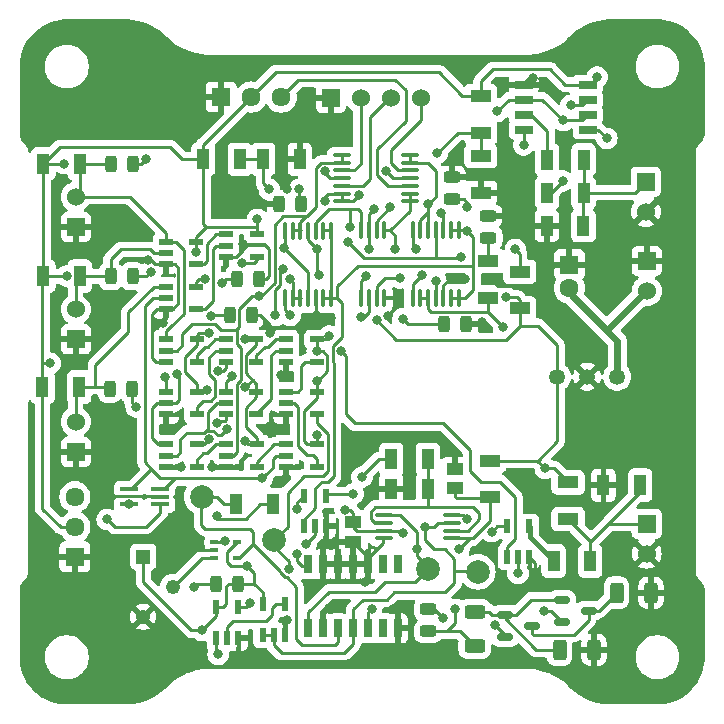
<source format=gbr>
%TF.GenerationSoftware,KiCad,Pcbnew,8.0.5*%
%TF.CreationDate,2024-10-12T23:20:52+02:00*%
%TF.ProjectId,TSAL,5453414c-2e6b-4696-9361-645f70636258,V2.1*%
%TF.SameCoordinates,Original*%
%TF.FileFunction,Copper,L1,Top*%
%TF.FilePolarity,Positive*%
%FSLAX46Y46*%
G04 Gerber Fmt 4.6, Leading zero omitted, Abs format (unit mm)*
G04 Created by KiCad (PCBNEW 8.0.5) date 2024-10-12 23:20:52*
%MOMM*%
%LPD*%
G01*
G04 APERTURE LIST*
G04 Aperture macros list*
%AMRoundRect*
0 Rectangle with rounded corners*
0 $1 Rounding radius*
0 $2 $3 $4 $5 $6 $7 $8 $9 X,Y pos of 4 corners*
0 Add a 4 corners polygon primitive as box body*
4,1,4,$2,$3,$4,$5,$6,$7,$8,$9,$2,$3,0*
0 Add four circle primitives for the rounded corners*
1,1,$1+$1,$2,$3*
1,1,$1+$1,$4,$5*
1,1,$1+$1,$6,$7*
1,1,$1+$1,$8,$9*
0 Add four rect primitives between the rounded corners*
20,1,$1+$1,$2,$3,$4,$5,0*
20,1,$1+$1,$4,$5,$6,$7,0*
20,1,$1+$1,$6,$7,$8,$9,0*
20,1,$1+$1,$8,$9,$2,$3,0*%
G04 Aperture macros list end*
%TA.AperFunction,SMDPad,CuDef*%
%ADD10R,1.050000X1.800000*%
%TD*%
%TA.AperFunction,SMDPad,CuDef*%
%ADD11RoundRect,0.243750X-0.243750X-0.456250X0.243750X-0.456250X0.243750X0.456250X-0.243750X0.456250X0*%
%TD*%
%TA.AperFunction,SMDPad,CuDef*%
%ADD12R,0.650000X1.525000*%
%TD*%
%TA.AperFunction,ComponentPad*%
%ADD13R,1.530000X1.530000*%
%TD*%
%TA.AperFunction,ComponentPad*%
%ADD14C,1.530000*%
%TD*%
%TA.AperFunction,SMDPad,CuDef*%
%ADD15R,1.150000X0.600000*%
%TD*%
%TA.AperFunction,SMDPad,CuDef*%
%ADD16R,1.800000X1.050000*%
%TD*%
%TA.AperFunction,ComponentPad*%
%ADD17R,1.610000X1.610000*%
%TD*%
%TA.AperFunction,ComponentPad*%
%ADD18C,1.610000*%
%TD*%
%TA.AperFunction,SMDPad,CuDef*%
%ADD19RoundRect,0.100000X-0.637500X-0.100000X0.637500X-0.100000X0.637500X0.100000X-0.637500X0.100000X0*%
%TD*%
%TA.AperFunction,SMDPad,CuDef*%
%ADD20C,2.000000*%
%TD*%
%TA.AperFunction,ComponentPad*%
%ADD21R,1.600000X1.600000*%
%TD*%
%TA.AperFunction,ComponentPad*%
%ADD22C,1.600000*%
%TD*%
%TA.AperFunction,SMDPad,CuDef*%
%ADD23R,0.600000X1.150000*%
%TD*%
%TA.AperFunction,SMDPad,CuDef*%
%ADD24RoundRect,0.150000X-0.512500X-0.150000X0.512500X-0.150000X0.512500X0.150000X-0.512500X0.150000X0*%
%TD*%
%TA.AperFunction,ComponentPad*%
%ADD25R,1.217000X1.217000*%
%TD*%
%TA.AperFunction,ComponentPad*%
%ADD26C,1.217000*%
%TD*%
%TA.AperFunction,SMDPad,CuDef*%
%ADD27RoundRect,0.243750X-0.456250X0.243750X-0.456250X-0.243750X0.456250X-0.243750X0.456250X0.243750X0*%
%TD*%
%TA.AperFunction,SMDPad,CuDef*%
%ADD28RoundRect,0.243750X0.243750X0.456250X-0.243750X0.456250X-0.243750X-0.456250X0.243750X-0.456250X0*%
%TD*%
%TA.AperFunction,SMDPad,CuDef*%
%ADD29RoundRect,0.250000X-0.312500X-0.625000X0.312500X-0.625000X0.312500X0.625000X-0.312500X0.625000X0*%
%TD*%
%TA.AperFunction,SMDPad,CuDef*%
%ADD30RoundRect,0.250000X0.312500X0.625000X-0.312500X0.625000X-0.312500X-0.625000X0.312500X-0.625000X0*%
%TD*%
%TA.AperFunction,SMDPad,CuDef*%
%ADD31R,1.470000X1.070000*%
%TD*%
%TA.AperFunction,SMDPad,CuDef*%
%ADD32RoundRect,0.100000X-0.225000X-0.100000X0.225000X-0.100000X0.225000X0.100000X-0.225000X0.100000X0*%
%TD*%
%TA.AperFunction,SMDPad,CuDef*%
%ADD33R,1.528000X0.650000*%
%TD*%
%TA.AperFunction,SMDPad,CuDef*%
%ADD34R,1.500000X0.400000*%
%TD*%
%TA.AperFunction,SMDPad,CuDef*%
%ADD35RoundRect,0.100000X-0.100000X0.637500X-0.100000X-0.637500X0.100000X-0.637500X0.100000X0.637500X0*%
%TD*%
%TA.AperFunction,SMDPad,CuDef*%
%ADD36RoundRect,0.250000X0.625000X-0.312500X0.625000X0.312500X-0.625000X0.312500X-0.625000X-0.312500X0*%
%TD*%
%TA.AperFunction,SMDPad,CuDef*%
%ADD37RoundRect,0.100000X0.100000X-0.637500X0.100000X0.637500X-0.100000X0.637500X-0.100000X-0.637500X0*%
%TD*%
%TA.AperFunction,ComponentPad*%
%ADD38C,1.350000*%
%TD*%
%TA.AperFunction,ViaPad*%
%ADD39C,0.800000*%
%TD*%
%TA.AperFunction,Conductor*%
%ADD40C,0.250000*%
%TD*%
%TA.AperFunction,Conductor*%
%ADD41C,0.600000*%
%TD*%
%TA.AperFunction,Conductor*%
%ADD42C,0.400000*%
%TD*%
G04 APERTURE END LIST*
D10*
%TO.P,R18,1*%
%TO.N,/Clign*%
X120928800Y-38277800D03*
%TO.P,R18,2*%
%TO.N,Net-(J9-Pad1)*%
X124028800Y-38277800D03*
%TD*%
D11*
%TO.P,D10,1,K*%
%TO.N,GND*%
X98201000Y-42037000D03*
%TO.P,D10,2,A*%
%TO.N,Net-(D10-A)*%
X100076000Y-42037000D03*
%TD*%
D12*
%TO.P,DL1,1,1~{CLR}*%
%TO.N,/CLR*%
X100711000Y-77941000D03*
%TO.P,DL1,2,1D*%
%TO.N,GND*%
X101981000Y-77941000D03*
%TO.P,DL1,3,1~{CLK}*%
%TO.N,/Int_del*%
X103251000Y-77941000D03*
%TO.P,DL1,4,1~{PRE}*%
%TO.N,/PRE*%
X104521000Y-77941000D03*
%TO.P,DL1,5,1Q*%
%TO.N,/INT*%
X105791000Y-77941000D03*
%TO.P,DL1,6,1~{Q}*%
%TO.N,unconnected-(DL1-1~{Q}-Pad6)*%
X107061000Y-77941000D03*
%TO.P,DL1,7,GND*%
%TO.N,GND*%
X108331000Y-77941000D03*
%TO.P,DL1,8,2~{Q}*%
%TO.N,unconnected-(DL1-2~{Q}-Pad8)*%
X108331000Y-72517000D03*
%TO.P,DL1,9,2Q*%
%TO.N,unconnected-(DL1-2Q-Pad9)*%
X107061000Y-72517000D03*
%TO.P,DL1,10,2~{PRE}*%
%TO.N,GND*%
X105791000Y-72517000D03*
%TO.P,DL1,11,2~{CLK}*%
X104521000Y-72517000D03*
%TO.P,DL1,12,2D*%
X103251000Y-72517000D03*
%TO.P,DL1,13,2~{CLR}*%
X101981000Y-72517000D03*
%TO.P,DL1,14,VCC*%
%TO.N,+5V*%
X100711000Y-72517000D03*
%TD*%
D13*
%TO.P,J5,1,1*%
%TO.N,Net-(J5-Pad1)*%
X129361000Y-69072000D03*
D14*
%TO.P,J5,2,2*%
%TO.N,GND*%
X129361000Y-71612000D03*
%TD*%
D15*
%TO.P,G9,1*%
%TO.N,Net-(G3-Pad4)*%
X93726000Y-53472000D03*
%TO.P,G9,2*%
%TO.N,Net-(G4-Pad4)*%
X93726000Y-54422000D03*
%TO.P,G9,3,GND*%
%TO.N,GND*%
X93726000Y-55372000D03*
%TO.P,G9,4*%
%TO.N,Net-(G12-Pad1)*%
X96326000Y-55372000D03*
%TO.P,G9,5,VCC*%
%TO.N,+5V*%
X96326000Y-53472000D03*
%TD*%
D10*
%TO.P,R46,1*%
%TO.N,GND*%
X120903400Y-43840400D03*
%TO.P,R46,2*%
%TO.N,Net-(J9-Pad1)*%
X124003400Y-43840400D03*
%TD*%
D16*
%TO.P,R25,1*%
%TO.N,Net-(D7-A)*%
X115951000Y-46837000D03*
%TO.P,R25,2*%
%TO.N,/VoltageAIR*%
X115951000Y-49937000D03*
%TD*%
D17*
%TO.P,J4,1,1*%
%TO.N,GND*%
X80951000Y-71882000D03*
D18*
%TO.P,J4,2,2*%
%TO.N,+5V*%
X80951000Y-69342000D03*
%TO.P,J4,3,3*%
%TO.N,/Raw_VoltageAIR*%
X80951000Y-66802000D03*
%TD*%
D19*
%TO.P,CP5,1*%
%TO.N,/CLR*%
X107119500Y-68367000D03*
%TO.P,CP5,2,-*%
%TO.N,/mid_Pot*%
X107119500Y-69017000D03*
%TO.P,CP5,3,+*%
%TO.N,/dis2*%
X107119500Y-69667000D03*
%TO.P,CP5,4,V-*%
%TO.N,GND*%
X107119500Y-70317000D03*
%TO.P,CP5,5,+*%
%TO.N,/dis1*%
X112844500Y-70317000D03*
%TO.P,CP5,6,-*%
%TO.N,/mid_Pot*%
X112844500Y-69667000D03*
%TO.P,CP5,7*%
%TO.N,/PRE*%
X112844500Y-69017000D03*
%TO.P,CP5,8,V+*%
%TO.N,+5V*%
X112844500Y-68367000D03*
%TD*%
D20*
%TO.P,TP4,1,1*%
%TO.N,/CLR*%
X110871000Y-72898000D03*
%TD*%
D21*
%TO.P,C13,1*%
%TO.N,GND*%
X122816120Y-47139197D03*
D22*
%TO.P,C13,2*%
%TO.N,+12V*%
X122816120Y-49139197D03*
%TD*%
D16*
%TO.P,R28,1*%
%TO.N,+5V*%
X118617870Y-50853974D03*
%TO.P,R28,2*%
%TO.N,/SCS compliance*%
X118617870Y-47753974D03*
%TD*%
D15*
%TO.P,G11,1*%
%TO.N,Net-(G11-Pad1)*%
X98836000Y-62362000D03*
%TO.P,G11,2*%
%TO.N,/VoltageAIR*%
X98836000Y-63312000D03*
%TO.P,G11,3,GND*%
%TO.N,GND*%
X98836000Y-64262000D03*
%TO.P,G11,4*%
%TO.N,Net-(G11-Pad4)*%
X101436000Y-64262000D03*
%TO.P,G11,5,VCC*%
%TO.N,+5V*%
X101436000Y-62362000D03*
%TD*%
D16*
%TO.P,R47,1*%
%TO.N,Net-(J5-Pad1)*%
X122707400Y-68682200D03*
%TO.P,R47,2*%
%TO.N,+5V*%
X122707400Y-65582200D03*
%TD*%
D13*
%TO.P,J3,1,1*%
%TO.N,GND*%
X81026000Y-62992000D03*
D14*
%TO.P,J3,2,2*%
%TO.N,/PreCharge*%
X81026000Y-60452000D03*
%TD*%
D15*
%TO.P,G10,1*%
%TO.N,Net-(G1-Pad4)*%
X93756000Y-44577000D03*
%TO.P,G10,2*%
%TO.N,Net-(G10-Pad2)*%
X93756000Y-45527000D03*
%TO.P,G10,3,GND*%
%TO.N,GND*%
X93756000Y-46477000D03*
%TO.P,G10,4*%
%TO.N,/Lightning_cond*%
X96356000Y-46477000D03*
%TO.P,G10,5,VCC*%
%TO.N,+5V*%
X96356000Y-44577000D03*
%TD*%
D23*
%TO.P,G14,1*%
%TO.N,/SCS compliance*%
X100319800Y-69295800D03*
%TO.P,G14,2*%
%TO.N,/INT*%
X101269800Y-69295800D03*
%TO.P,G14,3,GND*%
%TO.N,GND*%
X102219800Y-69295800D03*
%TO.P,G14,4*%
%TO.N,Net-(G14-Pad4)*%
X102219800Y-66695800D03*
%TO.P,G14,5,VCC*%
%TO.N,+5V*%
X100319800Y-66695800D03*
%TD*%
D19*
%TO.P,U1,1*%
%TO.N,/Int_AIR_1*%
X103563500Y-37874159D03*
%TO.P,U1,2,-*%
X103563500Y-38524159D03*
%TO.P,U1,3,+*%
%TO.N,/Raw_Int_AIR_1*%
X103563500Y-39174159D03*
%TO.P,U1,4,V+*%
%TO.N,+5V*%
X103563500Y-39824159D03*
%TO.P,U1,5,+*%
%TO.N,/Raw_Int_AIR_2*%
X103563500Y-40474159D03*
%TO.P,U1,6,-*%
%TO.N,/Int_AIR_2*%
X103563500Y-41124159D03*
%TO.P,U1,7*%
X103563500Y-41774159D03*
%TO.P,U1,8*%
%TO.N,/DC-Link_In*%
X109288500Y-41774159D03*
%TO.P,U1,9,-*%
X109288500Y-41124159D03*
%TO.P,U1,10,+*%
%TO.N,/Raw_DC-Link_In*%
X109288500Y-40474159D03*
%TO.P,U1,11,V-*%
%TO.N,GND*%
X109288500Y-39824159D03*
%TO.P,U1,12,+*%
%TO.N,/Raw_Int_PreCharge*%
X109288500Y-39174159D03*
%TO.P,U1,13,-*%
%TO.N,/Int_PreCharge*%
X109288500Y-38524159D03*
%TO.P,U1,14*%
X109288500Y-37874159D03*
%TD*%
D24*
%TO.P,Q4,1*%
%TO.N,Net-(Q3-Pad1)*%
X117353500Y-76774000D03*
%TO.P,Q4,2*%
%TO.N,/dis2*%
X117353500Y-78674000D03*
%TO.P,Q4,3*%
%TO.N,Net-(Q3-Pad3)*%
X119628500Y-77724000D03*
%TD*%
D25*
%TO.P,RV1,1,CCW*%
%TO.N,+5V*%
X86736000Y-71882000D03*
D26*
%TO.P,RV1,2,WIPER*%
%TO.N,Net-(CP1--)*%
X89276000Y-74422000D03*
%TO.P,RV1,3,CW*%
%TO.N,GND*%
X86736000Y-76962000D03*
%TD*%
D27*
%TO.P,D7,1,K*%
%TO.N,GND*%
X115951000Y-43004500D03*
%TO.P,D7,2,A*%
%TO.N,Net-(D7-A)*%
X115951000Y-44879500D03*
%TD*%
D16*
%TO.P,R30,1*%
%TO.N,/dis1*%
X116078000Y-66828000D03*
%TO.P,R30,2*%
%TO.N,+5V*%
X116078000Y-63728000D03*
%TD*%
D15*
%TO.P,G1,1*%
%TO.N,/AIR_1*%
X88646000Y-45212000D03*
%TO.P,G1,2*%
%TO.N,/AIR_2*%
X88646000Y-46162000D03*
%TO.P,G1,3,GND*%
%TO.N,GND*%
X88646000Y-47112000D03*
%TO.P,G1,4*%
%TO.N,Net-(G1-Pad4)*%
X91246000Y-47112000D03*
%TO.P,G1,5,VCC*%
%TO.N,+5V*%
X91246000Y-45212000D03*
%TD*%
D28*
%TO.P,D9,1,K*%
%TO.N,GND*%
X95926950Y-51370969D03*
%TO.P,D9,2,A*%
%TO.N,Net-(D9-A)*%
X94051950Y-51370969D03*
%TD*%
D15*
%TO.P,G13,1*%
%TO.N,Net-(G12-Pad4)*%
X98836000Y-57917000D03*
%TO.P,G13,2*%
%TO.N,Net-(G11-Pad4)*%
X98836000Y-58867000D03*
%TO.P,G13,3,GND*%
%TO.N,GND*%
X98836000Y-59817000D03*
%TO.P,G13,4*%
%TO.N,/Int_log*%
X101436000Y-59817000D03*
%TO.P,G13,5,VCC*%
%TO.N,+5V*%
X101436000Y-57917000D03*
%TD*%
D10*
%TO.P,R27,1*%
%TO.N,GND*%
X107733500Y-66167000D03*
%TO.P,R27,2*%
%TO.N,/mid_Pot*%
X110833500Y-66167000D03*
%TD*%
D29*
%TO.P,R40,1*%
%TO.N,Net-(Q3-Pad1)*%
X121981500Y-79756000D03*
%TO.P,R40,2*%
%TO.N,GND*%
X124906500Y-79756000D03*
%TD*%
D30*
%TO.P,R37,1*%
%TO.N,GND*%
X129732500Y-74930000D03*
%TO.P,R37,2*%
%TO.N,Net-(Q3-Pad3)*%
X126807500Y-74930000D03*
%TD*%
D15*
%TO.P,G7,1*%
%TO.N,/Int_AIR_2*%
X88676000Y-62362000D03*
%TO.P,G7,2*%
%TO.N,/Int_PreCharge*%
X88676000Y-63312000D03*
%TO.P,G7,3,GND*%
%TO.N,GND*%
X88676000Y-64262000D03*
%TO.P,G7,4*%
%TO.N,Net-(G6-Pad1)*%
X91276000Y-64262000D03*
%TO.P,G7,5,VCC*%
%TO.N,+5V*%
X91276000Y-62362000D03*
%TD*%
D13*
%TO.P,J7,1,1*%
%TO.N,GND*%
X102616000Y-33029680D03*
D14*
%TO.P,J7,2,2*%
%TO.N,/Raw_Int_AIR_1*%
X105156000Y-33029680D03*
%TO.P,J7,3,3*%
%TO.N,/Raw_Int_AIR_2*%
X107696000Y-33029680D03*
%TO.P,J7,4,4*%
%TO.N,/Raw_Int_PreCharge*%
X110236000Y-33029680D03*
%TD*%
D31*
%TO.P,C23,1*%
%TO.N,GND*%
X104521000Y-70601000D03*
%TO.P,C23,2*%
%TO.N,/dis2*%
X104521000Y-68961000D03*
%TD*%
D16*
%TO.P,R23,1*%
%TO.N,/0.75V*%
X115316000Y-35967000D03*
%TO.P,R23,2*%
%TO.N,+5V*%
X115316000Y-32867000D03*
%TD*%
D15*
%TO.P,G3,1*%
%TO.N,/AIR_1*%
X88676000Y-53472000D03*
%TO.P,G3,2*%
%TO.N,/Int_AIR_1*%
X88676000Y-54422000D03*
%TO.P,G3,3,GND*%
%TO.N,GND*%
X88676000Y-55372000D03*
%TO.P,G3,4*%
%TO.N,Net-(G3-Pad4)*%
X91276000Y-55372000D03*
%TO.P,G3,5,VCC*%
%TO.N,+5V*%
X91276000Y-53472000D03*
%TD*%
D10*
%TO.P,R4,1*%
%TO.N,/AIR_2*%
X81381000Y-48117000D03*
%TO.P,R4,2*%
%TO.N,+5V*%
X78281000Y-48117000D03*
%TD*%
D15*
%TO.P,G12,1*%
%TO.N,Net-(G12-Pad1)*%
X98836000Y-53472000D03*
%TO.P,G12,2*%
%TO.N,Net-(G12-Pad2)*%
X98836000Y-54422000D03*
%TO.P,G12,3,GND*%
%TO.N,GND*%
X98836000Y-55372000D03*
%TO.P,G12,4*%
%TO.N,Net-(G12-Pad4)*%
X101436000Y-55372000D03*
%TO.P,G12,5,VCC*%
%TO.N,+5V*%
X101436000Y-53472000D03*
%TD*%
D32*
%TO.P,CP1,1,+*%
%TO.N,Net-(CP1-+)*%
X92750600Y-70663000D03*
%TO.P,CP1,2,V-*%
%TO.N,GND*%
X92750600Y-71313000D03*
%TO.P,CP1,3,-*%
%TO.N,Net-(CP1--)*%
X92750600Y-71963000D03*
%TO.P,CP1,4*%
%TO.N,/Int_del*%
X94650600Y-71963000D03*
%TO.P,CP1,5,V+*%
%TO.N,+5V*%
X94650600Y-70663000D03*
%TD*%
D13*
%TO.P,J6,1,1*%
%TO.N,GND*%
X129361000Y-46847000D03*
D14*
%TO.P,J6,2,2*%
%TO.N,+12V*%
X129361000Y-49387000D03*
%TD*%
D13*
%TO.P,J9,1,1*%
%TO.N,Net-(J9-Pad1)*%
X129286000Y-40132000D03*
D14*
%TO.P,J9,2,2*%
%TO.N,GND*%
X129286000Y-42672000D03*
%TD*%
D16*
%TO.P,R24,1*%
%TO.N,GND*%
X115316000Y-41047000D03*
%TO.P,R24,2*%
%TO.N,/0.75V*%
X115316000Y-37947000D03*
%TD*%
D23*
%TO.P,G15,1*%
%TO.N,/Int_log*%
X92903000Y-78770000D03*
%TO.P,G15,2*%
%TO.N,Net-(G15-Pad2)*%
X93853000Y-78770000D03*
%TO.P,G15,3,GND*%
%TO.N,GND*%
X94803000Y-78770000D03*
%TO.P,G15,4*%
%TO.N,Net-(G15-Pad4)*%
X94803000Y-76170000D03*
%TO.P,G15,5,VCC*%
%TO.N,+5V*%
X92903000Y-76170000D03*
%TD*%
D15*
%TO.P,G4,1*%
%TO.N,/AIR_2*%
X88676000Y-57917000D03*
%TO.P,G4,2*%
%TO.N,/Int_AIR_2*%
X88676000Y-58867000D03*
%TO.P,G4,3,GND*%
%TO.N,GND*%
X88676000Y-59817000D03*
%TO.P,G4,4*%
%TO.N,Net-(G4-Pad4)*%
X91276000Y-59817000D03*
%TO.P,G4,5,VCC*%
%TO.N,+5V*%
X91276000Y-57917000D03*
%TD*%
D10*
%TO.P,R22,1*%
%TO.N,GND*%
X100001000Y-38227000D03*
%TO.P,R22,2*%
%TO.N,/4.25V*%
X96901000Y-38227000D03*
%TD*%
%TO.P,R26,1*%
%TO.N,/mid_Pot*%
X110833500Y-63627000D03*
%TO.P,R26,2*%
%TO.N,+5V*%
X107733500Y-63627000D03*
%TD*%
D11*
%TO.P,D6,1,K*%
%TO.N,Net-(D6-K)*%
X92915500Y-74168000D03*
%TO.P,D6,2,A*%
%TO.N,+5V*%
X94790500Y-74168000D03*
%TD*%
D33*
%TO.P,TI1,1,GND*%
%TO.N,GND*%
X118955000Y-31902400D03*
%TO.P,TI1,2,TRIGGER*%
%TO.N,Net-(TI1-THRESHOLD)*%
X118955000Y-33172400D03*
%TO.P,TI1,3,OUTPUT*%
%TO.N,/Clign*%
X118955000Y-34442400D03*
%TO.P,TI1,4,RESET*%
%TO.N,/DC-Link_In_SCS*%
X118955000Y-35712400D03*
%TO.P,TI1,5,CONTROL_VOLTAGE*%
%TO.N,Net-(TI1-CONTROL_VOLTAGE)*%
X124377000Y-35712400D03*
%TO.P,TI1,6,THRESHOLD*%
%TO.N,Net-(TI1-THRESHOLD)*%
X124377000Y-34442400D03*
%TO.P,TI1,7,DISCHARGE*%
%TO.N,Net-(TI1-DISCHARGE)*%
X124377000Y-33172400D03*
%TO.P,TI1,8,+VCC*%
%TO.N,+5V*%
X124377000Y-31902400D03*
%TD*%
D10*
%TO.P,R7,1*%
%TO.N,/PreCharge*%
X81306000Y-57502000D03*
%TO.P,R7,2*%
%TO.N,+5V*%
X78206000Y-57502000D03*
%TD*%
D28*
%TO.P,D8,1,K*%
%TO.N,GND*%
X114089634Y-52207993D03*
%TO.P,D8,2,A*%
%TO.N,Net-(D8-A)*%
X112214634Y-52207993D03*
%TD*%
D34*
%TO.P,U2,1,+*%
%TO.N,/Raw_VoltageAIR*%
X88198000Y-67452000D03*
%TO.P,U2,2,V-*%
%TO.N,GND*%
X88198000Y-66802000D03*
%TO.P,U2,3,-*%
%TO.N,/VoltageAIR*%
X88198000Y-66152000D03*
%TO.P,U2,4*%
X85538000Y-66152000D03*
%TO.P,U2,5,V+*%
%TO.N,+5V*%
X85538000Y-67452000D03*
%TD*%
D24*
%TO.P,Q3,1*%
%TO.N,Net-(Q3-Pad1)*%
X122179500Y-75504000D03*
%TO.P,Q3,2*%
%TO.N,/dis1*%
X122179500Y-77404000D03*
%TO.P,Q3,3*%
%TO.N,Net-(Q3-Pad3)*%
X124454500Y-76454000D03*
%TD*%
D10*
%TO.P,R48,1*%
%TO.N,GND*%
X125704000Y-65811400D03*
%TO.P,R48,2*%
%TO.N,Net-(J5-Pad1)*%
X128804000Y-65811400D03*
%TD*%
D23*
%TO.P,G8,1*%
%TO.N,/Lightning_cond*%
X117541000Y-71912000D03*
%TO.P,G8,2*%
%TO.N,Net-(G14-Pad4)*%
X118491000Y-71912000D03*
%TO.P,G8,3,GND*%
%TO.N,GND*%
X119441000Y-71912000D03*
%TO.P,G8,4*%
%TO.N,Net-(G8-Pad4)*%
X119441000Y-69312000D03*
%TO.P,G8,5,VCC*%
%TO.N,+5V*%
X117541000Y-69312000D03*
%TD*%
D17*
%TO.P,J8,1,1*%
%TO.N,GND*%
X93336000Y-32954680D03*
D18*
%TO.P,J8,2,2*%
%TO.N,+5V*%
X95876000Y-32954680D03*
%TO.P,J8,3,3*%
%TO.N,/Raw_DC-Link_In*%
X98416000Y-32954680D03*
%TD*%
D20*
%TO.P,TP1,1,1*%
%TO.N,/Int_log*%
X97844416Y-70501163D03*
%TD*%
D15*
%TO.P,G6,1*%
%TO.N,Net-(G6-Pad1)*%
X93756000Y-62362000D03*
%TO.P,G6,2*%
%TO.N,/Int_AIR_1*%
X93756000Y-63312000D03*
%TO.P,G6,3,GND*%
%TO.N,GND*%
X93756000Y-64262000D03*
%TO.P,G6,4*%
%TO.N,Net-(G11-Pad1)*%
X96356000Y-64262000D03*
%TO.P,G6,5,VCC*%
%TO.N,+5V*%
X96356000Y-62362000D03*
%TD*%
D11*
%TO.P,D4,1,K*%
%TO.N,/PreCharge*%
X83898500Y-57642000D03*
%TO.P,D4,2,A*%
%TO.N,Net-(D4-A)*%
X85773500Y-57642000D03*
%TD*%
D10*
%TO.P,R21,1*%
%TO.N,/4.25V*%
X94921000Y-38227000D03*
%TO.P,R21,2*%
%TO.N,+5V*%
X91821000Y-38227000D03*
%TD*%
D35*
%TO.P,CP4,1*%
%TO.N,/SCS compliance*%
X113456000Y-44254500D03*
%TO.P,CP4,2*%
X112806000Y-44254500D03*
%TO.P,CP4,3,V+*%
%TO.N,+5V*%
X112156000Y-44254500D03*
%TO.P,CP4,4,-*%
%TO.N,/0.75V*%
X111506000Y-44254500D03*
%TO.P,CP4,5,+*%
%TO.N,/Int_PreCharge*%
X110856000Y-44254500D03*
%TO.P,CP4,6,-*%
X110206000Y-44254500D03*
%TO.P,CP4,7,+*%
%TO.N,/4.25V*%
X109556000Y-44254500D03*
%TO.P,CP4,8,-*%
%TO.N,/0.75V*%
X109556000Y-49979500D03*
%TO.P,CP4,9,+*%
%TO.N,/VoltageAIR*%
X110206000Y-49979500D03*
%TO.P,CP4,10,-*%
X110856000Y-49979500D03*
%TO.P,CP4,11,+*%
%TO.N,/4.25V*%
X111506000Y-49979500D03*
%TO.P,CP4,12,V-*%
%TO.N,GND*%
X112156000Y-49979500D03*
%TO.P,CP4,13*%
%TO.N,/SCS compliance*%
X112806000Y-49979500D03*
%TO.P,CP4,14*%
X113456000Y-49979500D03*
%TD*%
D10*
%TO.P,R45,1*%
%TO.N,Net-(J9-Pad1)*%
X124028800Y-41071800D03*
%TO.P,R45,2*%
%TO.N,+5V*%
X120928800Y-41071800D03*
%TD*%
D11*
%TO.P,D3,1,K*%
%TO.N,/AIR_2*%
X83973500Y-48117000D03*
%TO.P,D3,2,A*%
%TO.N,Net-(D3-A)*%
X85848500Y-48117000D03*
%TD*%
D13*
%TO.P,J2,1,1*%
%TO.N,GND*%
X81026000Y-53467000D03*
D14*
%TO.P,J2,2,2*%
%TO.N,/AIR_2*%
X81026000Y-50927000D03*
%TD*%
D27*
%TO.P,D11,1,K*%
%TO.N,GND*%
X112860243Y-39745325D03*
%TO.P,D11,2,A*%
%TO.N,Net-(D11-A)*%
X112860243Y-41620325D03*
%TD*%
D11*
%TO.P,D1,1,K*%
%TO.N,/AIR_1*%
X83973500Y-38592000D03*
%TO.P,D1,2,A*%
%TO.N,Net-(D1-A)*%
X85848500Y-38592000D03*
%TD*%
D10*
%TO.P,R6,1*%
%TO.N,Net-(G8-Pad4)*%
X121487600Y-72237600D03*
%TO.P,R6,2*%
%TO.N,Net-(J5-Pad1)*%
X124587600Y-72237600D03*
%TD*%
D20*
%TO.P,TP3,1,1*%
%TO.N,/PRE*%
X115062000Y-73152000D03*
%TD*%
D35*
%TO.P,CP3,1*%
%TO.N,/SCS compliance*%
X102630800Y-44273200D03*
%TO.P,CP3,2*%
X101980800Y-44273200D03*
%TO.P,CP3,3,V+*%
%TO.N,+5V*%
X101330800Y-44273200D03*
%TO.P,CP3,4,-*%
%TO.N,/0.75V*%
X100680800Y-44273200D03*
%TO.P,CP3,5,+*%
%TO.N,/Int_AIR_1*%
X100030800Y-44273200D03*
%TO.P,CP3,6,-*%
X99380800Y-44273200D03*
%TO.P,CP3,7,+*%
%TO.N,/4.25V*%
X98730800Y-44273200D03*
%TO.P,CP3,8,-*%
%TO.N,/0.75V*%
X98730800Y-49998200D03*
%TO.P,CP3,9,+*%
%TO.N,/Int_AIR_2*%
X99380800Y-49998200D03*
%TO.P,CP3,10,-*%
X100030800Y-49998200D03*
%TO.P,CP3,11,+*%
%TO.N,/4.25V*%
X100680800Y-49998200D03*
%TO.P,CP3,12,V-*%
%TO.N,GND*%
X101330800Y-49998200D03*
%TO.P,CP3,13*%
%TO.N,/SCS compliance*%
X101980800Y-49998200D03*
%TO.P,CP3,14*%
X102630800Y-49998200D03*
%TD*%
D36*
%TO.P,R38,1*%
%TO.N,+5V*%
X114808000Y-79440500D03*
%TO.P,R38,2*%
%TO.N,Net-(Q3-Pad1)*%
X114808000Y-76515500D03*
%TD*%
D28*
%TO.P,D5,1,K*%
%TO.N,GND*%
X96568500Y-48387000D03*
%TO.P,D5,2,A*%
%TO.N,Net-(D5-A)*%
X94693500Y-48387000D03*
%TD*%
D20*
%TO.P,TP2,1,1*%
%TO.N,/Int_del*%
X91694000Y-66802000D03*
%TD*%
D27*
%TO.P,D2,1,K*%
%TO.N,Net-(D2-K)*%
X110871000Y-76327000D03*
%TO.P,D2,2,A*%
%TO.N,+5V*%
X110871000Y-78202000D03*
%TD*%
D37*
%TO.P,CP2,1*%
%TO.N,/DC-Link_In_SCS*%
X105197000Y-49979500D03*
%TO.P,CP2,2,-*%
%TO.N,/DC-Link_In*%
X105847000Y-49979500D03*
%TO.P,CP2,3,+*%
%TO.N,/4.25V*%
X106497000Y-49979500D03*
%TO.P,CP2,4,V-*%
%TO.N,GND*%
X107147000Y-49979500D03*
%TO.P,CP2,5,+*%
%TO.N,/DC-Link_In*%
X107147000Y-44254500D03*
%TO.P,CP2,6,-*%
%TO.N,/2.5V*%
X106497000Y-44254500D03*
%TO.P,CP2,7*%
%TO.N,/DC-Link_In_SCS*%
X105847000Y-44254500D03*
%TO.P,CP2,8,V+*%
%TO.N,+5V*%
X105197000Y-44254500D03*
%TD*%
D23*
%TO.P,G16,1*%
%TO.N,/PRE*%
X96840000Y-78516000D03*
%TO.P,G16,2*%
X97790000Y-78516000D03*
%TO.P,G16,3,GND*%
%TO.N,GND*%
X98740000Y-78516000D03*
%TO.P,G16,4*%
%TO.N,Net-(G15-Pad2)*%
X98740000Y-75916000D03*
%TO.P,G16,5,VCC*%
%TO.N,+5V*%
X96840000Y-75916000D03*
%TD*%
D10*
%TO.P,R20,1*%
%TO.N,/Int_del*%
X94589000Y-67437000D03*
%TO.P,R20,2*%
%TO.N,+5V*%
X97689000Y-67437000D03*
%TD*%
%TO.P,R2,1*%
%TO.N,/AIR_1*%
X81381000Y-38592000D03*
%TO.P,R2,2*%
%TO.N,+5V*%
X78281000Y-38592000D03*
%TD*%
D15*
%TO.P,G2,1*%
%TO.N,/PreCharge*%
X88646000Y-49022000D03*
%TO.P,G2,2*%
%TO.N,/VoltageAIR*%
X88646000Y-49972000D03*
%TO.P,G2,3,GND*%
%TO.N,GND*%
X88646000Y-50922000D03*
%TO.P,G2,4*%
%TO.N,Net-(G10-Pad2)*%
X91246000Y-50922000D03*
%TO.P,G2,5,VCC*%
%TO.N,+5V*%
X91246000Y-49022000D03*
%TD*%
%TO.P,G5,1*%
%TO.N,/PreCharge*%
X93726000Y-57917000D03*
%TO.P,G5,2*%
%TO.N,/Int_PreCharge*%
X93726000Y-58867000D03*
%TO.P,G5,3,GND*%
%TO.N,GND*%
X93726000Y-59817000D03*
%TO.P,G5,4*%
%TO.N,Net-(G12-Pad2)*%
X96326000Y-59817000D03*
%TO.P,G5,5,VCC*%
%TO.N,+5V*%
X96326000Y-57917000D03*
%TD*%
D38*
%TO.P,PS1,1,+VIN*%
%TO.N,+12V*%
X126863320Y-56642000D03*
%TO.P,PS1,2,GND*%
%TO.N,GND*%
X124323320Y-56642000D03*
%TO.P,PS1,3,+VOUT*%
%TO.N,+5V*%
X121783320Y-56642000D03*
%TD*%
D31*
%TO.P,C22,1*%
%TO.N,GND*%
X113157000Y-64458000D03*
%TO.P,C22,2*%
%TO.N,/dis1*%
X113157000Y-66098000D03*
%TD*%
D13*
%TO.P,J1,1,1*%
%TO.N,GND*%
X81026000Y-43942000D03*
D14*
%TO.P,J1,2,2*%
%TO.N,/AIR_1*%
X81026000Y-41402000D03*
%TD*%
D39*
%TO.N,+5V*%
X114168701Y-68702701D03*
X120777000Y-64389000D03*
X122250800Y-40055800D03*
X92964000Y-68453000D03*
X99745800Y-67868800D03*
X104267000Y-43942000D03*
X96393000Y-43307000D03*
X105257600Y-65125600D03*
X85538000Y-67452000D03*
X78867000Y-55499000D03*
X92102000Y-57779837D03*
X95380500Y-57523436D03*
X101473000Y-61595000D03*
X92343336Y-61925065D03*
X102489000Y-53175500D03*
X92329000Y-52959000D03*
X101473000Y-57023000D03*
X116236321Y-69743881D03*
X111931498Y-42799000D03*
X95380500Y-62103000D03*
X117450502Y-49911000D03*
X99789299Y-71653400D03*
X91216952Y-46116450D03*
X95380500Y-53467000D03*
X102085500Y-39248659D03*
X91931500Y-48387000D03*
X113157000Y-76327000D03*
X95529400Y-72644000D03*
X80058100Y-38583953D03*
X91694000Y-78105000D03*
X101473000Y-54472498D03*
X80256498Y-48117000D03*
X106500991Y-51871786D03*
X125171200Y-31267400D03*
%TO.N,Net-(D1-A)*%
X86950502Y-38227000D03*
%TO.N,Net-(D2-K)*%
X112141000Y-77089000D03*
%TO.N,Net-(D3-A)*%
X87376000Y-47752000D03*
%TO.N,Net-(D4-A)*%
X86143500Y-59182000D03*
%TO.N,Net-(D5-A)*%
X93397702Y-48692004D03*
%TO.N,Net-(D9-A)*%
X92456000Y-51472500D03*
%TO.N,Net-(D10-A)*%
X99949000Y-40767000D03*
%TO.N,Net-(D11-A)*%
X114173000Y-42291000D03*
%TO.N,GND*%
X102438200Y-76250800D03*
X88773000Y-60960000D03*
X89916000Y-64262000D03*
X92990596Y-60564044D03*
X116205000Y-48387000D03*
X113956500Y-48387000D03*
X104249727Y-62756164D03*
X107924600Y-76276200D03*
X93053500Y-56142500D03*
X98933000Y-77216000D03*
X90551000Y-71628000D03*
X102336600Y-70688200D03*
X98425000Y-56515000D03*
X88392000Y-52070000D03*
X107433202Y-51511248D03*
X87115681Y-46776425D03*
X115456916Y-51976186D03*
X95142654Y-45356475D03*
X92583000Y-64262000D03*
X117094000Y-39751000D03*
X98831400Y-65238800D03*
X93853000Y-40259000D03*
X119913400Y-73177400D03*
X107277500Y-39243000D03*
X97453869Y-52940187D03*
X105537000Y-74041000D03*
X102616000Y-51689000D03*
X119761000Y-31331500D03*
X98933000Y-40766500D03*
X97917000Y-61087000D03*
%TO.N,/CLR*%
X109918500Y-71247000D03*
%TO.N,/PRE*%
X110553500Y-69342000D03*
%TO.N,/SCS compliance*%
X114173000Y-44323000D03*
X118237000Y-45847000D03*
%TO.N,/DC-Link_In*%
X105156000Y-51562000D03*
X108077000Y-45847000D03*
%TO.N,/4.25V*%
X111506000Y-48529806D03*
X98679000Y-45720000D03*
X108458000Y-48260000D03*
X97409000Y-40767000D03*
X109790385Y-45784615D03*
%TO.N,/0.75V*%
X101600000Y-48006000D03*
X99187000Y-51435000D03*
X104098101Y-45250117D03*
X113665000Y-46496451D03*
X110363000Y-48006000D03*
X111633000Y-37719000D03*
X101473000Y-45847000D03*
%TO.N,/VoltageAIR*%
X96832728Y-65219272D03*
X117225299Y-52455299D03*
%TO.N,/Raw_VoltageAIR*%
X83693000Y-68707000D03*
%TO.N,/AIR_2*%
X88608360Y-56673182D03*
%TO.N,/PreCharge*%
X94251500Y-56592498D03*
%TO.N,Net-(D6-K)*%
X91059000Y-74422000D03*
%TO.N,Net-(D8-A)*%
X108707701Y-51726500D03*
%TO.N,/Int_AIR_1*%
X96530898Y-49840996D03*
%TO.N,/Int_AIR_2*%
X105029000Y-41275000D03*
X99187000Y-48387000D03*
X89581321Y-56444375D03*
X102085500Y-41783000D03*
%TO.N,/Int_PreCharge*%
X110871000Y-42037000D03*
X93853000Y-61087000D03*
%TO.N,/Int_log*%
X99064299Y-72893701D03*
X93091000Y-80137000D03*
%TO.N,Net-(TI1-THRESHOLD)*%
X116713000Y-34163000D03*
X122301000Y-34939500D03*
%TO.N,Net-(TI1-CONTROL_VOLTAGE)*%
X125984000Y-36449000D03*
%TO.N,/INT*%
X106070400Y-76301600D03*
X100533200Y-70764400D03*
%TO.N,/Lightning_cond*%
X103510500Y-54483000D03*
X98585500Y-47498000D03*
X97917000Y-51435000D03*
X95101029Y-46981569D03*
%TO.N,Net-(CP1-+)*%
X93700600Y-70546998D03*
%TO.N,Net-(TI1-DISCHARGE)*%
X122936000Y-33669500D03*
%TO.N,Net-(G15-Pad4)*%
X95758000Y-75819000D03*
%TO.N,/dis2*%
X103818890Y-67907500D03*
X116484400Y-77647800D03*
X108712000Y-69874498D03*
%TO.N,/dis1*%
X113455498Y-71247000D03*
X120650000Y-76454000D03*
%TO.N,/DC-Link_In_SCS*%
X118948200Y-37007800D03*
X105638600Y-48082200D03*
X105867200Y-45847000D03*
X106299000Y-42392600D03*
%TO.N,Net-(G14-Pad4)*%
X118465600Y-73279000D03*
X104495600Y-66573400D03*
%TO.N,/2.5V*%
X107645200Y-42291000D03*
%TD*%
D40*
%TO.N,GND*%
X83364000Y-66727000D02*
X83248500Y-66611500D01*
X88123000Y-66727000D02*
X83364000Y-66727000D01*
X88198000Y-66802000D02*
X88123000Y-66727000D01*
X83248500Y-66611500D02*
X81026000Y-64389000D01*
%TO.N,/Raw_VoltageAIR*%
X88198000Y-68139000D02*
X86995000Y-69342000D01*
X88198000Y-67452000D02*
X88198000Y-68139000D01*
%TO.N,/VoltageAIR*%
X88475272Y-66152000D02*
X89408000Y-65219272D01*
X88198000Y-66152000D02*
X88475272Y-66152000D01*
X89408000Y-65219272D02*
X88196728Y-65219272D01*
X96832728Y-65219272D02*
X89408000Y-65219272D01*
X85538000Y-66152000D02*
X85740000Y-66152000D01*
X88011000Y-65033544D02*
X87434728Y-64457272D01*
X87434728Y-64457272D02*
X87244228Y-64266772D01*
X85740000Y-66152000D02*
X87434728Y-64457272D01*
%TO.N,+5V*%
X91821000Y-43708000D02*
X92065000Y-43952000D01*
X100330000Y-62103000D02*
X100589000Y-62362000D01*
X96393000Y-43307000D02*
X96356000Y-43344000D01*
X120928800Y-41071800D02*
X121234800Y-41071800D01*
X124536200Y-31902400D02*
X124377000Y-31902400D01*
X96840000Y-74869000D02*
X96139000Y-74168000D01*
X118617870Y-50853974D02*
X118617870Y-52323870D01*
X118364000Y-49911000D02*
X118617870Y-50164870D01*
X120116000Y-63728000D02*
X116078000Y-63728000D01*
X100330000Y-59563000D02*
X100330000Y-62103000D01*
X101436000Y-62362000D02*
X101436000Y-61632000D01*
X92343336Y-61925065D02*
X91906401Y-62362000D01*
X99745800Y-67868800D02*
X99745800Y-67269800D01*
X99745800Y-67269800D02*
X100319800Y-66695800D01*
X112788500Y-68367000D02*
X113833000Y-68367000D01*
X90805000Y-78105000D02*
X91694000Y-78105000D01*
X122453400Y-31902400D02*
X121158000Y-30607000D01*
X95639500Y-62362000D02*
X95380500Y-62103000D01*
X96356000Y-44577000D02*
X96356000Y-43952000D01*
X121514200Y-64389000D02*
X122707400Y-65582200D01*
X108156225Y-53527020D02*
X117414720Y-53527020D01*
X105257600Y-65125600D02*
X105257600Y-65059952D01*
X96326000Y-53915000D02*
X95426000Y-54815000D01*
X99789299Y-71653400D02*
X99789299Y-72208419D01*
X86736000Y-74036000D02*
X90805000Y-78105000D01*
X90297000Y-56261000D02*
X90297000Y-54927500D01*
X101436000Y-53472000D02*
X101436000Y-54435498D01*
X113833000Y-68367000D02*
X114168701Y-68702701D01*
X78867000Y-55499000D02*
X78206000Y-55499000D01*
X121783320Y-62112680D02*
X120168000Y-63728000D01*
X92102000Y-57779837D02*
X91964837Y-57917000D01*
X121234800Y-41071800D02*
X122250800Y-40055800D01*
X114808000Y-79440500D02*
X113569500Y-78202000D01*
X93772084Y-75899916D02*
X93772084Y-74375916D01*
X78281000Y-38592000D02*
X78281000Y-48117000D01*
X115316000Y-32867000D02*
X113766000Y-32867000D01*
X104267000Y-43942000D02*
X104267000Y-42554305D01*
X95426000Y-56310000D02*
X96326000Y-57210000D01*
X80256498Y-48117000D02*
X80231914Y-48141584D01*
X91440000Y-48387000D02*
X91246000Y-48581000D01*
X104394000Y-42427305D02*
X102479695Y-42427305D01*
X96356000Y-43344000D02*
X96356000Y-44577000D01*
X102479695Y-42427305D02*
X101361000Y-43546000D01*
X96647000Y-67437000D02*
X97689000Y-67437000D01*
X101933498Y-54435498D02*
X102336000Y-54838000D01*
X102192500Y-53472000D02*
X102489000Y-53175500D01*
X102085500Y-39347500D02*
X102562159Y-39824159D01*
X95426000Y-54815000D02*
X95426000Y-56310000D01*
X80058100Y-38583953D02*
X78289047Y-38583953D01*
X93980000Y-74168000D02*
X94790500Y-74168000D01*
X102336000Y-54838000D02*
X102336000Y-56160000D01*
X93827600Y-71486000D02*
X93827600Y-72313800D01*
X78206000Y-55499000D02*
X78206000Y-57502000D01*
X94157800Y-72644000D02*
X95529400Y-72644000D01*
X92065000Y-43952000D02*
X91246000Y-44771000D01*
X92329000Y-52959000D02*
X91440000Y-52959000D01*
X105197000Y-42722305D02*
X104902000Y-42427305D01*
X96356000Y-61812000D02*
X96356000Y-62362000D01*
X78206000Y-67792000D02*
X78206000Y-57502000D01*
X117450502Y-49911000D02*
X118364000Y-49911000D01*
X92903000Y-76896000D02*
X92903000Y-76170000D01*
X101436000Y-58457000D02*
X100330000Y-59563000D01*
X120777000Y-64389000D02*
X121514200Y-64389000D01*
X80231914Y-48141584D02*
X78305584Y-48141584D01*
X101436000Y-57917000D02*
X101436000Y-57060000D01*
X92964000Y-68453000D02*
X93173000Y-68662000D01*
X96326000Y-58360000D02*
X95426000Y-59260000D01*
X91276000Y-57917000D02*
X91276000Y-57240000D01*
X104267000Y-42554305D02*
X104394000Y-42427305D01*
X111931498Y-42799000D02*
X112156000Y-43023502D01*
X113569500Y-78202000D02*
X112425000Y-78202000D01*
X100589000Y-62362000D02*
X101436000Y-62362000D01*
X117541000Y-69312000D02*
X116668202Y-69312000D01*
X116668202Y-69312000D02*
X116236321Y-69743881D01*
X96326000Y-53472000D02*
X96326000Y-53915000D01*
X91821000Y-38227000D02*
X90043000Y-38227000D01*
X105257600Y-65059952D02*
X106690552Y-63627000D01*
X106690552Y-63627000D02*
X107733500Y-63627000D01*
X95529400Y-72644000D02*
X96139000Y-73253600D01*
X89027000Y-37211000D02*
X79662000Y-37211000D01*
X96326000Y-53472000D02*
X95385500Y-53472000D01*
X116332000Y-30607000D02*
X115316000Y-31623000D01*
X93173000Y-68662000D02*
X95422000Y-68662000D01*
X91440000Y-52959000D02*
X91276000Y-53123000D01*
X101361000Y-43546000D02*
X101361000Y-44254500D01*
X95426000Y-59260000D02*
X95426000Y-60882000D01*
X91906401Y-62362000D02*
X91276000Y-62362000D01*
X91821000Y-37009680D02*
X95876000Y-32954680D01*
X117414720Y-53527020D02*
X118617870Y-52323870D01*
X101436000Y-57060000D02*
X101473000Y-57023000D01*
X106500991Y-51871786D02*
X108156225Y-53527020D01*
X100213940Y-72633060D02*
X100711000Y-72633060D01*
X110871000Y-78202000D02*
X112425000Y-78202000D01*
X120777000Y-64389000D02*
X120116000Y-63728000D01*
X91821000Y-38227000D02*
X91821000Y-37009680D01*
X94650600Y-70663000D02*
X93827600Y-71486000D01*
X101436000Y-54435498D02*
X101933498Y-54435498D01*
X102085500Y-39248659D02*
X102085500Y-39347500D01*
X121783320Y-53965320D02*
X121783320Y-62112680D01*
X96840000Y-75916000D02*
X96840000Y-74869000D01*
X105197000Y-44254500D02*
X105197000Y-42722305D01*
X112156000Y-43023502D02*
X112156000Y-44254500D01*
X79756000Y-69342000D02*
X78206000Y-67792000D01*
X115316000Y-31623000D02*
X115316000Y-32867000D01*
X90297000Y-54927500D02*
X91276000Y-53948500D01*
X96326000Y-57917000D02*
X96326000Y-58360000D01*
X93772084Y-74375916D02*
X93980000Y-74168000D01*
X101436000Y-53472000D02*
X102192500Y-53472000D01*
X120141870Y-52323870D02*
X121783320Y-53965320D01*
X91276000Y-57240000D02*
X90297000Y-56261000D01*
X92903000Y-76170000D02*
X93502000Y-76170000D01*
X125171200Y-31267400D02*
X124536200Y-31902400D01*
X95422000Y-68662000D02*
X96647000Y-67437000D01*
X90043000Y-38227000D02*
X89027000Y-37211000D01*
X96139000Y-74168000D02*
X94790500Y-74168000D01*
X124377000Y-31902400D02*
X122453400Y-31902400D01*
X78206000Y-48192000D02*
X78206000Y-57502000D01*
X96009968Y-56893968D02*
X96326000Y-57210000D01*
X91246000Y-45212000D02*
X91246000Y-46087402D01*
X93827600Y-72313800D02*
X94157800Y-72644000D01*
X96356000Y-43952000D02*
X92065000Y-43952000D01*
X113766000Y-32867000D02*
X111760000Y-30861000D01*
X95380500Y-57523436D02*
X96009968Y-56893968D01*
X91246000Y-46087402D02*
X91216952Y-46116450D01*
X91246000Y-44771000D02*
X91246000Y-45212000D01*
X91821000Y-38227000D02*
X91821000Y-43708000D01*
X91246000Y-48581000D02*
X91246000Y-49022000D01*
X111760000Y-30861000D02*
X97969680Y-30861000D01*
X101436000Y-54435498D02*
X101473000Y-54472498D01*
X91276000Y-53948500D02*
X91276000Y-53472000D01*
X91276000Y-53123000D02*
X91276000Y-53472000D01*
X102336000Y-56160000D02*
X101436000Y-57060000D01*
X102562159Y-39824159D02*
X103563500Y-39824159D01*
X96326000Y-57210000D02*
X96326000Y-57917000D01*
X80561000Y-69342000D02*
X79756000Y-69342000D01*
X97969680Y-30861000D02*
X95876000Y-32954680D01*
X113157000Y-77470000D02*
X113157000Y-76327000D01*
X96356000Y-62362000D02*
X95639500Y-62362000D01*
X118617870Y-52323870D02*
X120141870Y-52323870D01*
X95426000Y-60882000D02*
X96356000Y-61812000D01*
X96139000Y-73253600D02*
X96139000Y-74168000D01*
X101436000Y-57917000D02*
X101436000Y-58457000D01*
X91964837Y-57917000D02*
X91276000Y-57917000D01*
X86736000Y-71882000D02*
X86736000Y-74036000D01*
X79662000Y-37211000D02*
X78281000Y-38592000D01*
X101436000Y-61632000D02*
X101473000Y-61595000D01*
X95385500Y-53472000D02*
X95380500Y-53467000D01*
X118617870Y-50164870D02*
X118617870Y-50853974D01*
X91931500Y-48387000D02*
X91440000Y-48387000D01*
X104902000Y-42427305D02*
X104394000Y-42427305D01*
X99789299Y-72208419D02*
X100213940Y-72633060D01*
X91694000Y-78105000D02*
X92903000Y-76896000D01*
X112425000Y-78202000D02*
X113157000Y-77470000D01*
X121158000Y-30607000D02*
X116332000Y-30607000D01*
X93502000Y-76170000D02*
X93772084Y-75899916D01*
%TO.N,Net-(D1-A)*%
X85848500Y-38592000D02*
X86585502Y-38592000D01*
X86585502Y-38592000D02*
X86950502Y-38227000D01*
%TO.N,Net-(D2-K)*%
X112141000Y-77089000D02*
X111379000Y-76327000D01*
%TO.N,Net-(D3-A)*%
X87376000Y-47752000D02*
X86995000Y-48133000D01*
X86995000Y-48133000D02*
X85864500Y-48133000D01*
%TO.N,Net-(D4-A)*%
X85773500Y-58812000D02*
X85773500Y-57642000D01*
X86143500Y-59182000D02*
X85773500Y-58812000D01*
%TO.N,Net-(D5-A)*%
X93702706Y-48387000D02*
X93397702Y-48692004D01*
X94693500Y-48387000D02*
X93702706Y-48387000D01*
D41*
%TO.N,+12V*%
X122838811Y-49559811D02*
X126013500Y-52734500D01*
X126863320Y-56642000D02*
X126863320Y-53584320D01*
X126863320Y-53584320D02*
X126013500Y-52734500D01*
X126013500Y-52669612D02*
X126013500Y-52734500D01*
X129296112Y-49387000D02*
X126013500Y-52669612D01*
D40*
%TO.N,Net-(D9-A)*%
X94051950Y-51370969D02*
X92557531Y-51370969D01*
X92557531Y-51370969D02*
X92456000Y-51472500D01*
%TO.N,Net-(D10-A)*%
X99949000Y-40767000D02*
X99949000Y-41910000D01*
%TO.N,Net-(D11-A)*%
X114173000Y-42291000D02*
X114173000Y-41925269D01*
X113868056Y-41620325D02*
X112860243Y-41620325D01*
X114173000Y-41925269D02*
X113868056Y-41620325D01*
%TO.N,GND*%
X88676000Y-55372000D02*
X87851000Y-55372000D01*
X98836000Y-65234200D02*
X98836000Y-64262000D01*
X95142654Y-45915346D02*
X95142654Y-45356475D01*
X90866000Y-71313000D02*
X90551000Y-71628000D01*
X116760500Y-48942500D02*
X116205000Y-48387000D01*
X102438200Y-76250800D02*
X101981000Y-76708000D01*
X101361000Y-51069000D02*
X101981000Y-51689000D01*
X105791000Y-72517000D02*
X105791000Y-71871000D01*
X88646000Y-47112000D02*
X89416000Y-47112000D01*
X92583000Y-64262000D02*
X93756000Y-64262000D01*
X122816120Y-47139197D02*
X121598449Y-47139197D01*
X109288500Y-39824159D02*
X107858659Y-39824159D01*
X98836000Y-55372000D02*
X98836000Y-56104000D01*
X97411000Y-45810281D02*
X96957194Y-45356475D01*
X101981000Y-76708000D02*
X101981000Y-77941000D01*
X81026000Y-64389000D02*
X81026000Y-62992000D01*
X93689000Y-60362000D02*
X93726000Y-60325000D01*
X93463500Y-56142500D02*
X93726000Y-55880000D01*
X105537000Y-74041000D02*
X105791000Y-73787000D01*
X93726000Y-55880000D02*
X93726000Y-55372000D01*
X107858659Y-39824159D02*
X107277500Y-39243000D01*
X113702500Y-48641000D02*
X113956500Y-48387000D01*
X89720000Y-50423000D02*
X89221000Y-50922000D01*
X120904000Y-48260000D02*
X120221500Y-48942500D01*
X92400600Y-71313000D02*
X90866000Y-71313000D01*
X120221500Y-48942500D02*
X116760500Y-48942500D01*
X101361000Y-49979500D02*
X101361000Y-51069000D01*
X107924600Y-76276200D02*
X108331000Y-76682600D01*
X112156000Y-48905111D02*
X112420111Y-48641000D01*
X87503000Y-55024000D02*
X87503000Y-51308000D01*
X98740000Y-78516000D02*
X98740000Y-77409000D01*
X96568500Y-48387000D02*
X97155000Y-48387000D01*
X102336600Y-70688200D02*
X104433800Y-70688200D01*
X101981000Y-51689000D02*
X102616000Y-51689000D01*
X118955000Y-31902400D02*
X118955000Y-31794000D01*
X119913400Y-73177400D02*
X119913400Y-72384400D01*
X119417500Y-31331500D02*
X119761000Y-31331500D01*
X105791000Y-71983600D02*
X105791000Y-72517000D01*
X93053500Y-56142500D02*
X93463500Y-56142500D01*
X87889000Y-50922000D02*
X88646000Y-50922000D01*
X96957194Y-45356475D02*
X95142654Y-45356475D01*
X121598449Y-47139197D02*
X120904000Y-47833646D01*
X112420111Y-48641000D02*
X113702500Y-48641000D01*
X89416000Y-47112000D02*
X89720000Y-47416000D01*
X97155000Y-48387000D02*
X97411000Y-48131000D01*
X89221000Y-50922000D02*
X88646000Y-50922000D01*
X89720000Y-47416000D02*
X89720000Y-50423000D01*
X93192640Y-60362000D02*
X93689000Y-60362000D01*
X98831400Y-65238800D02*
X98836000Y-65234200D01*
X95926950Y-51413268D02*
X96625268Y-51413268D01*
X87425730Y-46776425D02*
X87761305Y-47112000D01*
X93756000Y-46477000D02*
X94581000Y-46477000D01*
X112156000Y-49979500D02*
X112156000Y-48905111D01*
X89916000Y-64262000D02*
X88676000Y-64262000D01*
X87115681Y-46776425D02*
X87425730Y-46776425D01*
X105791000Y-73787000D02*
X105791000Y-72517000D01*
X107063500Y-70711100D02*
X105791000Y-71983600D01*
X87851000Y-55372000D02*
X87503000Y-55024000D01*
X94581000Y-46477000D02*
X95142654Y-45915346D01*
X97411000Y-48131000D02*
X97411000Y-45810281D01*
X96625268Y-51413268D02*
X97453869Y-52241869D01*
X97453869Y-52241869D02*
X97453869Y-52940187D01*
X87761305Y-47112000D02*
X88646000Y-47112000D01*
X120904000Y-47833646D02*
X120904000Y-48260000D01*
X118955000Y-31794000D02*
X119417500Y-31331500D01*
X102336600Y-70688200D02*
X102336600Y-69412600D01*
X119913400Y-72384400D02*
X119441000Y-71912000D01*
X105791000Y-71871000D02*
X104521000Y-70601000D01*
X92990596Y-60564044D02*
X93192640Y-60362000D01*
X107063500Y-70317000D02*
X107063500Y-70711100D01*
X93726000Y-60325000D02*
X93726000Y-59817000D01*
X98740000Y-77409000D02*
X98933000Y-77216000D01*
X87503000Y-51308000D02*
X87889000Y-50922000D01*
X102336600Y-69412600D02*
X102219800Y-69295800D01*
X108331000Y-76682600D02*
X108331000Y-77941000D01*
X98836000Y-56104000D02*
X98425000Y-56515000D01*
X104433800Y-70688200D02*
X104521000Y-70601000D01*
%TO.N,/Int_del*%
X95754000Y-69519800D02*
X96037400Y-69803200D01*
X99695000Y-78867000D02*
X100203000Y-79375000D01*
X98339299Y-73194006D02*
X98763994Y-73618701D01*
X98763994Y-73618701D02*
X98891701Y-73618701D01*
X96037400Y-69803200D02*
X96037400Y-70789800D01*
X96037400Y-70789800D02*
X94864200Y-71963000D01*
X98313899Y-73066299D02*
X98339299Y-73066299D01*
X93599000Y-67437000D02*
X94589000Y-67437000D01*
X91694000Y-66802000D02*
X92964000Y-66802000D01*
X103251000Y-79057500D02*
X103251000Y-77941000D01*
X92964000Y-66802000D02*
X93599000Y-67437000D01*
X102933500Y-79375000D02*
X103251000Y-79057500D01*
X94864200Y-71963000D02*
X94650600Y-71963000D01*
X91646031Y-69167031D02*
X91998800Y-69519800D01*
X99695000Y-74422000D02*
X99695000Y-78867000D01*
X100203000Y-79375000D02*
X102933500Y-79375000D01*
X96037400Y-70789800D02*
X98313899Y-73066299D01*
X98339299Y-73066299D02*
X98339299Y-73194006D01*
X91998800Y-69519800D02*
X95754000Y-69519800D01*
X98891701Y-73618701D02*
X99695000Y-74422000D01*
X91646031Y-66904064D02*
X91646031Y-69167031D01*
%TO.N,/CLR*%
X108499000Y-68367000D02*
X109918500Y-69786500D01*
X100711000Y-76581000D02*
X100711000Y-77941000D01*
X109918500Y-71247000D02*
X109918500Y-71818500D01*
X102463600Y-74828400D02*
X100711000Y-76581000D01*
X106400600Y-74828400D02*
X102463600Y-74828400D01*
X109728000Y-74041000D02*
X107188000Y-74041000D01*
X110773795Y-72995205D02*
X109728000Y-74041000D01*
X109918500Y-71818500D02*
X110871000Y-72771000D01*
X107188000Y-74041000D02*
X106400600Y-74828400D01*
X109918500Y-69786500D02*
X109918500Y-71247000D01*
X107119500Y-68367000D02*
X108499000Y-68367000D01*
%TO.N,/mid_Pot*%
X110833500Y-63627000D02*
X110833500Y-66167000D01*
X106374959Y-69017000D02*
X106001000Y-68643041D01*
X106400959Y-67691000D02*
X110833500Y-67691000D01*
X114681000Y-67691000D02*
X115183500Y-68193500D01*
X110833500Y-67691000D02*
X114681000Y-67691000D01*
X106001000Y-68090959D02*
X106400959Y-67691000D01*
X110833500Y-66167000D02*
X110833500Y-67691000D01*
X107119500Y-69017000D02*
X106374959Y-69017000D01*
X106001000Y-68643041D02*
X106001000Y-68090959D01*
X115183500Y-68193500D02*
X115183500Y-68712500D01*
X114229000Y-69667000D02*
X112788500Y-69667000D01*
X115183500Y-68712500D02*
X114229000Y-69667000D01*
%TO.N,/PRE*%
X103759000Y-80010000D02*
X104521000Y-79248000D01*
X113080782Y-72059782D02*
X113080782Y-73152000D01*
X113080782Y-73152000D02*
X113080782Y-74117218D01*
X104521000Y-79248000D02*
X104521000Y-77941000D01*
X112844500Y-69017000D02*
X111704000Y-69017000D01*
X113166785Y-73065997D02*
X114847312Y-73065997D01*
X107340400Y-75539600D02*
X105308400Y-75539600D01*
X113080782Y-74117218D02*
X112326000Y-74872000D01*
X112268000Y-71247000D02*
X113080782Y-72059782D01*
X111379000Y-71247000D02*
X112268000Y-71247000D01*
X110553500Y-70421500D02*
X111379000Y-71247000D01*
X111379000Y-69342000D02*
X110553500Y-69342000D01*
X97790000Y-78516000D02*
X97790000Y-79341000D01*
X113080782Y-73152000D02*
X113166785Y-73065997D01*
X108008000Y-74872000D02*
X107340400Y-75539600D01*
X111704000Y-69017000D02*
X111379000Y-69342000D01*
X110553500Y-69342000D02*
X110553500Y-70421500D01*
X97790000Y-79341000D02*
X98459000Y-80010000D01*
X104521000Y-76327000D02*
X104521000Y-77941000D01*
X105308400Y-75539600D02*
X104521000Y-76327000D01*
X96840000Y-78516000D02*
X97790000Y-78516000D01*
X112326000Y-74872000D02*
X108008000Y-74872000D01*
X98459000Y-80010000D02*
X103759000Y-80010000D01*
%TO.N,/SCS compliance*%
X103586827Y-53258173D02*
X102785500Y-54059500D01*
X114104500Y-44254500D02*
X114173000Y-44323000D01*
X101295200Y-67786200D02*
X100319800Y-68761600D01*
X102420000Y-65524800D02*
X101835800Y-65524800D01*
X113977500Y-49979500D02*
X112806000Y-49979500D01*
X103586827Y-50385577D02*
X103586827Y-53258173D01*
X114681000Y-44831000D02*
X114104500Y-44254500D01*
X102661000Y-44254500D02*
X102661000Y-49979500D01*
X114681000Y-47244000D02*
X114658451Y-47221451D01*
X101835800Y-65524800D02*
X101295200Y-66065400D01*
X102870000Y-55499000D02*
X102870000Y-65074800D01*
X101295200Y-66065400D02*
X101295200Y-67786200D01*
X114681000Y-47244000D02*
X114681000Y-44831000D01*
X102870000Y-65074800D02*
X102420000Y-65524800D01*
X104924549Y-47221451D02*
X103180750Y-48965250D01*
X103180750Y-48965250D02*
X103180750Y-49979500D01*
X102785500Y-55414500D02*
X102870000Y-55499000D01*
X118617870Y-46227870D02*
X118617870Y-47753974D01*
X112806000Y-44254500D02*
X114104500Y-44254500D01*
X114681000Y-49276000D02*
X114681000Y-47244000D01*
X100319800Y-68761600D02*
X100319800Y-69295800D01*
X103180750Y-49979500D02*
X103586827Y-50385577D01*
X102785500Y-54059500D02*
X102785500Y-55414500D01*
X102011000Y-44254500D02*
X102661000Y-44254500D01*
X114658451Y-47221451D02*
X104924549Y-47221451D01*
X103180750Y-49979500D02*
X102661000Y-49979500D01*
X118237000Y-45847000D02*
X118617870Y-46227870D01*
X114681000Y-49276000D02*
X113977500Y-49979500D01*
X102661000Y-49979500D02*
X102011000Y-49979500D01*
%TO.N,/DC-Link_In*%
X107627500Y-44254500D02*
X107147000Y-44254500D01*
X107627500Y-44254500D02*
X109288500Y-42593500D01*
X109288500Y-41124159D02*
X109288500Y-41774159D01*
X105847000Y-51139027D02*
X105424027Y-51562000D01*
X105847000Y-49979500D02*
X105847000Y-51139027D01*
X109288500Y-42593500D02*
X109288500Y-41774159D01*
X108077000Y-45847000D02*
X108077000Y-44704000D01*
X108077000Y-44704000D02*
X107627500Y-44254500D01*
X105424027Y-51562000D02*
X105156000Y-51562000D01*
%TO.N,/4.25V*%
X109556000Y-45550230D02*
X109556000Y-44254500D01*
X98679000Y-45720000D02*
X98761000Y-45638000D01*
X96901000Y-40259000D02*
X96901000Y-38227000D01*
X97409000Y-40767000D02*
X96901000Y-40259000D01*
X100711000Y-49979500D02*
X100711000Y-47752000D01*
X109790385Y-45784615D02*
X109556000Y-45550230D01*
X94921000Y-38227000D02*
X96901000Y-38227000D01*
X106497000Y-48951000D02*
X107188000Y-48260000D01*
X100711000Y-47752000D02*
X98679000Y-45720000D01*
X106497000Y-48951000D02*
X106497000Y-49979500D01*
X98761000Y-45638000D02*
X98761000Y-44254500D01*
X111506000Y-48529806D02*
X111506000Y-49979500D01*
X107188000Y-48260000D02*
X108458000Y-48260000D01*
%TO.N,/0.75V*%
X104098101Y-45250117D02*
X105419984Y-46572000D01*
X109556000Y-49979500D02*
X109556000Y-48813000D01*
X98761000Y-51009000D02*
X98761000Y-49979500D01*
X100711000Y-45085000D02*
X100711000Y-44254500D01*
X113589451Y-46572000D02*
X113665000Y-46496451D01*
X111506000Y-44254500D02*
X111506000Y-46572000D01*
X115316000Y-35967000D02*
X115316000Y-37947000D01*
X111633000Y-37719000D02*
X113385000Y-35967000D01*
X101473000Y-47879000D02*
X101600000Y-48006000D01*
X99187000Y-51435000D02*
X98761000Y-51009000D01*
X113385000Y-35967000D02*
X115316000Y-35967000D01*
X105419984Y-46572000D02*
X113589451Y-46572000D01*
X101473000Y-45847000D02*
X100711000Y-45085000D01*
X101473000Y-45847000D02*
X101473000Y-47879000D01*
X109556000Y-48813000D02*
X110363000Y-48006000D01*
%TO.N,/VoltageAIR*%
X88198000Y-65220544D02*
X88196728Y-65219272D01*
X97703492Y-64348508D02*
X97165000Y-64887000D01*
X97703492Y-63586508D02*
X97703492Y-64348508D01*
X88011000Y-65033544D02*
X86868000Y-63890544D01*
X86868000Y-50673000D02*
X87569000Y-49972000D01*
X111240000Y-51181000D02*
X111241993Y-51182993D01*
X110206000Y-49979500D02*
X110856000Y-49979500D01*
X88196728Y-65219272D02*
X88011000Y-65033544D01*
X110856000Y-50912000D02*
X111125000Y-51181000D01*
X98836000Y-63312000D02*
X97978000Y-63312000D01*
X111125000Y-51181000D02*
X111240000Y-51181000D01*
X115951000Y-51181000D02*
X115951000Y-49937000D01*
X87569000Y-49972000D02*
X88646000Y-49972000D01*
X117225299Y-52455299D02*
X115951000Y-51181000D01*
X110856000Y-49979500D02*
X110856000Y-50912000D01*
X97978000Y-63312000D02*
X97703492Y-63586508D01*
X86868000Y-63890544D02*
X86868000Y-50673000D01*
X97165000Y-64887000D02*
X96832728Y-65219272D01*
X111241993Y-51182993D02*
X115951000Y-51182993D01*
X115951000Y-51182993D02*
X115951000Y-49937000D01*
%TO.N,/Raw_VoltageAIR*%
X84328000Y-69342000D02*
X86995000Y-69342000D01*
X83693000Y-68707000D02*
X84328000Y-69342000D01*
%TO.N,/AIR_1*%
X81026000Y-41402000D02*
X85598000Y-41402000D01*
X88676000Y-52802000D02*
X88676000Y-53472000D01*
X89117000Y-52361000D02*
X89117000Y-52370305D01*
X90170000Y-45911000D02*
X90170000Y-51308000D01*
X88646000Y-44450000D02*
X88646000Y-45212000D01*
X89471000Y-45212000D02*
X90170000Y-45911000D01*
X89117000Y-52370305D02*
X88692305Y-52795000D01*
X88683000Y-52795000D02*
X88676000Y-52802000D01*
X81381000Y-38592000D02*
X81381000Y-41047000D01*
X81381000Y-38592000D02*
X83973500Y-38592000D01*
X88692305Y-52795000D02*
X88683000Y-52795000D01*
X85598000Y-41402000D02*
X88646000Y-44450000D01*
X88646000Y-45212000D02*
X89471000Y-45212000D01*
X90170000Y-51308000D02*
X89117000Y-52361000D01*
%TO.N,/AIR_2*%
X81381000Y-48117000D02*
X83973500Y-48117000D01*
X87617043Y-46162000D02*
X88646000Y-46162000D01*
X83973500Y-48117000D02*
X83973500Y-46709500D01*
X88676000Y-56740822D02*
X88676000Y-57781720D01*
X81026000Y-50927000D02*
X81026000Y-48472000D01*
X84836000Y-45847000D02*
X87302043Y-45847000D01*
X83973500Y-46709500D02*
X84836000Y-45847000D01*
X88608360Y-56673182D02*
X88676000Y-56740822D01*
X87302043Y-45847000D02*
X87617043Y-46162000D01*
%TO.N,/PreCharge*%
X81306000Y-57502000D02*
X82677000Y-57502000D01*
X93726000Y-57117998D02*
X93726000Y-57917000D01*
X85471000Y-52832000D02*
X85471000Y-51181000D01*
X81306000Y-57502000D02*
X83758500Y-57502000D01*
X87630000Y-49022000D02*
X88646000Y-49022000D01*
X82677000Y-55626000D02*
X85471000Y-52832000D01*
X82677000Y-57502000D02*
X82677000Y-55626000D01*
X81026000Y-60452000D02*
X81026000Y-57782000D01*
X85471000Y-51181000D02*
X87630000Y-49022000D01*
X94251500Y-56592498D02*
X93726000Y-57117998D01*
%TO.N,Net-(D6-K)*%
X91313000Y-74168000D02*
X91059000Y-74422000D01*
X92915500Y-74168000D02*
X91313000Y-74168000D01*
%TO.N,Net-(D7-A)*%
X115951000Y-44879500D02*
X115951000Y-46837000D01*
%TO.N,Net-(D8-A)*%
X109189194Y-52207993D02*
X112214634Y-52207993D01*
X108707701Y-51726500D02*
X109189194Y-52207993D01*
%TO.N,/Int_AIR_1*%
X90043000Y-53975000D02*
X90043000Y-53055468D01*
X94976000Y-54185604D02*
X94976000Y-56902631D01*
X99411000Y-44254500D02*
X100061000Y-44254500D01*
X96530898Y-49840996D02*
X95952589Y-49840996D01*
X97861000Y-43801688D02*
X97861000Y-48697000D01*
X95952589Y-49840996D02*
X94869000Y-50924585D01*
X92850952Y-52197000D02*
X93358952Y-52705000D01*
X96717004Y-49840996D02*
X96530898Y-49840996D01*
X94615000Y-52705000D02*
X94655500Y-52745500D01*
X100562088Y-43062000D02*
X98600688Y-43062000D01*
X94869000Y-52451000D02*
X94615000Y-52705000D01*
X89596000Y-54422000D02*
X90043000Y-53975000D01*
X94655500Y-62987500D02*
X94331000Y-63312000D01*
X94976000Y-56902631D02*
X94655500Y-57223131D01*
X98600688Y-43062000D02*
X97861000Y-43801688D01*
X101784695Y-38524159D02*
X101361000Y-38947854D01*
X93358952Y-52705000D02*
X94615000Y-52705000D01*
X94869000Y-50924585D02*
X94869000Y-52451000D01*
X103563500Y-38524159D02*
X101784695Y-38524159D01*
X103563500Y-38524159D02*
X103563500Y-37874159D01*
X94655500Y-52745500D02*
X94655500Y-53865104D01*
X90043000Y-53055468D02*
X90901468Y-52197000D01*
X100562088Y-43062000D02*
X100504501Y-43062000D01*
X94331000Y-63312000D02*
X93756000Y-63312000D01*
X88676000Y-54422000D02*
X89596000Y-54422000D01*
X101361000Y-38947854D02*
X101361000Y-42263088D01*
X94655500Y-57223131D02*
X94655500Y-62987500D01*
X100030800Y-43535701D02*
X100030800Y-44273200D01*
X97861000Y-48697000D02*
X96717004Y-49840996D01*
X101361000Y-42263088D02*
X100562088Y-43062000D01*
X90901468Y-52197000D02*
X92850952Y-52197000D01*
X100504501Y-43062000D02*
X100030800Y-43535701D01*
X94655500Y-53865104D02*
X94976000Y-54185604D01*
%TO.N,/Int_AIR_2*%
X89501000Y-58867000D02*
X88676000Y-58867000D01*
X87931364Y-58867000D02*
X88676000Y-58867000D01*
X103563500Y-41124159D02*
X103563500Y-41774159D01*
X103563500Y-41124159D02*
X102385841Y-41124159D01*
X87476805Y-61822805D02*
X87476805Y-59321559D01*
X88016000Y-62362000D02*
X87476805Y-61822805D01*
X99411000Y-49979500D02*
X99411000Y-48611000D01*
X87476805Y-59321559D02*
X87931364Y-58867000D01*
X100061000Y-49979500D02*
X99411000Y-49979500D01*
X89789000Y-58579000D02*
X89501000Y-58867000D01*
X99411000Y-48611000D02*
X99187000Y-48387000D01*
X102085500Y-41424500D02*
X102085500Y-41783000D01*
X102385841Y-41124159D02*
X102085500Y-41424500D01*
X103563500Y-41774159D02*
X104529841Y-41774159D01*
X104529841Y-41774159D02*
X105029000Y-41275000D01*
X88676000Y-62362000D02*
X88016000Y-62362000D01*
X89789000Y-56652054D02*
X89789000Y-58579000D01*
X89581321Y-56444375D02*
X89789000Y-56652054D01*
%TO.N,/Int_PreCharge*%
X93345000Y-61595000D02*
X93853000Y-61087000D01*
X92964000Y-58867000D02*
X92202000Y-59629000D01*
X110850255Y-38524159D02*
X109288500Y-38524159D01*
X91849570Y-61393526D02*
X90413470Y-61393526D01*
X92643641Y-61200065D02*
X93038576Y-61595000D01*
X110856000Y-42052000D02*
X111506000Y-41402000D01*
X89864558Y-61942438D02*
X89864558Y-63043442D01*
X89864558Y-63043442D02*
X89596000Y-63312000D01*
X93726000Y-58867000D02*
X92964000Y-58867000D01*
X110206000Y-43337000D02*
X110856000Y-42687000D01*
X110856000Y-42687000D02*
X110856000Y-44254500D01*
X92043031Y-61200065D02*
X92643641Y-61200065D01*
X90413470Y-61393526D02*
X89864558Y-61942438D01*
X109288500Y-38524159D02*
X109288500Y-37874159D01*
X111506000Y-39179904D02*
X110850255Y-38524159D01*
X110856000Y-42687000D02*
X110856000Y-42052000D01*
X111506000Y-41402000D02*
X111506000Y-39179904D01*
X89596000Y-63312000D02*
X88676000Y-63312000D01*
X93038576Y-61595000D02*
X93345000Y-61595000D01*
X91849570Y-61393526D02*
X92043031Y-61200065D01*
X92202000Y-61041096D02*
X91849570Y-61393526D01*
X110206000Y-44254500D02*
X110206000Y-43337000D01*
X92202000Y-59629000D02*
X92202000Y-61041096D01*
%TO.N,/Int_log*%
X101436000Y-60532695D02*
X102420000Y-61516695D01*
X101436000Y-59817000D02*
X101436000Y-60532695D01*
X99064299Y-72893701D02*
X99064299Y-72267299D01*
X99064299Y-72267299D02*
X97844416Y-71047416D01*
X102420000Y-61516695D02*
X102420000Y-64635800D01*
X98958400Y-66446400D02*
X98958400Y-69387179D01*
X92903000Y-78770000D02*
X92903000Y-79949000D01*
X92903000Y-79949000D02*
X93091000Y-80137000D01*
X98958400Y-69387179D02*
X97844416Y-70501163D01*
X101981000Y-65074800D02*
X100330000Y-65074800D01*
X97844416Y-71047416D02*
X97844416Y-70501163D01*
X100330000Y-65074800D02*
X98958400Y-66446400D01*
X102420000Y-64635800D02*
X101981000Y-65074800D01*
%TO.N,/Raw_Int_AIR_1*%
X104589841Y-39174159D02*
X103563500Y-39174159D01*
X105156000Y-38608000D02*
X104589841Y-39174159D01*
X105156000Y-32839159D02*
X105156000Y-38608000D01*
%TO.N,/Raw_Int_AIR_2*%
X105331521Y-40474159D02*
X103563500Y-40474159D01*
X107696000Y-32839159D02*
X105910581Y-34624578D01*
X105910581Y-34624578D02*
X105910581Y-39895099D01*
X105910581Y-39895099D02*
X105331521Y-40474159D01*
%TO.N,/Raw_DC-Link_In*%
X106553000Y-37358402D02*
X108966000Y-34945402D01*
X106553000Y-39566000D02*
X106553000Y-37358402D01*
X108966000Y-34945402D02*
X108966000Y-32394680D01*
X108966000Y-32394680D02*
X108067320Y-31496000D01*
X109288500Y-40474159D02*
X107461159Y-40474159D01*
X107461159Y-40474159D02*
X106553000Y-39566000D01*
X108067320Y-31496000D02*
X99874680Y-31496000D01*
X99874680Y-31496000D02*
X98416000Y-32954680D01*
%TO.N,/Raw_Int_PreCharge*%
X110236000Y-32839159D02*
X110236000Y-34934680D01*
X107696000Y-37474680D02*
X107696000Y-38554159D01*
X107696000Y-38554159D02*
X108316000Y-39174159D01*
X108316000Y-39174159D02*
X109288500Y-39174159D01*
X110236000Y-34934680D02*
X107696000Y-37474680D01*
%TO.N,Net-(TI1-THRESHOLD)*%
X120533900Y-33172400D02*
X118955000Y-33172400D01*
X124377000Y-34442400D02*
X123879900Y-34939500D01*
X117703600Y-33172400D02*
X118955000Y-33172400D01*
X123879900Y-34939500D02*
X122301000Y-34939500D01*
X122301000Y-34939500D02*
X120533900Y-33172400D01*
X116713000Y-34163000D02*
X117703600Y-33172400D01*
%TO.N,Net-(TI1-CONTROL_VOLTAGE)*%
X125247400Y-35712400D02*
X125984000Y-36449000D01*
X124377000Y-35712400D02*
X125247400Y-35712400D01*
%TO.N,/INT*%
X100533200Y-70764400D02*
X101269800Y-70027800D01*
X101269800Y-70027800D02*
X101269800Y-69295800D01*
X105791000Y-76581000D02*
X106070400Y-76301600D01*
X105791000Y-77941000D02*
X105791000Y-76581000D01*
%TO.N,Net-(G1-Pad4)*%
X91889500Y-47112000D02*
X91246000Y-47112000D01*
X92931000Y-44577000D02*
X92146000Y-45362000D01*
X92146000Y-45362000D02*
X92146000Y-46855500D01*
X92146000Y-46855500D02*
X91889500Y-47112000D01*
X93756000Y-44577000D02*
X92931000Y-44577000D01*
%TO.N,Net-(G12-Pad2)*%
X98011000Y-54422000D02*
X97596000Y-54837000D01*
X98836000Y-54422000D02*
X98011000Y-54422000D01*
X97596000Y-58547000D02*
X96326000Y-59817000D01*
X97596000Y-54837000D02*
X97596000Y-58547000D01*
%TO.N,Net-(G3-Pad4)*%
X93726000Y-53472000D02*
X92841305Y-53472000D01*
X92841305Y-53472000D02*
X92216305Y-54097000D01*
X92216305Y-54097000D02*
X91953000Y-54097000D01*
X91953000Y-54097000D02*
X91276000Y-54774000D01*
X91276000Y-54774000D02*
X91276000Y-55372000D01*
%TO.N,Net-(G4-Pad4)*%
X92826500Y-58303500D02*
X92456000Y-58674000D01*
X92826500Y-56940805D02*
X92826500Y-58303500D01*
X93726000Y-54422000D02*
X92899396Y-54422000D01*
X92329000Y-54992396D02*
X92329000Y-56443305D01*
X92899396Y-54422000D02*
X92329000Y-54992396D01*
X91821000Y-58674000D02*
X91276000Y-59219000D01*
X92329000Y-56443305D02*
X92826500Y-56940805D01*
X92456000Y-58674000D02*
X91821000Y-58674000D01*
X91276000Y-59219000D02*
X91276000Y-59817000D01*
%TO.N,Net-(G10-Pad2)*%
X92656000Y-45802000D02*
X92656000Y-50219000D01*
X92931000Y-45527000D02*
X92656000Y-45802000D01*
X91953000Y-50922000D02*
X91246000Y-50922000D01*
X92656000Y-50219000D02*
X91953000Y-50922000D01*
X93756000Y-45527000D02*
X92931000Y-45527000D01*
%TO.N,Net-(G11-Pad1)*%
X96356000Y-63854500D02*
X96356000Y-64262000D01*
X98836000Y-62362000D02*
X97848500Y-62362000D01*
X97848500Y-62362000D02*
X96356000Y-63854500D01*
%TO.N,/Lightning_cond*%
X118237000Y-70391000D02*
X117541000Y-71087000D01*
X116967000Y-65532000D02*
X118237000Y-66802000D01*
X115316000Y-65532000D02*
X116967000Y-65532000D01*
X114427000Y-62865000D02*
X114427000Y-64643000D01*
X103886000Y-59817000D02*
X104648000Y-60579000D01*
X114427000Y-64643000D02*
X115316000Y-65532000D01*
X118237000Y-66802000D02*
X118237000Y-70391000D01*
X97917000Y-49301400D02*
X97917000Y-51435000D01*
X95101029Y-46981569D02*
X96147431Y-46981569D01*
X103510500Y-54483000D02*
X103886000Y-54858500D01*
X96147431Y-46981569D02*
X96356000Y-46773000D01*
X103886000Y-54858500D02*
X103886000Y-59817000D01*
X104648000Y-60579000D02*
X112141000Y-60579000D01*
X112141000Y-60579000D02*
X114427000Y-62865000D01*
X98311000Y-47772500D02*
X98311000Y-48907400D01*
X117541000Y-71087000D02*
X117541000Y-71912000D01*
X98585500Y-47498000D02*
X98311000Y-47772500D01*
X96356000Y-46773000D02*
X96356000Y-46477000D01*
X98311000Y-48907400D02*
X97917000Y-49301400D01*
%TO.N,Net-(G12-Pad1)*%
X97947361Y-53472000D02*
X98836000Y-53472000D01*
X96326000Y-54804000D02*
X97033000Y-54097000D01*
X96326000Y-55372000D02*
X96326000Y-54804000D01*
X97322361Y-54097000D02*
X97947361Y-53472000D01*
X97033000Y-54097000D02*
X97322361Y-54097000D01*
%TO.N,Net-(G11-Pad4)*%
X98836000Y-58867000D02*
X99531050Y-58867000D01*
X99822000Y-62484000D02*
X100584000Y-63246000D01*
X99531050Y-58867000D02*
X99822000Y-59157950D01*
X101092000Y-63246000D02*
X101436000Y-63590000D01*
X101436000Y-63590000D02*
X101436000Y-64262000D01*
X100584000Y-63246000D02*
X101092000Y-63246000D01*
X99822000Y-59157950D02*
X99822000Y-62484000D01*
%TO.N,Net-(G12-Pad4)*%
X101436000Y-55372000D02*
X100456000Y-55372000D01*
X100456000Y-55372000D02*
X100136000Y-55692000D01*
X100136000Y-55692000D02*
X100136000Y-57587457D01*
X100136000Y-57587457D02*
X99806457Y-57917000D01*
X99806457Y-57917000D02*
X98836000Y-57917000D01*
%TO.N,Net-(CP1-+)*%
X93584598Y-70663000D02*
X93700600Y-70546998D01*
X92750600Y-70663000D02*
X93584598Y-70663000D01*
%TO.N,Net-(TI1-DISCHARGE)*%
X123879900Y-33669500D02*
X122936000Y-33669500D01*
X124377000Y-33172400D02*
X123879900Y-33669500D01*
%TO.N,/Clign*%
X119532400Y-34442400D02*
X120928800Y-35838800D01*
X120928800Y-35838800D02*
X120928800Y-38277800D01*
X118955000Y-34442400D02*
X119532400Y-34442400D01*
%TO.N,Net-(G6-Pad1)*%
X91276000Y-63664000D02*
X91276000Y-64262000D01*
X91821000Y-63119000D02*
X91276000Y-63664000D01*
X92931706Y-62362000D02*
X92174706Y-63119000D01*
X92174706Y-63119000D02*
X91821000Y-63119000D01*
X93756000Y-62362000D02*
X92931706Y-62362000D01*
%TO.N,Net-(G15-Pad2)*%
X97947000Y-75916000D02*
X97663000Y-76200000D01*
X97663000Y-76200000D02*
X97663000Y-76835000D01*
X93853000Y-77851000D02*
X93853000Y-78516000D01*
X97160507Y-77337493D02*
X94366507Y-77337493D01*
X97663000Y-76835000D02*
X97160507Y-77337493D01*
X94366507Y-77337493D02*
X93853000Y-77851000D01*
X98740000Y-75916000D02*
X97947000Y-75916000D01*
%TO.N,Net-(G15-Pad4)*%
X94803000Y-76170000D02*
X95407000Y-76170000D01*
X95407000Y-76170000D02*
X95758000Y-75819000D01*
%TO.N,/dis2*%
X108504502Y-69667000D02*
X108712000Y-69874498D01*
X117353500Y-78516900D02*
X117353500Y-78674000D01*
X104521000Y-68961000D02*
X104521000Y-68199000D01*
X104521000Y-68199000D02*
X104229500Y-67907500D01*
X104846000Y-69667000D02*
X104521000Y-69342000D01*
X116484400Y-77647800D02*
X117353500Y-78516900D01*
X107063500Y-69667000D02*
X104846000Y-69667000D01*
X107119500Y-69667000D02*
X108504502Y-69667000D01*
X104229500Y-67907500D02*
X103818890Y-67907500D01*
%TO.N,/dis1*%
X113157000Y-66802000D02*
X113284000Y-66929000D01*
X121229500Y-76454000D02*
X122179500Y-77404000D01*
X114385498Y-70317000D02*
X113455498Y-71247000D01*
X120650000Y-76454000D02*
X121229500Y-76454000D01*
X116078000Y-66929000D02*
X116078000Y-68876897D01*
X113284000Y-66929000D02*
X116078000Y-66929000D01*
X116078000Y-68876897D02*
X114637897Y-70317000D01*
X114427000Y-70317000D02*
X114385498Y-70317000D01*
X114637897Y-70317000D02*
X114427000Y-70317000D01*
X114427000Y-70317000D02*
X112844500Y-70317000D01*
X113157000Y-66098000D02*
X113157000Y-66802000D01*
%TO.N,Net-(Q3-Pad1)*%
X114808000Y-76515500D02*
X116012500Y-76515500D01*
X117353500Y-76774000D02*
X118298000Y-76774000D01*
X116271000Y-76774000D02*
X117353500Y-76774000D01*
X117353500Y-77094500D02*
X117353500Y-76774000D01*
X116012500Y-76515500D02*
X116271000Y-76774000D01*
X121981500Y-79756000D02*
X120015000Y-79756000D01*
X120015000Y-79756000D02*
X117353500Y-77094500D01*
X119568000Y-75504000D02*
X122179500Y-75504000D01*
X118298000Y-76774000D02*
X119568000Y-75504000D01*
%TO.N,Net-(Q3-Pad3)*%
X125283500Y-76454000D02*
X126807500Y-74930000D01*
X124454500Y-76454000D02*
X125283500Y-76454000D01*
X119628500Y-77724000D02*
X119628500Y-78353500D01*
X124454500Y-77221500D02*
X124454500Y-76454000D01*
X119628500Y-78353500D02*
X119761000Y-78486000D01*
X119761000Y-78486000D02*
X123190000Y-78486000D01*
X123190000Y-78486000D02*
X124454500Y-77221500D01*
%TO.N,Net-(CP1--)*%
X92750600Y-71963000D02*
X91735000Y-71963000D01*
X91735000Y-71963000D02*
X89276000Y-74422000D01*
%TO.N,/DC-Link_In_SCS*%
X105867200Y-44274700D02*
X105847000Y-44254500D01*
X105197000Y-49979500D02*
X105197000Y-48523800D01*
X106299000Y-42392600D02*
X105847000Y-42844600D01*
X118948200Y-37007800D02*
X118948200Y-35719200D01*
X105867200Y-45847000D02*
X105867200Y-44274700D01*
X105847000Y-42844600D02*
X105847000Y-44254500D01*
X118948200Y-35719200D02*
X118955000Y-35712400D01*
X105197000Y-48523800D02*
X105638600Y-48082200D01*
%TO.N,Net-(G14-Pad4)*%
X102342200Y-66573400D02*
X102219800Y-66695800D01*
X104495600Y-66573400D02*
X102342200Y-66573400D01*
X118491000Y-73253600D02*
X118491000Y-71912000D01*
X118465600Y-73279000D02*
X118491000Y-73253600D01*
%TO.N,Net-(J5-Pad1)*%
X122707400Y-68682200D02*
X122707400Y-68808600D01*
X124587600Y-70562400D02*
X122707400Y-68682200D01*
X124587600Y-72237600D02*
X124587600Y-70611400D01*
X124587600Y-70611400D02*
X126127000Y-69072000D01*
X128804000Y-66395000D02*
X128804000Y-65811400D01*
X124587600Y-70688800D02*
X124587600Y-72237600D01*
X126127000Y-69072000D02*
X128804000Y-66395000D01*
X124587600Y-70611400D02*
X124587600Y-70562400D01*
X126127000Y-69072000D02*
X129361000Y-69072000D01*
%TO.N,Net-(J9-Pad1)*%
X124028800Y-38277800D02*
X124028800Y-41071800D01*
X124003400Y-41097200D02*
X124028800Y-41071800D01*
X124028800Y-41071800D02*
X128346200Y-41071800D01*
X124003400Y-43840400D02*
X124003400Y-41097200D01*
X128346200Y-41071800D02*
X129286000Y-40132000D01*
%TO.N,/2.5V*%
X106497000Y-43439200D02*
X106497000Y-44254500D01*
X107645200Y-42291000D02*
X106497000Y-43439200D01*
D42*
%TO.N,Net-(G8-Pad4)*%
X121487600Y-72237600D02*
X119471000Y-70221000D01*
X119471000Y-70221000D02*
X119471000Y-69342000D01*
%TD*%
%TA.AperFunction,Conductor*%
%TO.N,GND*%
G36*
X85200579Y-26377007D02*
G01*
X85202791Y-26377030D01*
X85413413Y-26379306D01*
X85422842Y-26379770D01*
X85847482Y-26416924D01*
X85858205Y-26418335D01*
X86276953Y-26492175D01*
X86277311Y-26492238D01*
X86287870Y-26494578D01*
X86698961Y-26604732D01*
X86709254Y-26607978D01*
X87108987Y-26753472D01*
X87109177Y-26753541D01*
X87119168Y-26757680D01*
X87127865Y-26761735D01*
X87504866Y-26937535D01*
X87514463Y-26942530D01*
X87883034Y-27155329D01*
X87892145Y-27161134D01*
X88240760Y-27405240D01*
X88249342Y-27411825D01*
X88575862Y-27685810D01*
X88582876Y-27692167D01*
X88735002Y-27841012D01*
X88735876Y-27841876D01*
X88806496Y-27912496D01*
X88806551Y-27912551D01*
X88893728Y-27997830D01*
X88962523Y-28065127D01*
X89296824Y-28345641D01*
X89654301Y-28595952D01*
X89654305Y-28595954D01*
X89654309Y-28595957D01*
X90032225Y-28814149D01*
X90032234Y-28814154D01*
X90427746Y-28998587D01*
X90837828Y-29147848D01*
X91259358Y-29260799D01*
X91689128Y-29336581D01*
X92123868Y-29374619D01*
X92342068Y-29377000D01*
X119199926Y-29377000D01*
X119199932Y-29377000D01*
X119418136Y-29374672D01*
X119852883Y-29336642D01*
X120209431Y-29273776D01*
X120282639Y-29260869D01*
X120282640Y-29260868D01*
X120282661Y-29260865D01*
X120704199Y-29147918D01*
X121114288Y-28998660D01*
X121509808Y-28814227D01*
X121887748Y-28596024D01*
X122245232Y-28345711D01*
X122579539Y-28065193D01*
X122735466Y-27912534D01*
X122806132Y-27841867D01*
X122806967Y-27841042D01*
X122806998Y-27841012D01*
X122959054Y-27692116D01*
X122966080Y-27685746D01*
X123292615Y-27411749D01*
X123301174Y-27405180D01*
X123649826Y-27161051D01*
X123658920Y-27155258D01*
X124027505Y-26942456D01*
X124037084Y-26937470D01*
X124422813Y-26757603D01*
X124432768Y-26753480D01*
X124832711Y-26607915D01*
X124843019Y-26604665D01*
X125254131Y-26494511D01*
X125264650Y-26492179D01*
X125683791Y-26418277D01*
X125694496Y-26416868D01*
X126119141Y-26379722D01*
X126128598Y-26379258D01*
X126341406Y-26377006D01*
X126342718Y-26377000D01*
X130270213Y-26377000D01*
X130271733Y-26377008D01*
X130462077Y-26379343D01*
X130472681Y-26379930D01*
X130852224Y-26417312D01*
X130864249Y-26419096D01*
X131237527Y-26493345D01*
X131249329Y-26496301D01*
X131613544Y-26606785D01*
X131625002Y-26610885D01*
X131976627Y-26756532D01*
X131987626Y-26761734D01*
X132323282Y-26941147D01*
X132333713Y-26947399D01*
X132650169Y-27158849D01*
X132659942Y-27166097D01*
X132951340Y-27405240D01*
X132954148Y-27407544D01*
X132963165Y-27415717D01*
X133232282Y-27684834D01*
X133240455Y-27693851D01*
X133481902Y-27988057D01*
X133489150Y-27997830D01*
X133700600Y-28314286D01*
X133706856Y-28324724D01*
X133886264Y-28660372D01*
X133891467Y-28671372D01*
X134037114Y-29022997D01*
X134041214Y-29034455D01*
X134151698Y-29398670D01*
X134154654Y-29410474D01*
X134228902Y-29783744D01*
X134230688Y-29795781D01*
X134268068Y-30175304D01*
X134268656Y-30185937D01*
X134270991Y-30376266D01*
X134271000Y-30377787D01*
X134271000Y-36042028D01*
X134270957Y-36045297D01*
X134268477Y-36139334D01*
X134265679Y-36162456D01*
X134225312Y-36347779D01*
X134216918Y-36372964D01*
X134138030Y-36545443D01*
X134126383Y-36565639D01*
X134071948Y-36642331D01*
X134070030Y-36644959D01*
X133721012Y-37110316D01*
X133721005Y-37110326D01*
X133721000Y-37110333D01*
X133669077Y-37183500D01*
X133658844Y-37197919D01*
X133658843Y-37197921D01*
X133569519Y-37393176D01*
X133569519Y-37393177D01*
X133523813Y-37602969D01*
X133523812Y-37602972D01*
X133521000Y-37710316D01*
X133521000Y-73043677D01*
X133523818Y-73151023D01*
X133562660Y-73329297D01*
X133569529Y-73360824D01*
X133658840Y-73556088D01*
X133665516Y-73565494D01*
X133721004Y-73643673D01*
X134070024Y-74109032D01*
X134071927Y-74111639D01*
X134126389Y-74188373D01*
X134138025Y-74208548D01*
X134216919Y-74381038D01*
X134225311Y-74406214D01*
X134265688Y-74591538D01*
X134268487Y-74614678D01*
X134270957Y-74708694D01*
X134271000Y-74711951D01*
X134271000Y-80376212D01*
X134270991Y-80377733D01*
X134268656Y-80568062D01*
X134268068Y-80578695D01*
X134230688Y-80958218D01*
X134228902Y-80970255D01*
X134154654Y-81343525D01*
X134151698Y-81355329D01*
X134041214Y-81719544D01*
X134037114Y-81731002D01*
X133891467Y-82082627D01*
X133886264Y-82093627D01*
X133706856Y-82429275D01*
X133700600Y-82439713D01*
X133489150Y-82756169D01*
X133481902Y-82765942D01*
X133240455Y-83060148D01*
X133232282Y-83069165D01*
X132963165Y-83338282D01*
X132954148Y-83346455D01*
X132659942Y-83587902D01*
X132650169Y-83595150D01*
X132333713Y-83806600D01*
X132323275Y-83812856D01*
X131987627Y-83992264D01*
X131976627Y-83997467D01*
X131625002Y-84143114D01*
X131613544Y-84147214D01*
X131249329Y-84257698D01*
X131237525Y-84260654D01*
X130864255Y-84334902D01*
X130852218Y-84336688D01*
X130472695Y-84374068D01*
X130462062Y-84374656D01*
X130271734Y-84376991D01*
X130270213Y-84377000D01*
X126342760Y-84377000D01*
X126341420Y-84376993D01*
X126128605Y-84374693D01*
X126119137Y-84374228D01*
X125694518Y-84337075D01*
X125683793Y-84335663D01*
X125264688Y-84261761D01*
X125254127Y-84259420D01*
X124843050Y-84149270D01*
X124832733Y-84146017D01*
X124432822Y-84000458D01*
X124422828Y-83996318D01*
X124037133Y-83816464D01*
X124027537Y-83811469D01*
X123808769Y-83685161D01*
X123658971Y-83598674D01*
X123649854Y-83592865D01*
X123301239Y-83348759D01*
X123292657Y-83342174D01*
X122966137Y-83068189D01*
X122959123Y-83061832D01*
X122806997Y-82912987D01*
X122806036Y-82912036D01*
X122735488Y-82841488D01*
X122579574Y-82688778D01*
X122579562Y-82688767D01*
X122245259Y-82408259D01*
X121887766Y-82157946D01*
X121509829Y-81939749D01*
X121509825Y-81939747D01*
X121114301Y-81755317D01*
X121114298Y-81755316D01*
X121114294Y-81755314D01*
X121114289Y-81755312D01*
X120704226Y-81606066D01*
X120704198Y-81606057D01*
X120353763Y-81512164D01*
X120282667Y-81493115D01*
X120282663Y-81493114D01*
X120282649Y-81493111D01*
X119852885Y-81417338D01*
X119852872Y-81417336D01*
X119418138Y-81379309D01*
X119418130Y-81379308D01*
X119199938Y-81377000D01*
X119199932Y-81377000D01*
X92342068Y-81377000D01*
X92192054Y-81378621D01*
X92123857Y-81379358D01*
X91689120Y-81417396D01*
X91259357Y-81493178D01*
X91259350Y-81493179D01*
X90920494Y-81583978D01*
X90837821Y-81606131D01*
X90837818Y-81606132D01*
X90837816Y-81606132D01*
X90427737Y-81755392D01*
X90032220Y-81939826D01*
X89654292Y-82158027D01*
X89296810Y-82408340D01*
X88962512Y-82688852D01*
X88962499Y-82688864D01*
X88806560Y-82841440D01*
X88735976Y-82912024D01*
X88735006Y-82912983D01*
X88582855Y-83061821D01*
X88575850Y-83068169D01*
X88249321Y-83342162D01*
X88240739Y-83348748D01*
X87892136Y-83592845D01*
X87883013Y-83598657D01*
X87514456Y-83811446D01*
X87504860Y-83816441D01*
X87119163Y-83996297D01*
X87109169Y-84000437D01*
X86709259Y-84145996D01*
X86698942Y-84149249D01*
X86287867Y-84259398D01*
X86277306Y-84261739D01*
X85858203Y-84335640D01*
X85847478Y-84337052D01*
X85422856Y-84374205D01*
X85413401Y-84374670D01*
X85200573Y-84376993D01*
X85199220Y-84377000D01*
X80271787Y-84377000D01*
X80270266Y-84376991D01*
X80079937Y-84374656D01*
X80069304Y-84374068D01*
X79689781Y-84336688D01*
X79677744Y-84334902D01*
X79304474Y-84260654D01*
X79292670Y-84257698D01*
X78928455Y-84147214D01*
X78916997Y-84143114D01*
X78565372Y-83997467D01*
X78554372Y-83992264D01*
X78218724Y-83812856D01*
X78208286Y-83806600D01*
X77891830Y-83595150D01*
X77882057Y-83587902D01*
X77634218Y-83384507D01*
X77587850Y-83346454D01*
X77578834Y-83338282D01*
X77309717Y-83069165D01*
X77301544Y-83060148D01*
X77060097Y-82765942D01*
X77052849Y-82756169D01*
X76841399Y-82439713D01*
X76835143Y-82429275D01*
X76655735Y-82093627D01*
X76650532Y-82082627D01*
X76504885Y-81731002D01*
X76500785Y-81719544D01*
X76464444Y-81599743D01*
X76390300Y-81355327D01*
X76387345Y-81343525D01*
X76313097Y-80970255D01*
X76311311Y-80958218D01*
X76273930Y-80578681D01*
X76273343Y-80568075D01*
X76271009Y-80377732D01*
X76271000Y-80376212D01*
X76271000Y-80255711D01*
X78420500Y-80255711D01*
X78420500Y-80498288D01*
X78452161Y-80738785D01*
X78514947Y-80973104D01*
X78583871Y-81139500D01*
X78607776Y-81197212D01*
X78729064Y-81407289D01*
X78729066Y-81407292D01*
X78729067Y-81407293D01*
X78876733Y-81599736D01*
X78876739Y-81599743D01*
X79048256Y-81771260D01*
X79048262Y-81771265D01*
X79240711Y-81918936D01*
X79450788Y-82040224D01*
X79674900Y-82133054D01*
X79909211Y-82195838D01*
X80089586Y-82219584D01*
X80149711Y-82227500D01*
X80149712Y-82227500D01*
X80392289Y-82227500D01*
X80440388Y-82221167D01*
X80632789Y-82195838D01*
X80867100Y-82133054D01*
X81091212Y-82040224D01*
X81301289Y-81918936D01*
X81493738Y-81771265D01*
X81665265Y-81599738D01*
X81812936Y-81407289D01*
X81934224Y-81197212D01*
X82027054Y-80973100D01*
X82089838Y-80738789D01*
X82121500Y-80498288D01*
X82121500Y-80255712D01*
X82089838Y-80015211D01*
X82027054Y-79780900D01*
X81934224Y-79556788D01*
X81812936Y-79346711D01*
X81726717Y-79234348D01*
X81665266Y-79154263D01*
X81665260Y-79154256D01*
X81493743Y-78982739D01*
X81493736Y-78982733D01*
X81301293Y-78835067D01*
X81301292Y-78835066D01*
X81301289Y-78835064D01*
X81091870Y-78714156D01*
X81091214Y-78713777D01*
X81091205Y-78713773D01*
X80867104Y-78620947D01*
X80632785Y-78558161D01*
X80392289Y-78526500D01*
X80392288Y-78526500D01*
X80149712Y-78526500D01*
X80149711Y-78526500D01*
X79909214Y-78558161D01*
X79674895Y-78620947D01*
X79450794Y-78713773D01*
X79450785Y-78713777D01*
X79240706Y-78835067D01*
X79048263Y-78982733D01*
X79048256Y-78982739D01*
X78876739Y-79154256D01*
X78876733Y-79154263D01*
X78729067Y-79346706D01*
X78607777Y-79556785D01*
X78607773Y-79556794D01*
X78514947Y-79780895D01*
X78452161Y-80015214D01*
X78420500Y-80255711D01*
X76271000Y-80255711D01*
X76271000Y-76961999D01*
X85622751Y-76961999D01*
X85622751Y-76962000D01*
X85641705Y-77166558D01*
X85641706Y-77166560D01*
X85697924Y-77364147D01*
X85697930Y-77364162D01*
X85789497Y-77548051D01*
X85789498Y-77548052D01*
X85792464Y-77551980D01*
X85792465Y-77551981D01*
X86381000Y-76963446D01*
X86381000Y-77008737D01*
X86405193Y-77099025D01*
X86451930Y-77179975D01*
X86518025Y-77246070D01*
X86598975Y-77292807D01*
X86689263Y-77317000D01*
X86734553Y-77317000D01*
X86149136Y-77902414D01*
X86239781Y-77958539D01*
X86239783Y-77958540D01*
X86431342Y-78032749D01*
X86633284Y-78070500D01*
X86838716Y-78070500D01*
X87040659Y-78032749D01*
X87232214Y-77958541D01*
X87232218Y-77958539D01*
X87322862Y-77902414D01*
X86737448Y-77317000D01*
X86782737Y-77317000D01*
X86873025Y-77292807D01*
X86953975Y-77246070D01*
X87020070Y-77179975D01*
X87066807Y-77099025D01*
X87091000Y-77008737D01*
X87091000Y-76963448D01*
X87679533Y-77551981D01*
X87679533Y-77551980D01*
X87682502Y-77548050D01*
X87682505Y-77548045D01*
X87774069Y-77364162D01*
X87774075Y-77364147D01*
X87830293Y-77166560D01*
X87830294Y-77166558D01*
X87849249Y-76962000D01*
X87849249Y-76961999D01*
X87830294Y-76757441D01*
X87830293Y-76757439D01*
X87774075Y-76559852D01*
X87774069Y-76559837D01*
X87682502Y-76375950D01*
X87679533Y-76372018D01*
X87091000Y-76960551D01*
X87091000Y-76915263D01*
X87066807Y-76824975D01*
X87020070Y-76744025D01*
X86953975Y-76677930D01*
X86873025Y-76631193D01*
X86782737Y-76607000D01*
X86737448Y-76607000D01*
X87322862Y-76021584D01*
X87322861Y-76021583D01*
X87232223Y-75965463D01*
X87232216Y-75965459D01*
X87040657Y-75891250D01*
X86838716Y-75853500D01*
X86633284Y-75853500D01*
X86431342Y-75891250D01*
X86239783Y-75965459D01*
X86149136Y-76021584D01*
X86734553Y-76607000D01*
X86689263Y-76607000D01*
X86598975Y-76631193D01*
X86518025Y-76677930D01*
X86451930Y-76744025D01*
X86405193Y-76824975D01*
X86381000Y-76915263D01*
X86381000Y-76960553D01*
X85792465Y-76372018D01*
X85792464Y-76372018D01*
X85789497Y-76375948D01*
X85789495Y-76375952D01*
X85697930Y-76559837D01*
X85697924Y-76559852D01*
X85641706Y-76757439D01*
X85641705Y-76757441D01*
X85622751Y-76961999D01*
X76271000Y-76961999D01*
X76271000Y-74711941D01*
X76271042Y-74708718D01*
X76273487Y-74614690D01*
X76276287Y-74591517D01*
X76276377Y-74591104D01*
X76316658Y-74406210D01*
X76325052Y-74381031D01*
X76403959Y-74208547D01*
X76415601Y-74188364D01*
X76470100Y-74111600D01*
X76471937Y-74109082D01*
X76821000Y-73643667D01*
X76883155Y-73556083D01*
X76972480Y-73360825D01*
X77018187Y-73151027D01*
X77018187Y-73151023D01*
X77021000Y-73043683D01*
X77021000Y-58741424D01*
X77040685Y-58674385D01*
X77093489Y-58628630D01*
X77162647Y-58618686D01*
X77226203Y-58647711D01*
X77244267Y-58667114D01*
X77317737Y-58765259D01*
X77317738Y-58765259D01*
X77317739Y-58765261D01*
X77434796Y-58852889D01*
X77491835Y-58874163D01*
X77547767Y-58916033D01*
X77572184Y-58981498D01*
X77572500Y-58990344D01*
X77572500Y-67854398D01*
X77596843Y-67976777D01*
X77596845Y-67976785D01*
X77644598Y-68092072D01*
X77644603Y-68092081D01*
X77713928Y-68195832D01*
X77713931Y-68195836D01*
X79263929Y-69745833D01*
X79309108Y-69791012D01*
X79352168Y-69834072D01*
X79455918Y-69903396D01*
X79455924Y-69903399D01*
X79455925Y-69903400D01*
X79571215Y-69951155D01*
X79693601Y-69975499D01*
X79693605Y-69975500D01*
X79693606Y-69975500D01*
X79726544Y-69975500D01*
X79793583Y-69995185D01*
X79828119Y-70028377D01*
X79932266Y-70177115D01*
X79940957Y-70189526D01*
X80103474Y-70352043D01*
X80103478Y-70352046D01*
X80103481Y-70352048D01*
X80110585Y-70357023D01*
X80154210Y-70411600D01*
X80161402Y-70481098D01*
X80129880Y-70543453D01*
X80069649Y-70578866D01*
X80052721Y-70581886D01*
X80038625Y-70583401D01*
X80038620Y-70583403D01*
X79903913Y-70633645D01*
X79903906Y-70633649D01*
X79788812Y-70719809D01*
X79788809Y-70719812D01*
X79702649Y-70834906D01*
X79702645Y-70834913D01*
X79652403Y-70969620D01*
X79652401Y-70969627D01*
X79646000Y-71029155D01*
X79646000Y-71632000D01*
X80477574Y-71632000D01*
X80452460Y-71675498D01*
X80416000Y-71811566D01*
X80416000Y-71952434D01*
X80452460Y-72088502D01*
X80477574Y-72132000D01*
X79646000Y-72132000D01*
X79646000Y-72734844D01*
X79652401Y-72794372D01*
X79652403Y-72794379D01*
X79702645Y-72929086D01*
X79702649Y-72929093D01*
X79788809Y-73044187D01*
X79788812Y-73044190D01*
X79903906Y-73130350D01*
X79903913Y-73130354D01*
X80038620Y-73180596D01*
X80038627Y-73180598D01*
X80098155Y-73186999D01*
X80098172Y-73187000D01*
X80701000Y-73187000D01*
X80701000Y-72355426D01*
X80744498Y-72380540D01*
X80880566Y-72417000D01*
X81021434Y-72417000D01*
X81157502Y-72380540D01*
X81201000Y-72355426D01*
X81201000Y-73187000D01*
X81803828Y-73187000D01*
X81803844Y-73186999D01*
X81863372Y-73180598D01*
X81863379Y-73180596D01*
X81998086Y-73130354D01*
X81998093Y-73130350D01*
X82113187Y-73044190D01*
X82113190Y-73044187D01*
X82199350Y-72929093D01*
X82199354Y-72929086D01*
X82249596Y-72794379D01*
X82249598Y-72794372D01*
X82255999Y-72734844D01*
X82256000Y-72734827D01*
X82256000Y-72132000D01*
X81424426Y-72132000D01*
X81449540Y-72088502D01*
X81486000Y-71952434D01*
X81486000Y-71811566D01*
X81449540Y-71675498D01*
X81424426Y-71632000D01*
X82256000Y-71632000D01*
X82256000Y-71029172D01*
X82255999Y-71029155D01*
X82249598Y-70969627D01*
X82249596Y-70969620D01*
X82199354Y-70834913D01*
X82199350Y-70834906D01*
X82113190Y-70719812D01*
X82113187Y-70719809D01*
X81998093Y-70633649D01*
X81998086Y-70633645D01*
X81863379Y-70583403D01*
X81863373Y-70583401D01*
X81849279Y-70581886D01*
X81784729Y-70555146D01*
X81744882Y-70497752D01*
X81742391Y-70427927D01*
X81778045Y-70367839D01*
X81791418Y-70357020D01*
X81798526Y-70352043D01*
X81961043Y-70189526D01*
X82092869Y-70001259D01*
X82190001Y-69792959D01*
X82249486Y-69570958D01*
X82269517Y-69342000D01*
X82267277Y-69316402D01*
X82249486Y-69113047D01*
X82249486Y-69113042D01*
X82191579Y-68896931D01*
X82190003Y-68891048D01*
X82190002Y-68891047D01*
X82190001Y-68891041D01*
X82092869Y-68682742D01*
X81994904Y-68542833D01*
X81961042Y-68494472D01*
X81798527Y-68331958D01*
X81798521Y-68331953D01*
X81610263Y-68200133D01*
X81610255Y-68200129D01*
X81576485Y-68184382D01*
X81524045Y-68138210D01*
X81504893Y-68071017D01*
X81525108Y-68004136D01*
X81576485Y-67959618D01*
X81610259Y-67943869D01*
X81798526Y-67812043D01*
X81961043Y-67649526D01*
X82092869Y-67461259D01*
X82190001Y-67252959D01*
X82249486Y-67030958D01*
X82269517Y-66802000D01*
X82269379Y-66800428D01*
X82258987Y-66681638D01*
X82249486Y-66573042D01*
X82190001Y-66351041D01*
X82092869Y-66142742D01*
X82017435Y-66035010D01*
X81961042Y-65954472D01*
X81798527Y-65791958D01*
X81798521Y-65791953D01*
X81610263Y-65660133D01*
X81610259Y-65660131D01*
X81461623Y-65590821D01*
X81401959Y-65562999D01*
X81401955Y-65562998D01*
X81401951Y-65562996D01*
X81179963Y-65503515D01*
X81179959Y-65503514D01*
X81179958Y-65503514D01*
X81179957Y-65503513D01*
X81179952Y-65503513D01*
X80951002Y-65483483D01*
X80950998Y-65483483D01*
X80722047Y-65503513D01*
X80722036Y-65503515D01*
X80500048Y-65562996D01*
X80500039Y-65563000D01*
X80291743Y-65660130D01*
X80291741Y-65660131D01*
X80103471Y-65791958D01*
X79940958Y-65954471D01*
X79809131Y-66142741D01*
X79809130Y-66142743D01*
X79712000Y-66351039D01*
X79711996Y-66351048D01*
X79652515Y-66573036D01*
X79652513Y-66573047D01*
X79632483Y-66801998D01*
X79632483Y-66802001D01*
X79652513Y-67030952D01*
X79652515Y-67030963D01*
X79711996Y-67252951D01*
X79711998Y-67252955D01*
X79711999Y-67252959D01*
X79771240Y-67380001D01*
X79809131Y-67461259D01*
X79809133Y-67461263D01*
X79940953Y-67649521D01*
X79940958Y-67649527D01*
X80103472Y-67812041D01*
X80103478Y-67812046D01*
X80291736Y-67943866D01*
X80291737Y-67943866D01*
X80291741Y-67943869D01*
X80325515Y-67959618D01*
X80377954Y-68005791D01*
X80397106Y-68072984D01*
X80376890Y-68139865D01*
X80325516Y-68184381D01*
X80291748Y-68200127D01*
X80291741Y-68200131D01*
X80103471Y-68331958D01*
X79960348Y-68475082D01*
X79899025Y-68508567D01*
X79829333Y-68503583D01*
X79784986Y-68475082D01*
X78875819Y-67565915D01*
X78842334Y-67504592D01*
X78839500Y-67478234D01*
X78839500Y-58990344D01*
X78859185Y-58923305D01*
X78911989Y-58877550D01*
X78920144Y-58874171D01*
X78977204Y-58852889D01*
X79094261Y-58765261D01*
X79181889Y-58648204D01*
X79232989Y-58511201D01*
X79238149Y-58463204D01*
X79239499Y-58450654D01*
X79239500Y-58450637D01*
X79239500Y-56553362D01*
X79239499Y-56553345D01*
X79235295Y-56514247D01*
X79232989Y-56492799D01*
X79222719Y-56465265D01*
X79221817Y-56462845D01*
X79216831Y-56393153D01*
X79250316Y-56331830D01*
X79287564Y-56306230D01*
X79323748Y-56290120D01*
X79323748Y-56290119D01*
X79323752Y-56290118D01*
X79478253Y-56177866D01*
X79606040Y-56035944D01*
X79701527Y-55870556D01*
X79760542Y-55688928D01*
X79780504Y-55499000D01*
X79760542Y-55309072D01*
X79701527Y-55127444D01*
X79606040Y-54962056D01*
X79478253Y-54820134D01*
X79323752Y-54707882D01*
X79149288Y-54630206D01*
X79149286Y-54630205D01*
X78962486Y-54590499D01*
X78956020Y-54589820D01*
X78956174Y-54588349D01*
X78896461Y-54570815D01*
X78850706Y-54518011D01*
X78839500Y-54466500D01*
X78839500Y-49633319D01*
X78859185Y-49566280D01*
X78911989Y-49520525D01*
X78920166Y-49517138D01*
X79012525Y-49482688D01*
X79052204Y-49467889D01*
X79169261Y-49380261D01*
X79256889Y-49263204D01*
X79307989Y-49126201D01*
X79314459Y-49066022D01*
X79314499Y-49065654D01*
X79314500Y-49065637D01*
X79314500Y-48899084D01*
X79334185Y-48832045D01*
X79386989Y-48786290D01*
X79438500Y-48775084D01*
X79576351Y-48775084D01*
X79643390Y-48794769D01*
X79649228Y-48798760D01*
X79799746Y-48908118D01*
X79974210Y-48985794D01*
X80161011Y-49025500D01*
X80232102Y-49025500D01*
X80299141Y-49045185D01*
X80344896Y-49097989D01*
X80352778Y-49120983D01*
X80354010Y-49126199D01*
X80354011Y-49126201D01*
X80384681Y-49208430D01*
X80392500Y-49251762D01*
X80392500Y-49751374D01*
X80372815Y-49818413D01*
X80339624Y-49852948D01*
X80204282Y-49947716D01*
X80046716Y-50105282D01*
X79918907Y-50287811D01*
X79918903Y-50287817D01*
X79824731Y-50489771D01*
X79824727Y-50489780D01*
X79767057Y-50705009D01*
X79767055Y-50705019D01*
X79747635Y-50926998D01*
X79747635Y-50927001D01*
X79767055Y-51148980D01*
X79767057Y-51148990D01*
X79824727Y-51364219D01*
X79824732Y-51364233D01*
X79918901Y-51566179D01*
X79918907Y-51566189D01*
X80046710Y-51748710D01*
X80046714Y-51748715D01*
X80046716Y-51748717D01*
X80204283Y-51906284D01*
X80204289Y-51906288D01*
X80204290Y-51906289D01*
X80304454Y-51976426D01*
X80348079Y-52031003D01*
X80355271Y-52100501D01*
X80323748Y-52162856D01*
X80263518Y-52198269D01*
X80233330Y-52202000D01*
X80213155Y-52202000D01*
X80153627Y-52208401D01*
X80153620Y-52208403D01*
X80018913Y-52258645D01*
X80018906Y-52258649D01*
X79903812Y-52344809D01*
X79903809Y-52344812D01*
X79817649Y-52459906D01*
X79817645Y-52459913D01*
X79767403Y-52594620D01*
X79767401Y-52594627D01*
X79761000Y-52654155D01*
X79761000Y-53217000D01*
X80581440Y-53217000D01*
X80550755Y-53270147D01*
X80516000Y-53399857D01*
X80516000Y-53534143D01*
X80550755Y-53663853D01*
X80581440Y-53717000D01*
X79761000Y-53717000D01*
X79761000Y-54279844D01*
X79767401Y-54339372D01*
X79767403Y-54339379D01*
X79817645Y-54474086D01*
X79817649Y-54474093D01*
X79903809Y-54589187D01*
X79903812Y-54589190D01*
X80018906Y-54675350D01*
X80018913Y-54675354D01*
X80153620Y-54725596D01*
X80153627Y-54725598D01*
X80213155Y-54731999D01*
X80213172Y-54732000D01*
X80776000Y-54732000D01*
X80776000Y-53911560D01*
X80829147Y-53942245D01*
X80958857Y-53977000D01*
X81093143Y-53977000D01*
X81222853Y-53942245D01*
X81276000Y-53911560D01*
X81276000Y-54732000D01*
X81838828Y-54732000D01*
X81838844Y-54731999D01*
X81898372Y-54725598D01*
X81898379Y-54725596D01*
X82033086Y-54675354D01*
X82033093Y-54675350D01*
X82148187Y-54589190D01*
X82148190Y-54589187D01*
X82234350Y-54474093D01*
X82234354Y-54474086D01*
X82284596Y-54339379D01*
X82284598Y-54339372D01*
X82290999Y-54279844D01*
X82291000Y-54279827D01*
X82291000Y-53717000D01*
X81470560Y-53717000D01*
X81501245Y-53663853D01*
X81536000Y-53534143D01*
X81536000Y-53399857D01*
X81501245Y-53270147D01*
X81470560Y-53217000D01*
X82291000Y-53217000D01*
X82291000Y-52654172D01*
X82290999Y-52654155D01*
X82284598Y-52594627D01*
X82284596Y-52594620D01*
X82234354Y-52459913D01*
X82234350Y-52459906D01*
X82148190Y-52344812D01*
X82148187Y-52344809D01*
X82033093Y-52258649D01*
X82033086Y-52258645D01*
X81898379Y-52208403D01*
X81898372Y-52208401D01*
X81838844Y-52202000D01*
X81818670Y-52202000D01*
X81751631Y-52182315D01*
X81705876Y-52129511D01*
X81695932Y-52060353D01*
X81724957Y-51996797D01*
X81747546Y-51976426D01*
X81808769Y-51933556D01*
X81847717Y-51906284D01*
X82005284Y-51748717D01*
X82133097Y-51566183D01*
X82227270Y-51364227D01*
X82284944Y-51148986D01*
X82303002Y-50942576D01*
X82304365Y-50927001D01*
X82304365Y-50926998D01*
X82291548Y-50780500D01*
X82284944Y-50705014D01*
X82227270Y-50489773D01*
X82133097Y-50287818D01*
X82005284Y-50105283D01*
X81847717Y-49947716D01*
X81847712Y-49947712D01*
X81847709Y-49947710D01*
X81712376Y-49852947D01*
X81668751Y-49798370D01*
X81659500Y-49751373D01*
X81659500Y-49649500D01*
X81679185Y-49582461D01*
X81731989Y-49536706D01*
X81783500Y-49525500D01*
X81954638Y-49525500D01*
X81954654Y-49525499D01*
X81981692Y-49522591D01*
X82015201Y-49518989D01*
X82152204Y-49467889D01*
X82269261Y-49380261D01*
X82356889Y-49263204D01*
X82407989Y-49126201D01*
X82414459Y-49066022D01*
X82414499Y-49065654D01*
X82414500Y-49065637D01*
X82414500Y-48874500D01*
X82434185Y-48807461D01*
X82486989Y-48761706D01*
X82538500Y-48750500D01*
X82906470Y-48750500D01*
X82973509Y-48770185D01*
X83019264Y-48822989D01*
X83024176Y-48835497D01*
X83043337Y-48893324D01*
X83043340Y-48893331D01*
X83071427Y-48938866D01*
X83135656Y-49042998D01*
X83260002Y-49167344D01*
X83409671Y-49259661D01*
X83576596Y-49314974D01*
X83679625Y-49325500D01*
X84267374Y-49325499D01*
X84370404Y-49314974D01*
X84537329Y-49259661D01*
X84686998Y-49167344D01*
X84811344Y-49042998D01*
X84811349Y-49042988D01*
X84813732Y-49039977D01*
X84815900Y-49038441D01*
X84816451Y-49037891D01*
X84816545Y-49037985D01*
X84870754Y-48999599D01*
X84940553Y-48996459D01*
X85000969Y-49031554D01*
X85008268Y-49039977D01*
X85010653Y-49042994D01*
X85010656Y-49042998D01*
X85135002Y-49167344D01*
X85284671Y-49259661D01*
X85451596Y-49314974D01*
X85554625Y-49325500D01*
X86131234Y-49325499D01*
X86198273Y-49345183D01*
X86244028Y-49397987D01*
X86253972Y-49467146D01*
X86224947Y-49530702D01*
X86218915Y-49537180D01*
X85642596Y-50113500D01*
X85067167Y-50688929D01*
X85033207Y-50722889D01*
X84978927Y-50777168D01*
X84909603Y-50880918D01*
X84909598Y-50880927D01*
X84861845Y-50996214D01*
X84861843Y-50996222D01*
X84837500Y-51118601D01*
X84837500Y-52518233D01*
X84817815Y-52585272D01*
X84801180Y-52605914D01*
X82273167Y-55133929D01*
X82234207Y-55172889D01*
X82184927Y-55222168D01*
X82115603Y-55325918D01*
X82115598Y-55325927D01*
X82067845Y-55441214D01*
X82067843Y-55441222D01*
X82043500Y-55563601D01*
X82043500Y-55973070D01*
X82023815Y-56040109D01*
X81971011Y-56085864D01*
X81906247Y-56096360D01*
X81879643Y-56093500D01*
X81879638Y-56093500D01*
X80732362Y-56093500D01*
X80732345Y-56093500D01*
X80671797Y-56100011D01*
X80671795Y-56100011D01*
X80534795Y-56151111D01*
X80417739Y-56238739D01*
X80330111Y-56355795D01*
X80279011Y-56492795D01*
X80279011Y-56492797D01*
X80272500Y-56553345D01*
X80272500Y-58450654D01*
X80279011Y-58511202D01*
X80279011Y-58511204D01*
X80319101Y-58618686D01*
X80330111Y-58648204D01*
X80363154Y-58692344D01*
X80367766Y-58698504D01*
X80392184Y-58763968D01*
X80392500Y-58772816D01*
X80392500Y-59276374D01*
X80372815Y-59343413D01*
X80339624Y-59377948D01*
X80204282Y-59472716D01*
X80046716Y-59630282D01*
X79918907Y-59812811D01*
X79918903Y-59812817D01*
X79824731Y-60014771D01*
X79824727Y-60014780D01*
X79767057Y-60230009D01*
X79767055Y-60230019D01*
X79747635Y-60451998D01*
X79747635Y-60452001D01*
X79767055Y-60673980D01*
X79767057Y-60673990D01*
X79824727Y-60889219D01*
X79824732Y-60889233D01*
X79918901Y-61091179D01*
X79918907Y-61091189D01*
X80046710Y-61273710D01*
X80046714Y-61273715D01*
X80046716Y-61273717D01*
X80204283Y-61431284D01*
X80204289Y-61431288D01*
X80204290Y-61431289D01*
X80304454Y-61501426D01*
X80348079Y-61556003D01*
X80355271Y-61625501D01*
X80323748Y-61687856D01*
X80263518Y-61723269D01*
X80233330Y-61727000D01*
X80213155Y-61727000D01*
X80153627Y-61733401D01*
X80153620Y-61733403D01*
X80018913Y-61783645D01*
X80018906Y-61783649D01*
X79903812Y-61869809D01*
X79903809Y-61869812D01*
X79817649Y-61984906D01*
X79817645Y-61984913D01*
X79767403Y-62119620D01*
X79767401Y-62119627D01*
X79761000Y-62179155D01*
X79761000Y-62742000D01*
X80581440Y-62742000D01*
X80550755Y-62795147D01*
X80516000Y-62924857D01*
X80516000Y-63059143D01*
X80550755Y-63188853D01*
X80581440Y-63242000D01*
X79761000Y-63242000D01*
X79761000Y-63804844D01*
X79767401Y-63864372D01*
X79767403Y-63864379D01*
X79817645Y-63999086D01*
X79817649Y-63999093D01*
X79903809Y-64114187D01*
X79903812Y-64114190D01*
X80018906Y-64200350D01*
X80018913Y-64200354D01*
X80153620Y-64250596D01*
X80153627Y-64250598D01*
X80213155Y-64256999D01*
X80213172Y-64257000D01*
X80776000Y-64257000D01*
X80776000Y-63436560D01*
X80829147Y-63467245D01*
X80958857Y-63502000D01*
X81093143Y-63502000D01*
X81222853Y-63467245D01*
X81276000Y-63436560D01*
X81276000Y-64257000D01*
X81838828Y-64257000D01*
X81838844Y-64256999D01*
X81898372Y-64250598D01*
X81898379Y-64250596D01*
X82033086Y-64200354D01*
X82033093Y-64200350D01*
X82148187Y-64114190D01*
X82148190Y-64114187D01*
X82234350Y-63999093D01*
X82234354Y-63999086D01*
X82284596Y-63864379D01*
X82284598Y-63864372D01*
X82290999Y-63804844D01*
X82291000Y-63804827D01*
X82291000Y-63242000D01*
X81470560Y-63242000D01*
X81501245Y-63188853D01*
X81536000Y-63059143D01*
X81536000Y-62924857D01*
X81501245Y-62795147D01*
X81470560Y-62742000D01*
X82291000Y-62742000D01*
X82291000Y-62179172D01*
X82290999Y-62179155D01*
X82284598Y-62119627D01*
X82284596Y-62119620D01*
X82234354Y-61984913D01*
X82234350Y-61984906D01*
X82148190Y-61869812D01*
X82148187Y-61869809D01*
X82033093Y-61783649D01*
X82033086Y-61783645D01*
X81898379Y-61733403D01*
X81898372Y-61733401D01*
X81838844Y-61727000D01*
X81818670Y-61727000D01*
X81751631Y-61707315D01*
X81705876Y-61654511D01*
X81695932Y-61585353D01*
X81724957Y-61521797D01*
X81747546Y-61501426D01*
X81804335Y-61461660D01*
X81847717Y-61431284D01*
X82005284Y-61273717D01*
X82133097Y-61091183D01*
X82227270Y-60889227D01*
X82284944Y-60673986D01*
X82304365Y-60452000D01*
X82284944Y-60230014D01*
X82228028Y-60017603D01*
X82227272Y-60014780D01*
X82227271Y-60014779D01*
X82227270Y-60014773D01*
X82133097Y-59812818D01*
X82005284Y-59630283D01*
X81847717Y-59472716D01*
X81847712Y-59472712D01*
X81847709Y-59472710D01*
X81712376Y-59377947D01*
X81668751Y-59323370D01*
X81659500Y-59276373D01*
X81659500Y-59034500D01*
X81679185Y-58967461D01*
X81731989Y-58921706D01*
X81783500Y-58910500D01*
X81879638Y-58910500D01*
X81879654Y-58910499D01*
X81906692Y-58907591D01*
X81940201Y-58903989D01*
X82077204Y-58852889D01*
X82194261Y-58765261D01*
X82281889Y-58648204D01*
X82332989Y-58511201D01*
X82338149Y-58463204D01*
X82339499Y-58450654D01*
X82339500Y-58450637D01*
X82339500Y-58259500D01*
X82359185Y-58192461D01*
X82411989Y-58146706D01*
X82463500Y-58135500D01*
X82614606Y-58135500D01*
X82739394Y-58135500D01*
X82789208Y-58135500D01*
X82856247Y-58155185D01*
X82902002Y-58207989D01*
X82912566Y-58246902D01*
X82913025Y-58251404D01*
X82968338Y-58418326D01*
X82968340Y-58418331D01*
X82988267Y-58450637D01*
X83060656Y-58567998D01*
X83185002Y-58692344D01*
X83334671Y-58784661D01*
X83501596Y-58839974D01*
X83604625Y-58850500D01*
X84192374Y-58850499D01*
X84295404Y-58839974D01*
X84462329Y-58784661D01*
X84611998Y-58692344D01*
X84736344Y-58567998D01*
X84736349Y-58567988D01*
X84738732Y-58564977D01*
X84740900Y-58563441D01*
X84741451Y-58562891D01*
X84741545Y-58562985D01*
X84795754Y-58524599D01*
X84865553Y-58521459D01*
X84925969Y-58556554D01*
X84933268Y-58564977D01*
X84935653Y-58567994D01*
X84935656Y-58567998D01*
X85060002Y-58692344D01*
X85081097Y-58705356D01*
X85127821Y-58757303D01*
X85140000Y-58810894D01*
X85140000Y-58874398D01*
X85164343Y-58996777D01*
X85164345Y-58996785D01*
X85212099Y-59112073D01*
X85214972Y-59117448D01*
X85212574Y-59118729D01*
X85229975Y-59174189D01*
X85229996Y-59176473D01*
X85229996Y-59181997D01*
X85229996Y-59182000D01*
X85249958Y-59371928D01*
X85249959Y-59371931D01*
X85308970Y-59553549D01*
X85308973Y-59553556D01*
X85404460Y-59718944D01*
X85532247Y-59860866D01*
X85686748Y-59973118D01*
X85861212Y-60050794D01*
X86048013Y-60090500D01*
X86110500Y-60090500D01*
X86177539Y-60110185D01*
X86223294Y-60162989D01*
X86234500Y-60214500D01*
X86234500Y-63952942D01*
X86258843Y-64075321D01*
X86258845Y-64075329D01*
X86306598Y-64190616D01*
X86306603Y-64190625D01*
X86375928Y-64294376D01*
X86375931Y-64294380D01*
X86451142Y-64369591D01*
X86484627Y-64430914D01*
X86479643Y-64500606D01*
X86451142Y-64544953D01*
X85588915Y-65407181D01*
X85527592Y-65440666D01*
X85501234Y-65443500D01*
X84739345Y-65443500D01*
X84678797Y-65450011D01*
X84678795Y-65450011D01*
X84541795Y-65501111D01*
X84424739Y-65588739D01*
X84337111Y-65705795D01*
X84286011Y-65842795D01*
X84286011Y-65842797D01*
X84279500Y-65903345D01*
X84279500Y-66400654D01*
X84286011Y-66461202D01*
X84286011Y-66461204D01*
X84324834Y-66565289D01*
X84337111Y-66598204D01*
X84424739Y-66715261D01*
X84424740Y-66715262D01*
X84430054Y-66722360D01*
X84428729Y-66723351D01*
X84457282Y-66775642D01*
X84452298Y-66845334D01*
X84429318Y-66881089D01*
X84430054Y-66881640D01*
X84424740Y-66888737D01*
X84424739Y-66888739D01*
X84391231Y-66933500D01*
X84337111Y-67005795D01*
X84286011Y-67142795D01*
X84286011Y-67142797D01*
X84279500Y-67203345D01*
X84279500Y-67700654D01*
X84286840Y-67768912D01*
X84284735Y-67769138D01*
X84281570Y-67828044D01*
X84240696Y-67884710D01*
X84175674Y-67910283D01*
X84114204Y-67900055D01*
X84067158Y-67879109D01*
X83975288Y-67838206D01*
X83975286Y-67838205D01*
X83788487Y-67798500D01*
X83597513Y-67798500D01*
X83410714Y-67838205D01*
X83356391Y-67862391D01*
X83247225Y-67910995D01*
X83236246Y-67915883D01*
X83081745Y-68028135D01*
X82953959Y-68170057D01*
X82858473Y-68335443D01*
X82858470Y-68335450D01*
X82803841Y-68503583D01*
X82799458Y-68517072D01*
X82779496Y-68707000D01*
X82799458Y-68896928D01*
X82799459Y-68896931D01*
X82858470Y-69078549D01*
X82858473Y-69078556D01*
X82953960Y-69243944D01*
X83081747Y-69385866D01*
X83236248Y-69498118D01*
X83410712Y-69575794D01*
X83597513Y-69615500D01*
X83654233Y-69615500D01*
X83721272Y-69635185D01*
X83741914Y-69651819D01*
X83924163Y-69834069D01*
X83924166Y-69834072D01*
X84001339Y-69885637D01*
X84027925Y-69903401D01*
X84090614Y-69929367D01*
X84090615Y-69929367D01*
X84090616Y-69929368D01*
X84131255Y-69946201D01*
X84143215Y-69951155D01*
X84265601Y-69975499D01*
X84265605Y-69975500D01*
X84265606Y-69975500D01*
X87057395Y-69975500D01*
X87057396Y-69975499D01*
X87179785Y-69951155D01*
X87295075Y-69903400D01*
X87398833Y-69834071D01*
X88690071Y-68542833D01*
X88759400Y-68439075D01*
X88807155Y-68323785D01*
X88815726Y-68280696D01*
X88819782Y-68260308D01*
X88852167Y-68198397D01*
X88912883Y-68163823D01*
X88941399Y-68160500D01*
X88996638Y-68160500D01*
X88996654Y-68160499D01*
X89023692Y-68157591D01*
X89057201Y-68153989D01*
X89194204Y-68102889D01*
X89311261Y-68015261D01*
X89398889Y-67898204D01*
X89449989Y-67761201D01*
X89454237Y-67721689D01*
X89456499Y-67700654D01*
X89456500Y-67700637D01*
X89456500Y-67203362D01*
X89456499Y-67203345D01*
X89449989Y-67142799D01*
X89448205Y-67135249D01*
X89449623Y-67134913D01*
X89443818Y-67088719D01*
X89447999Y-67049836D01*
X89448000Y-67049827D01*
X89448000Y-67002000D01*
X89443794Y-66997794D01*
X89391078Y-66982315D01*
X89358851Y-66952312D01*
X89311261Y-66888739D01*
X89311259Y-66888737D01*
X89305946Y-66881640D01*
X89307270Y-66880648D01*
X89278718Y-66828358D01*
X89283702Y-66758666D01*
X89306681Y-66722910D01*
X89305946Y-66722360D01*
X89311259Y-66715262D01*
X89311261Y-66715261D01*
X89358851Y-66651688D01*
X89414784Y-66609818D01*
X89445772Y-66604227D01*
X89448000Y-66602000D01*
X89448000Y-66554172D01*
X89447999Y-66554163D01*
X89443818Y-66515281D01*
X89449624Y-66469089D01*
X89448204Y-66468754D01*
X89449986Y-66461207D01*
X89449989Y-66461201D01*
X89453580Y-66427797D01*
X89456499Y-66400654D01*
X89456500Y-66400637D01*
X89456500Y-66118038D01*
X89476185Y-66050999D01*
X89492814Y-66030362D01*
X89634087Y-65889089D01*
X89695409Y-65855606D01*
X89721767Y-65852772D01*
X90285058Y-65852772D01*
X90352097Y-65872457D01*
X90397852Y-65925261D01*
X90407796Y-65994419D01*
X90390785Y-66041562D01*
X90345759Y-66115037D01*
X90345757Y-66115040D01*
X90254895Y-66334402D01*
X90254895Y-66334404D01*
X90199465Y-66565285D01*
X90180835Y-66802000D01*
X90199465Y-67038714D01*
X90254895Y-67269595D01*
X90254895Y-67269597D01*
X90345757Y-67488959D01*
X90345759Y-67488962D01*
X90469820Y-67691410D01*
X90469821Y-67691413D01*
X90499371Y-67726011D01*
X90624031Y-67871969D01*
X90739964Y-67970985D01*
X90804586Y-68026178D01*
X90804589Y-68026179D01*
X90953321Y-68117323D01*
X91000196Y-68169135D01*
X91012531Y-68223050D01*
X91012531Y-69229429D01*
X91036874Y-69351808D01*
X91036876Y-69351816D01*
X91084629Y-69467103D01*
X91084634Y-69467112D01*
X91153959Y-69570863D01*
X91153962Y-69570867D01*
X91594963Y-70011869D01*
X91594966Y-70011872D01*
X91683208Y-70070833D01*
X91698725Y-70081201D01*
X91698731Y-70081203D01*
X91698732Y-70081204D01*
X91752019Y-70103276D01*
X91785160Y-70117003D01*
X91814015Y-70128955D01*
X91880845Y-70142248D01*
X91942754Y-70174632D01*
X91977328Y-70235348D01*
X91973589Y-70305117D01*
X91971214Y-70311316D01*
X91932762Y-70404150D01*
X91932761Y-70404151D01*
X91917100Y-70523114D01*
X91917100Y-70802886D01*
X91932760Y-70921847D01*
X91932761Y-70921848D01*
X91945107Y-70951655D01*
X91952575Y-71021124D01*
X91945109Y-71046552D01*
X91941044Y-71056365D01*
X91925600Y-71173669D01*
X91925600Y-71205500D01*
X91905915Y-71272539D01*
X91853111Y-71318294D01*
X91801600Y-71329500D01*
X91672601Y-71329500D01*
X91550222Y-71353843D01*
X91550214Y-71353845D01*
X91434927Y-71401598D01*
X91434918Y-71401603D01*
X91331167Y-71470928D01*
X91331163Y-71470931D01*
X89524793Y-73277301D01*
X89463470Y-73310786D01*
X89414330Y-73311509D01*
X89379508Y-73305000D01*
X89379505Y-73305000D01*
X89172495Y-73305000D01*
X88969009Y-73343038D01*
X88969006Y-73343038D01*
X88969006Y-73343039D01*
X88775977Y-73417818D01*
X88775975Y-73417819D01*
X88599972Y-73526797D01*
X88446992Y-73666256D01*
X88322237Y-73831457D01*
X88229970Y-74016756D01*
X88229966Y-74016766D01*
X88173315Y-74215876D01*
X88167027Y-74283733D01*
X88141240Y-74348670D01*
X88084439Y-74389357D01*
X88014658Y-74392876D01*
X87955875Y-74359971D01*
X87405819Y-73809915D01*
X87372334Y-73748592D01*
X87369500Y-73722234D01*
X87369500Y-73109989D01*
X87389185Y-73042950D01*
X87441989Y-72997195D01*
X87450166Y-72993807D01*
X87453699Y-72992489D01*
X87453701Y-72992489D01*
X87590704Y-72941389D01*
X87707761Y-72853761D01*
X87795389Y-72736704D01*
X87846489Y-72599701D01*
X87850091Y-72566192D01*
X87852999Y-72539154D01*
X87853000Y-72539137D01*
X87853000Y-71224862D01*
X87852999Y-71224845D01*
X87849657Y-71193770D01*
X87846489Y-71164299D01*
X87844380Y-71158645D01*
X87819297Y-71091395D01*
X87795389Y-71027296D01*
X87707761Y-70910239D01*
X87590704Y-70822611D01*
X87555325Y-70809415D01*
X87453703Y-70771511D01*
X87393154Y-70765000D01*
X87393138Y-70765000D01*
X86078862Y-70765000D01*
X86078845Y-70765000D01*
X86018297Y-70771511D01*
X86018295Y-70771511D01*
X85881295Y-70822611D01*
X85764239Y-70910239D01*
X85676611Y-71027295D01*
X85625511Y-71164295D01*
X85625511Y-71164297D01*
X85619000Y-71224845D01*
X85619000Y-72539154D01*
X85625511Y-72599702D01*
X85625511Y-72599704D01*
X85669498Y-72717633D01*
X85676611Y-72736704D01*
X85764239Y-72853761D01*
X85835959Y-72907450D01*
X85876620Y-72937889D01*
X85881296Y-72941389D01*
X86018299Y-72992489D01*
X86018300Y-72992489D01*
X86021834Y-72993807D01*
X86077768Y-73035679D01*
X86102184Y-73101144D01*
X86102500Y-73109989D01*
X86102500Y-74098398D01*
X86126843Y-74220777D01*
X86126845Y-74220785D01*
X86174598Y-74336072D01*
X86174603Y-74336081D01*
X86243928Y-74439832D01*
X86243931Y-74439836D01*
X90401163Y-78597068D01*
X90401167Y-78597071D01*
X90504918Y-78666396D01*
X90504924Y-78666399D01*
X90504925Y-78666400D01*
X90620215Y-78714155D01*
X90742601Y-78738499D01*
X90742605Y-78738500D01*
X90742606Y-78738500D01*
X90867394Y-78738500D01*
X90986691Y-78738500D01*
X91053730Y-78758185D01*
X91078840Y-78779527D01*
X91082747Y-78783866D01*
X91237248Y-78896118D01*
X91411712Y-78973794D01*
X91598513Y-79013500D01*
X91789487Y-79013500D01*
X91944719Y-78980504D01*
X92014386Y-78985820D01*
X92070120Y-79027957D01*
X92094225Y-79093536D01*
X92094500Y-79101794D01*
X92094500Y-79393654D01*
X92101011Y-79454202D01*
X92101011Y-79454204D01*
X92152111Y-79591204D01*
X92152112Y-79591206D01*
X92225830Y-79689682D01*
X92250247Y-79755146D01*
X92244494Y-79802310D01*
X92197459Y-79947068D01*
X92197458Y-79947072D01*
X92177496Y-80137000D01*
X92197458Y-80326928D01*
X92197459Y-80326931D01*
X92256470Y-80508549D01*
X92256473Y-80508556D01*
X92351960Y-80673944D01*
X92479747Y-80815866D01*
X92634248Y-80928118D01*
X92808712Y-81005794D01*
X92995513Y-81045500D01*
X93186487Y-81045500D01*
X93373288Y-81005794D01*
X93547752Y-80928118D01*
X93702253Y-80815866D01*
X93830040Y-80673944D01*
X93925527Y-80508556D01*
X93984542Y-80326928D01*
X94004504Y-80137000D01*
X93989102Y-79990459D01*
X94001672Y-79921732D01*
X94049404Y-79870708D01*
X94112423Y-79853500D01*
X94201638Y-79853500D01*
X94201654Y-79853499D01*
X94239560Y-79849423D01*
X94262201Y-79846989D01*
X94296828Y-79834073D01*
X94366514Y-79829088D01*
X94383495Y-79834074D01*
X94395623Y-79838598D01*
X94455155Y-79844999D01*
X94455172Y-79845000D01*
X94553000Y-79845000D01*
X95053000Y-79845000D01*
X95150828Y-79845000D01*
X95150844Y-79844999D01*
X95210372Y-79838598D01*
X95210379Y-79838596D01*
X95345086Y-79788354D01*
X95345093Y-79788350D01*
X95460187Y-79702190D01*
X95460190Y-79702187D01*
X95546350Y-79587093D01*
X95546354Y-79587086D01*
X95596596Y-79452379D01*
X95596598Y-79452372D01*
X95602999Y-79392844D01*
X95603000Y-79392827D01*
X95603000Y-79020000D01*
X95053000Y-79020000D01*
X95053000Y-79845000D01*
X94553000Y-79845000D01*
X94553000Y-79700454D01*
X94572685Y-79633415D01*
X94577725Y-79626154D01*
X94603889Y-79591204D01*
X94654989Y-79454201D01*
X94658591Y-79420692D01*
X94661499Y-79393654D01*
X94661500Y-79393637D01*
X94661500Y-78644000D01*
X94681185Y-78576961D01*
X94733989Y-78531206D01*
X94785500Y-78520000D01*
X95603000Y-78520000D01*
X95603000Y-78147172D01*
X95602999Y-78147155D01*
X95598816Y-78108249D01*
X95611221Y-78039489D01*
X95658831Y-77988352D01*
X95722105Y-77970993D01*
X95907500Y-77970993D01*
X95974539Y-77990678D01*
X96020294Y-78043482D01*
X96031500Y-78094993D01*
X96031500Y-79139654D01*
X96038011Y-79200202D01*
X96038011Y-79200204D01*
X96079113Y-79310398D01*
X96089111Y-79337204D01*
X96176739Y-79454261D01*
X96293796Y-79541889D01*
X96408949Y-79584839D01*
X96426018Y-79591206D01*
X96430799Y-79592989D01*
X96458050Y-79595918D01*
X96491345Y-79599499D01*
X96491362Y-79599500D01*
X97134541Y-79599500D01*
X97201580Y-79619185D01*
X97237643Y-79654609D01*
X97297928Y-79744832D01*
X97297931Y-79744836D01*
X97966929Y-80413833D01*
X98015085Y-80461989D01*
X98055168Y-80502072D01*
X98158918Y-80571396D01*
X98158927Y-80571401D01*
X98185043Y-80582218D01*
X98274215Y-80619155D01*
X98396601Y-80643499D01*
X98396605Y-80643500D01*
X98396606Y-80643500D01*
X103821395Y-80643500D01*
X103821396Y-80643499D01*
X103943785Y-80619155D01*
X104059075Y-80571400D01*
X104162833Y-80502071D01*
X105013072Y-79651833D01*
X105082401Y-79548075D01*
X105128246Y-79437393D01*
X105130155Y-79432785D01*
X105135658Y-79405122D01*
X105154499Y-79310398D01*
X105154500Y-79310395D01*
X105154500Y-79308629D01*
X105154761Y-79307737D01*
X105155097Y-79304333D01*
X105155742Y-79304396D01*
X105174185Y-79241590D01*
X105226989Y-79195835D01*
X105296147Y-79185891D01*
X105321833Y-79192447D01*
X105338553Y-79198683D01*
X105356798Y-79205489D01*
X105417345Y-79211999D01*
X105417362Y-79212000D01*
X106164638Y-79212000D01*
X106164654Y-79211999D01*
X106191692Y-79209091D01*
X106225201Y-79205489D01*
X106225205Y-79205487D01*
X106225207Y-79205487D01*
X106362202Y-79154390D01*
X106366570Y-79152005D01*
X106434842Y-79137151D01*
X106485430Y-79152005D01*
X106489797Y-79154390D01*
X106626792Y-79205487D01*
X106626795Y-79205487D01*
X106626799Y-79205489D01*
X106656270Y-79208657D01*
X106687345Y-79211999D01*
X106687362Y-79212000D01*
X107434638Y-79212000D01*
X107434654Y-79211999D01*
X107461692Y-79209091D01*
X107495201Y-79205489D01*
X107495207Y-79205487D01*
X107543503Y-79187473D01*
X107632204Y-79154389D01*
X107632204Y-79154388D01*
X107632206Y-79154388D01*
X107639992Y-79150137D01*
X107641016Y-79152014D01*
X107695235Y-79131787D01*
X107755201Y-79144826D01*
X107755602Y-79143753D01*
X107763064Y-79146536D01*
X107763509Y-79146633D01*
X107763518Y-79146638D01*
X107763908Y-79146851D01*
X107898623Y-79197097D01*
X107898627Y-79197098D01*
X107958155Y-79203499D01*
X107958172Y-79203500D01*
X108081000Y-79203500D01*
X108581000Y-79203500D01*
X108703828Y-79203500D01*
X108703844Y-79203499D01*
X108763372Y-79197098D01*
X108763379Y-79197096D01*
X108898086Y-79146854D01*
X108898093Y-79146850D01*
X109013187Y-79060690D01*
X109013190Y-79060687D01*
X109099350Y-78945593D01*
X109099354Y-78945586D01*
X109149596Y-78810879D01*
X109149598Y-78810872D01*
X109155999Y-78751344D01*
X109156000Y-78751327D01*
X109156000Y-78191000D01*
X108581000Y-78191000D01*
X108581000Y-79203500D01*
X108081000Y-79203500D01*
X108081000Y-77691000D01*
X108581000Y-77691000D01*
X109156000Y-77691000D01*
X109156000Y-77130672D01*
X109155999Y-77130655D01*
X109149598Y-77071127D01*
X109149596Y-77071120D01*
X109099354Y-76936413D01*
X109099350Y-76936406D01*
X109013190Y-76821312D01*
X109013187Y-76821309D01*
X108898093Y-76735149D01*
X108898086Y-76735145D01*
X108763379Y-76684903D01*
X108763372Y-76684901D01*
X108703844Y-76678500D01*
X108581000Y-76678500D01*
X108581000Y-77691000D01*
X108081000Y-77691000D01*
X108081000Y-76678500D01*
X107958155Y-76678500D01*
X107898627Y-76684901D01*
X107898620Y-76684903D01*
X107763905Y-76735148D01*
X107763511Y-76735364D01*
X107763072Y-76735459D01*
X107755601Y-76738246D01*
X107755200Y-76737171D01*
X107695238Y-76750213D01*
X107641016Y-76729986D01*
X107639992Y-76731863D01*
X107632206Y-76727611D01*
X107495203Y-76676511D01*
X107434654Y-76670000D01*
X107434638Y-76670000D01*
X107076624Y-76670000D01*
X107009585Y-76650315D01*
X106963830Y-76597511D01*
X106953886Y-76528353D01*
X106958693Y-76507681D01*
X106963942Y-76491528D01*
X106983904Y-76301600D01*
X106983904Y-76301596D01*
X106983904Y-76297100D01*
X107003589Y-76230061D01*
X107056393Y-76184306D01*
X107107904Y-76173100D01*
X107402795Y-76173100D01*
X107402796Y-76173099D01*
X107525185Y-76148755D01*
X107640475Y-76101000D01*
X107744233Y-76031671D01*
X108234085Y-75541819D01*
X108295408Y-75508334D01*
X108321766Y-75505500D01*
X109665097Y-75505500D01*
X109732136Y-75525185D01*
X109777891Y-75577989D01*
X109787835Y-75647147D01*
X109770636Y-75694596D01*
X109728342Y-75763164D01*
X109728337Y-75763175D01*
X109673025Y-75930097D01*
X109662500Y-76033117D01*
X109662500Y-76620867D01*
X109662501Y-76620883D01*
X109673026Y-76723905D01*
X109716202Y-76854201D01*
X109728339Y-76890829D01*
X109805175Y-77015400D01*
X109820657Y-77040499D01*
X109945002Y-77164844D01*
X109948028Y-77167237D01*
X109949563Y-77169405D01*
X109950109Y-77169951D01*
X109950015Y-77170044D01*
X109988402Y-77224260D01*
X109991538Y-77294059D01*
X109956440Y-77354474D01*
X109948028Y-77361763D01*
X109945002Y-77364155D01*
X109820657Y-77488500D01*
X109728340Y-77638168D01*
X109728337Y-77638175D01*
X109673025Y-77805097D01*
X109662500Y-77908117D01*
X109662500Y-78495867D01*
X109662501Y-78495883D01*
X109673026Y-78598905D01*
X109728338Y-78765826D01*
X109728340Y-78765831D01*
X109756744Y-78811880D01*
X109820656Y-78915498D01*
X109945002Y-79039844D01*
X110094671Y-79132161D01*
X110261596Y-79187474D01*
X110364625Y-79198000D01*
X111377374Y-79197999D01*
X111480404Y-79187474D01*
X111647329Y-79132161D01*
X111796998Y-79039844D01*
X111921344Y-78915498D01*
X111934356Y-78894402D01*
X111986303Y-78847679D01*
X112039894Y-78835500D01*
X112362606Y-78835500D01*
X112487394Y-78835500D01*
X113255734Y-78835500D01*
X113322773Y-78855185D01*
X113343415Y-78871819D01*
X113394379Y-78922783D01*
X113427864Y-78984106D01*
X113430056Y-79023066D01*
X113424500Y-79077445D01*
X113424500Y-79803537D01*
X113424501Y-79803553D01*
X113435113Y-79907427D01*
X113470829Y-80015211D01*
X113490885Y-80075738D01*
X113583970Y-80226652D01*
X113709348Y-80352030D01*
X113860262Y-80445115D01*
X114028574Y-80500887D01*
X114132455Y-80511500D01*
X115483544Y-80511499D01*
X115587426Y-80500887D01*
X115755738Y-80445115D01*
X115906652Y-80352030D01*
X116032030Y-80226652D01*
X116125115Y-80075738D01*
X116180887Y-79907426D01*
X116191500Y-79803545D01*
X116191499Y-79405120D01*
X116211183Y-79338083D01*
X116263987Y-79292328D01*
X116333146Y-79282384D01*
X116396701Y-79311409D01*
X116403180Y-79317441D01*
X116434187Y-79348448D01*
X116434191Y-79348451D01*
X116434193Y-79348453D01*
X116577399Y-79433145D01*
X116592021Y-79437393D01*
X116737164Y-79479561D01*
X116737167Y-79479561D01*
X116737169Y-79479562D01*
X116774498Y-79482500D01*
X116774504Y-79482500D01*
X117932496Y-79482500D01*
X117932502Y-79482500D01*
X117969831Y-79479562D01*
X117969833Y-79479561D01*
X117969835Y-79479561D01*
X118011962Y-79467321D01*
X118129601Y-79433145D01*
X118272807Y-79348453D01*
X118390453Y-79230807D01*
X118390454Y-79230804D01*
X118393120Y-79227369D01*
X118395899Y-79225361D01*
X118395970Y-79225291D01*
X118395981Y-79225302D01*
X118449762Y-79186461D01*
X118519528Y-79182669D01*
X118578782Y-79215686D01*
X119611163Y-80248068D01*
X119611167Y-80248071D01*
X119714918Y-80317396D01*
X119714924Y-80317399D01*
X119714925Y-80317400D01*
X119830215Y-80365155D01*
X119952601Y-80389499D01*
X119952605Y-80389500D01*
X119952606Y-80389500D01*
X120077393Y-80389500D01*
X120794228Y-80389500D01*
X120861267Y-80409185D01*
X120907022Y-80461989D01*
X120917586Y-80500899D01*
X120921113Y-80535427D01*
X120948858Y-80619156D01*
X120976885Y-80703738D01*
X121069970Y-80854652D01*
X121195348Y-80980030D01*
X121346262Y-81073115D01*
X121514574Y-81128887D01*
X121618455Y-81139500D01*
X122344544Y-81139499D01*
X122448426Y-81128887D01*
X122616738Y-81073115D01*
X122767652Y-80980030D01*
X122893030Y-80854652D01*
X122986115Y-80703738D01*
X123041887Y-80535426D01*
X123052500Y-80431545D01*
X123052500Y-80430986D01*
X123844001Y-80430986D01*
X123854494Y-80533697D01*
X123909641Y-80700119D01*
X123909643Y-80700124D01*
X124001684Y-80849345D01*
X124125654Y-80973315D01*
X124274875Y-81065356D01*
X124274880Y-81065358D01*
X124441302Y-81120505D01*
X124441309Y-81120506D01*
X124544019Y-81130999D01*
X124656499Y-81130999D01*
X125156500Y-81130999D01*
X125268972Y-81130999D01*
X125268986Y-81130998D01*
X125371697Y-81120505D01*
X125538119Y-81065358D01*
X125538124Y-81065356D01*
X125687345Y-80973315D01*
X125811315Y-80849345D01*
X125903356Y-80700124D01*
X125903358Y-80700119D01*
X125958505Y-80533697D01*
X125958506Y-80533690D01*
X125968999Y-80430986D01*
X125969000Y-80430973D01*
X125969000Y-80255711D01*
X128420500Y-80255711D01*
X128420500Y-80498288D01*
X128452161Y-80738785D01*
X128514947Y-80973104D01*
X128583871Y-81139500D01*
X128607776Y-81197212D01*
X128729064Y-81407289D01*
X128729066Y-81407292D01*
X128729067Y-81407293D01*
X128876733Y-81599736D01*
X128876739Y-81599743D01*
X129048256Y-81771260D01*
X129048262Y-81771265D01*
X129240711Y-81918936D01*
X129450788Y-82040224D01*
X129674900Y-82133054D01*
X129909211Y-82195838D01*
X130089586Y-82219584D01*
X130149711Y-82227500D01*
X130149712Y-82227500D01*
X130392289Y-82227500D01*
X130440388Y-82221167D01*
X130632789Y-82195838D01*
X130867100Y-82133054D01*
X131091212Y-82040224D01*
X131301289Y-81918936D01*
X131493738Y-81771265D01*
X131665265Y-81599738D01*
X131812936Y-81407289D01*
X131934224Y-81197212D01*
X132027054Y-80973100D01*
X132089838Y-80738789D01*
X132121500Y-80498288D01*
X132121500Y-80255712D01*
X132089838Y-80015211D01*
X132027054Y-79780900D01*
X131934224Y-79556788D01*
X131812936Y-79346711D01*
X131726717Y-79234348D01*
X131665266Y-79154263D01*
X131665260Y-79154256D01*
X131493743Y-78982739D01*
X131493736Y-78982733D01*
X131301293Y-78835067D01*
X131301292Y-78835066D01*
X131301289Y-78835064D01*
X131091870Y-78714156D01*
X131091214Y-78713777D01*
X131091205Y-78713773D01*
X130867104Y-78620947D01*
X130632785Y-78558161D01*
X130392289Y-78526500D01*
X130392288Y-78526500D01*
X130149712Y-78526500D01*
X130149711Y-78526500D01*
X129909214Y-78558161D01*
X129674895Y-78620947D01*
X129450794Y-78713773D01*
X129450785Y-78713777D01*
X129240706Y-78835067D01*
X129048263Y-78982733D01*
X129048256Y-78982739D01*
X128876739Y-79154256D01*
X128876733Y-79154263D01*
X128729067Y-79346706D01*
X128607777Y-79556785D01*
X128607773Y-79556794D01*
X128514947Y-79780895D01*
X128452161Y-80015214D01*
X128420500Y-80255711D01*
X125969000Y-80255711D01*
X125969000Y-80006000D01*
X125156500Y-80006000D01*
X125156500Y-81130999D01*
X124656499Y-81130999D01*
X124656500Y-81130998D01*
X124656500Y-80006000D01*
X123844001Y-80006000D01*
X123844001Y-80430986D01*
X123052500Y-80430986D01*
X123052499Y-79243499D01*
X123072184Y-79176461D01*
X123124987Y-79130706D01*
X123176499Y-79119500D01*
X123252395Y-79119500D01*
X123252396Y-79119499D01*
X123374785Y-79095155D01*
X123490075Y-79047400D01*
X123593833Y-78978071D01*
X123637715Y-78934189D01*
X123699038Y-78900703D01*
X123768729Y-78905687D01*
X123824663Y-78947558D01*
X123849081Y-79013022D01*
X123848755Y-79034470D01*
X123844000Y-79081009D01*
X123844000Y-79506000D01*
X124656500Y-79506000D01*
X125156500Y-79506000D01*
X125968999Y-79506000D01*
X125968999Y-79081028D01*
X125968998Y-79081013D01*
X125958505Y-78978302D01*
X125903358Y-78811880D01*
X125903356Y-78811875D01*
X125811315Y-78662654D01*
X125687345Y-78538684D01*
X125538124Y-78446643D01*
X125538119Y-78446641D01*
X125371697Y-78391494D01*
X125371690Y-78391493D01*
X125268986Y-78381000D01*
X125156500Y-78381000D01*
X125156500Y-79506000D01*
X124656500Y-79506000D01*
X124656500Y-78381000D01*
X124544027Y-78381000D01*
X124544009Y-78381001D01*
X124497469Y-78385756D01*
X124428776Y-78372986D01*
X124377892Y-78325105D01*
X124360972Y-78257315D01*
X124383388Y-78191139D01*
X124397187Y-78174717D01*
X124946568Y-77625336D01*
X124946571Y-77625333D01*
X125015900Y-77521575D01*
X125063655Y-77406285D01*
X125079496Y-77326644D01*
X125111880Y-77264736D01*
X125166518Y-77231762D01*
X125230601Y-77213145D01*
X125373807Y-77128453D01*
X125405262Y-77096997D01*
X125462671Y-77065648D01*
X125462452Y-77064924D01*
X125465930Y-77063868D01*
X125466580Y-77063514D01*
X125468242Y-77063167D01*
X125468274Y-77063157D01*
X125468285Y-77063155D01*
X125583575Y-77015400D01*
X125687333Y-76946071D01*
X126289784Y-76343618D01*
X126351105Y-76310135D01*
X126390064Y-76307943D01*
X126444455Y-76313500D01*
X127170544Y-76313499D01*
X127274426Y-76302887D01*
X127442738Y-76247115D01*
X127593652Y-76154030D01*
X127719030Y-76028652D01*
X127812115Y-75877738D01*
X127867887Y-75709426D01*
X127878500Y-75605545D01*
X127878500Y-75604986D01*
X128670001Y-75604986D01*
X128680494Y-75707697D01*
X128735641Y-75874119D01*
X128735643Y-75874124D01*
X128827684Y-76023345D01*
X128951654Y-76147315D01*
X129100875Y-76239356D01*
X129100880Y-76239358D01*
X129267302Y-76294505D01*
X129267309Y-76294506D01*
X129370019Y-76304999D01*
X129482499Y-76304999D01*
X129982500Y-76304999D01*
X130094972Y-76304999D01*
X130094986Y-76304998D01*
X130197697Y-76294505D01*
X130364119Y-76239358D01*
X130364124Y-76239356D01*
X130513345Y-76147315D01*
X130637315Y-76023345D01*
X130729356Y-75874124D01*
X130729358Y-75874119D01*
X130784505Y-75707697D01*
X130784506Y-75707690D01*
X130794999Y-75604986D01*
X130795000Y-75604973D01*
X130795000Y-75180000D01*
X129982500Y-75180000D01*
X129982500Y-76304999D01*
X129482499Y-76304999D01*
X129482500Y-76304998D01*
X129482500Y-75180000D01*
X128670001Y-75180000D01*
X128670001Y-75604986D01*
X127878500Y-75604986D01*
X127878499Y-74255013D01*
X128670000Y-74255013D01*
X128670000Y-74680000D01*
X129482500Y-74680000D01*
X129982500Y-74680000D01*
X130794999Y-74680000D01*
X130794999Y-74255028D01*
X130794998Y-74255013D01*
X130784505Y-74152302D01*
X130729358Y-73985880D01*
X130729356Y-73985875D01*
X130637315Y-73836654D01*
X130513345Y-73712684D01*
X130364124Y-73620643D01*
X130364119Y-73620641D01*
X130197697Y-73565494D01*
X130197690Y-73565493D01*
X130094986Y-73555000D01*
X129982500Y-73555000D01*
X129982500Y-74680000D01*
X129482500Y-74680000D01*
X129482500Y-73555000D01*
X129370027Y-73555000D01*
X129370012Y-73555001D01*
X129267302Y-73565494D01*
X129100880Y-73620641D01*
X129100875Y-73620643D01*
X128951654Y-73712684D01*
X128827684Y-73836654D01*
X128735643Y-73985875D01*
X128735641Y-73985880D01*
X128680494Y-74152302D01*
X128680493Y-74152309D01*
X128670000Y-74255013D01*
X127878499Y-74255013D01*
X127878499Y-74254456D01*
X127867887Y-74150574D01*
X127812115Y-73982262D01*
X127719030Y-73831348D01*
X127593652Y-73705970D01*
X127492643Y-73643667D01*
X127442740Y-73612886D01*
X127442735Y-73612884D01*
X127274427Y-73557113D01*
X127170546Y-73546500D01*
X126444462Y-73546500D01*
X126444446Y-73546501D01*
X126340572Y-73557113D01*
X126172264Y-73612884D01*
X126172259Y-73612886D01*
X126021346Y-73705971D01*
X125895971Y-73831346D01*
X125802886Y-73982259D01*
X125802884Y-73982264D01*
X125747113Y-74150572D01*
X125736500Y-74254447D01*
X125736500Y-75053733D01*
X125716815Y-75120772D01*
X125700181Y-75141414D01*
X125217473Y-75624121D01*
X125156150Y-75657606D01*
X125095200Y-75655517D01*
X125070837Y-75648439D01*
X125070825Y-75648437D01*
X125033507Y-75645500D01*
X125033502Y-75645500D01*
X123875498Y-75645500D01*
X123875492Y-75645500D01*
X123838170Y-75648437D01*
X123838164Y-75648438D01*
X123678403Y-75694853D01*
X123678397Y-75694855D01*
X123537621Y-75778110D01*
X123469897Y-75795293D01*
X123403634Y-75773133D01*
X123359871Y-75718666D01*
X123350500Y-75671378D01*
X123350500Y-75287504D01*
X123350500Y-75287498D01*
X123347562Y-75250169D01*
X123340748Y-75226716D01*
X123309969Y-75120772D01*
X123301145Y-75090399D01*
X123216453Y-74947193D01*
X123216451Y-74947191D01*
X123216448Y-74947187D01*
X123098812Y-74829551D01*
X123098803Y-74829544D01*
X122955601Y-74744855D01*
X122955596Y-74744853D01*
X122795835Y-74698438D01*
X122795829Y-74698437D01*
X122758507Y-74695500D01*
X122758502Y-74695500D01*
X121600498Y-74695500D01*
X121600492Y-74695500D01*
X121563170Y-74698437D01*
X121563164Y-74698438D01*
X121403403Y-74744853D01*
X121403398Y-74744855D01*
X121260196Y-74829544D01*
X121260187Y-74829551D01*
X121255558Y-74834181D01*
X121194235Y-74867666D01*
X121167877Y-74870500D01*
X119505601Y-74870500D01*
X119383222Y-74894843D01*
X119383214Y-74894845D01*
X119267927Y-74942598D01*
X119267918Y-74942603D01*
X119164167Y-75011928D01*
X119164163Y-75011931D01*
X118205972Y-75970122D01*
X118144649Y-76003607D01*
X118083697Y-76001518D01*
X117969829Y-75968437D01*
X117932507Y-75965500D01*
X117932502Y-75965500D01*
X116774498Y-75965500D01*
X116774492Y-75965500D01*
X116737170Y-75968437D01*
X116737164Y-75968438D01*
X116577403Y-76014853D01*
X116577393Y-76014857D01*
X116552293Y-76029701D01*
X116484569Y-76046881D01*
X116420285Y-76026069D01*
X116312581Y-75954103D01*
X116312572Y-75954098D01*
X116197285Y-75906345D01*
X116197283Y-75906344D01*
X116186342Y-75904168D01*
X116124432Y-75871780D01*
X116104999Y-75847648D01*
X116032032Y-75729351D01*
X116032029Y-75729347D01*
X115906653Y-75603971D01*
X115906652Y-75603970D01*
X115805890Y-75541819D01*
X115755740Y-75510886D01*
X115755735Y-75510884D01*
X115587427Y-75455113D01*
X115483545Y-75444500D01*
X114132462Y-75444500D01*
X114132446Y-75444501D01*
X114028572Y-75455113D01*
X113860264Y-75510884D01*
X113860255Y-75510888D01*
X113779070Y-75560964D01*
X113711678Y-75579404D01*
X113645014Y-75558481D01*
X113641088Y-75555743D01*
X113613750Y-75535880D01*
X113453950Y-75464734D01*
X113439288Y-75458206D01*
X113439286Y-75458205D01*
X113252487Y-75418500D01*
X113061513Y-75418500D01*
X113005665Y-75430371D01*
X112980649Y-75435688D01*
X112910982Y-75430371D01*
X112855249Y-75388233D01*
X112831144Y-75322653D01*
X112846322Y-75254452D01*
X112867188Y-75226716D01*
X113572850Y-74521054D01*
X113572853Y-74521051D01*
X113642182Y-74417293D01*
X113689937Y-74302003D01*
X113710040Y-74200933D01*
X113742424Y-74139026D01*
X113803139Y-74104451D01*
X113872909Y-74108190D01*
X113925947Y-74144595D01*
X113937892Y-74158581D01*
X113992031Y-74221969D01*
X114085739Y-74302003D01*
X114172586Y-74376178D01*
X114172588Y-74376178D01*
X114239690Y-74417299D01*
X114375037Y-74500240D01*
X114375040Y-74500242D01*
X114594403Y-74591104D01*
X114594404Y-74591104D01*
X114594406Y-74591105D01*
X114825289Y-74646535D01*
X115062000Y-74665165D01*
X115298711Y-74646535D01*
X115529594Y-74591105D01*
X115529596Y-74591104D01*
X115529597Y-74591104D01*
X115748959Y-74500242D01*
X115748960Y-74500241D01*
X115748963Y-74500240D01*
X115951416Y-74376176D01*
X116131969Y-74221969D01*
X116286176Y-74041416D01*
X116410240Y-73838963D01*
X116411197Y-73836654D01*
X116501104Y-73619597D01*
X116501104Y-73619596D01*
X116501105Y-73619594D01*
X116556535Y-73388711D01*
X116575165Y-73152000D01*
X116556535Y-72915289D01*
X116501105Y-72684406D01*
X116501104Y-72684403D01*
X116501104Y-72684402D01*
X116410242Y-72465040D01*
X116410240Y-72465037D01*
X116286179Y-72262589D01*
X116286178Y-72262586D01*
X116237909Y-72206071D01*
X116131969Y-72082031D01*
X115980231Y-71952434D01*
X115951413Y-71927821D01*
X115951410Y-71927820D01*
X115748962Y-71803759D01*
X115748959Y-71803757D01*
X115529596Y-71712895D01*
X115298714Y-71657465D01*
X115062000Y-71638835D01*
X114825285Y-71657465D01*
X114594404Y-71712895D01*
X114594402Y-71712895D01*
X114455771Y-71770318D01*
X114386302Y-71777787D01*
X114323823Y-71746511D01*
X114288171Y-71686422D01*
X114290388Y-71617439D01*
X114313971Y-71544857D01*
X114349040Y-71436928D01*
X114366479Y-71270999D01*
X114393062Y-71206388D01*
X114402099Y-71196302D01*
X114611585Y-70986816D01*
X114672907Y-70953334D01*
X114699265Y-70950500D01*
X114700292Y-70950500D01*
X114700293Y-70950499D01*
X114822682Y-70926155D01*
X114937972Y-70878400D01*
X115041730Y-70809071D01*
X115439326Y-70411473D01*
X115500649Y-70377989D01*
X115570340Y-70382973D01*
X115619158Y-70416184D01*
X115625063Y-70422743D01*
X115625065Y-70422744D01*
X115625068Y-70422747D01*
X115779569Y-70534999D01*
X115954033Y-70612675D01*
X116140834Y-70652381D01*
X116331808Y-70652381D01*
X116518609Y-70612675D01*
X116693073Y-70534999D01*
X116847574Y-70422747D01*
X116885337Y-70380805D01*
X116944824Y-70344157D01*
X117014681Y-70345486D01*
X117020788Y-70347583D01*
X117082725Y-70370685D01*
X117104923Y-70378965D01*
X117160855Y-70420837D01*
X117185271Y-70486302D01*
X117170418Y-70554575D01*
X117149272Y-70582824D01*
X117137167Y-70594929D01*
X117098451Y-70633645D01*
X117048927Y-70683168D01*
X116979603Y-70786918D01*
X116979598Y-70786927D01*
X116931842Y-70902221D01*
X116931466Y-70903462D01*
X116931093Y-70904030D01*
X116929514Y-70907843D01*
X116928790Y-70907543D01*
X116893158Y-70961894D01*
X116887129Y-70966708D01*
X116877743Y-70973735D01*
X116877733Y-70973744D01*
X116790112Y-71090793D01*
X116790111Y-71090793D01*
X116739011Y-71227795D01*
X116739011Y-71227797D01*
X116732500Y-71288345D01*
X116732500Y-72535654D01*
X116739011Y-72596202D01*
X116739011Y-72596204D01*
X116782093Y-72711707D01*
X116790111Y-72733204D01*
X116877739Y-72850261D01*
X116994796Y-72937889D01*
X117080958Y-72970026D01*
X117126463Y-72986999D01*
X117131799Y-72988989D01*
X117159050Y-72991918D01*
X117192345Y-72995499D01*
X117192362Y-72995500D01*
X117444177Y-72995500D01*
X117511216Y-73015185D01*
X117556971Y-73067989D01*
X117567497Y-73132459D01*
X117559832Y-73205400D01*
X117552275Y-73277301D01*
X117552096Y-73279000D01*
X117572058Y-73468928D01*
X117572059Y-73468931D01*
X117631070Y-73650549D01*
X117631073Y-73650556D01*
X117726560Y-73815944D01*
X117854347Y-73957866D01*
X118008848Y-74070118D01*
X118183312Y-74147794D01*
X118370113Y-74187500D01*
X118561087Y-74187500D01*
X118747888Y-74147794D01*
X118922352Y-74070118D01*
X119076853Y-73957866D01*
X119204640Y-73815944D01*
X119300127Y-73650556D01*
X119359142Y-73468928D01*
X119379104Y-73279000D01*
X119359142Y-73089072D01*
X119300127Y-72907444D01*
X119254472Y-72828369D01*
X119238001Y-72760474D01*
X119245679Y-72723042D01*
X119290411Y-72603112D01*
X119292988Y-72596204D01*
X119292988Y-72596203D01*
X119292989Y-72596201D01*
X119296591Y-72562692D01*
X119299499Y-72535654D01*
X119299500Y-72535637D01*
X119299500Y-71786000D01*
X119319185Y-71718961D01*
X119371989Y-71673206D01*
X119423500Y-71662000D01*
X119567000Y-71662000D01*
X119634039Y-71681685D01*
X119679794Y-71734489D01*
X119691000Y-71786000D01*
X119691000Y-72987000D01*
X119788828Y-72987000D01*
X119788844Y-72986999D01*
X119848372Y-72980598D01*
X119848379Y-72980596D01*
X119983086Y-72930354D01*
X119983093Y-72930350D01*
X120098187Y-72844190D01*
X120098190Y-72844187D01*
X120184350Y-72729093D01*
X120184354Y-72729086D01*
X120213918Y-72649822D01*
X120255789Y-72593888D01*
X120321253Y-72569471D01*
X120389526Y-72584322D01*
X120438932Y-72633728D01*
X120454100Y-72693155D01*
X120454100Y-73186254D01*
X120460611Y-73246802D01*
X120460611Y-73246804D01*
X120496506Y-73343038D01*
X120511711Y-73383804D01*
X120599339Y-73500861D01*
X120716396Y-73588489D01*
X120853399Y-73639589D01*
X120880650Y-73642518D01*
X120913945Y-73646099D01*
X120913962Y-73646100D01*
X122061238Y-73646100D01*
X122061254Y-73646099D01*
X122088292Y-73643191D01*
X122121801Y-73639589D01*
X122258804Y-73588489D01*
X122375861Y-73500861D01*
X122463489Y-73383804D01*
X122514589Y-73246801D01*
X122520566Y-73191206D01*
X122521099Y-73186254D01*
X122521100Y-73186237D01*
X122521100Y-71288962D01*
X122521099Y-71288945D01*
X122517181Y-71252511D01*
X122514589Y-71228399D01*
X122514365Y-71227799D01*
X122467444Y-71102000D01*
X122463489Y-71091396D01*
X122375861Y-70974339D01*
X122258804Y-70886711D01*
X122248670Y-70882931D01*
X122121803Y-70835611D01*
X122061254Y-70829100D01*
X122061238Y-70829100D01*
X121132433Y-70829100D01*
X121065394Y-70809415D01*
X121044752Y-70792781D01*
X120285442Y-70033471D01*
X120251957Y-69972148D01*
X120250230Y-69939011D01*
X120249322Y-69938963D01*
X120249500Y-69935637D01*
X120249500Y-68688362D01*
X120249499Y-68688345D01*
X120245947Y-68655313D01*
X120242989Y-68627799D01*
X120236945Y-68611595D01*
X120211298Y-68542833D01*
X120191889Y-68490796D01*
X120104261Y-68373739D01*
X119987204Y-68286111D01*
X119968289Y-68279056D01*
X119850203Y-68235011D01*
X119789654Y-68228500D01*
X119789638Y-68228500D01*
X119092362Y-68228500D01*
X119092345Y-68228500D01*
X119031797Y-68235011D01*
X119024242Y-68236796D01*
X119023532Y-68233794D01*
X118968066Y-68237727D01*
X118906764Y-68204203D01*
X118873317Y-68142859D01*
X118870500Y-68116577D01*
X118870500Y-68108545D01*
X121298900Y-68108545D01*
X121298900Y-69255854D01*
X121305411Y-69316402D01*
X121305411Y-69316404D01*
X121352239Y-69441951D01*
X121356511Y-69453404D01*
X121444139Y-69570461D01*
X121561196Y-69658089D01*
X121673496Y-69699975D01*
X121695906Y-69708334D01*
X121698199Y-69709189D01*
X121725450Y-69712118D01*
X121758745Y-69715699D01*
X121758762Y-69715700D01*
X122793634Y-69715700D01*
X122860673Y-69735385D01*
X122881315Y-69752019D01*
X123829361Y-70700065D01*
X123862846Y-70761388D01*
X123857862Y-70831080D01*
X123815992Y-70887012D01*
X123699339Y-70974338D01*
X123611711Y-71091395D01*
X123560611Y-71228395D01*
X123560611Y-71228397D01*
X123554100Y-71288945D01*
X123554100Y-73186254D01*
X123560611Y-73246802D01*
X123560611Y-73246804D01*
X123596506Y-73343038D01*
X123611711Y-73383804D01*
X123699339Y-73500861D01*
X123816396Y-73588489D01*
X123953399Y-73639589D01*
X123980650Y-73642518D01*
X124013945Y-73646099D01*
X124013962Y-73646100D01*
X125161238Y-73646100D01*
X125161254Y-73646099D01*
X125188292Y-73643191D01*
X125221801Y-73639589D01*
X125358804Y-73588489D01*
X125475861Y-73500861D01*
X125563489Y-73383804D01*
X125614589Y-73246801D01*
X125620566Y-73191206D01*
X125621099Y-73186254D01*
X125621100Y-73186237D01*
X125621100Y-71288962D01*
X125621099Y-71288945D01*
X125617181Y-71252511D01*
X125614589Y-71228399D01*
X125614365Y-71227799D01*
X125567444Y-71102000D01*
X125563489Y-71091396D01*
X125475861Y-70974339D01*
X125463325Y-70964954D01*
X125387230Y-70907989D01*
X125345359Y-70852055D01*
X125340375Y-70782364D01*
X125373858Y-70721044D01*
X126353085Y-69741819D01*
X126414408Y-69708334D01*
X126440766Y-69705500D01*
X127963500Y-69705500D01*
X128030539Y-69725185D01*
X128076294Y-69777989D01*
X128087500Y-69829500D01*
X128087500Y-69885654D01*
X128094011Y-69946202D01*
X128094011Y-69946204D01*
X128135766Y-70058150D01*
X128145111Y-70083204D01*
X128232739Y-70200261D01*
X128349796Y-70287889D01*
X128486799Y-70338989D01*
X128514050Y-70341918D01*
X128547345Y-70345499D01*
X128547362Y-70345500D01*
X128571009Y-70345500D01*
X128638048Y-70365185D01*
X128683803Y-70417989D01*
X128693747Y-70487147D01*
X128664722Y-70550703D01*
X128661011Y-70554048D01*
X128660656Y-70558103D01*
X129223424Y-71120871D01*
X129164147Y-71136755D01*
X129047853Y-71203898D01*
X128952898Y-71298853D01*
X128885755Y-71415147D01*
X128869871Y-71474424D01*
X128307104Y-70911657D01*
X128261293Y-70977084D01*
X128167749Y-71177690D01*
X128167745Y-71177699D01*
X128110461Y-71391490D01*
X128110459Y-71391500D01*
X128091168Y-71611999D01*
X128091168Y-71612000D01*
X128110459Y-71832499D01*
X128110461Y-71832509D01*
X128167745Y-72046300D01*
X128167749Y-72046309D01*
X128261295Y-72246919D01*
X128307103Y-72312341D01*
X128307105Y-72312342D01*
X128869871Y-71749575D01*
X128885755Y-71808853D01*
X128952898Y-71925147D01*
X129047853Y-72020102D01*
X129164147Y-72087245D01*
X129223424Y-72103128D01*
X128660656Y-72665894D01*
X128726083Y-72711706D01*
X128726085Y-72711707D01*
X128926690Y-72805250D01*
X128926699Y-72805254D01*
X129140490Y-72862538D01*
X129140500Y-72862540D01*
X129360999Y-72881832D01*
X129361001Y-72881832D01*
X129581499Y-72862540D01*
X129581509Y-72862538D01*
X129795300Y-72805254D01*
X129795309Y-72805250D01*
X129995915Y-72711706D01*
X130061342Y-72665894D01*
X129498575Y-72103127D01*
X129557853Y-72087245D01*
X129674147Y-72020102D01*
X129769102Y-71925147D01*
X129836245Y-71808853D01*
X129852128Y-71749575D01*
X130414894Y-72312342D01*
X130460706Y-72246915D01*
X130554250Y-72046309D01*
X130554254Y-72046300D01*
X130611538Y-71832509D01*
X130611540Y-71832499D01*
X130630832Y-71612000D01*
X130630832Y-71611999D01*
X130611540Y-71391500D01*
X130611538Y-71391490D01*
X130554254Y-71177699D01*
X130554250Y-71177690D01*
X130460707Y-70977085D01*
X130460706Y-70977083D01*
X130414894Y-70911657D01*
X130414894Y-70911656D01*
X129852127Y-71474423D01*
X129836245Y-71415147D01*
X129769102Y-71298853D01*
X129674147Y-71203898D01*
X129557853Y-71136755D01*
X129498575Y-71120872D01*
X130061342Y-70558105D01*
X130060339Y-70546645D01*
X130036242Y-70516498D01*
X130029049Y-70446999D01*
X130060571Y-70384645D01*
X130120801Y-70349231D01*
X130150990Y-70345500D01*
X130174638Y-70345500D01*
X130174654Y-70345499D01*
X130201692Y-70342591D01*
X130235201Y-70338989D01*
X130372204Y-70287889D01*
X130489261Y-70200261D01*
X130576889Y-70083204D01*
X130627989Y-69946201D01*
X130631591Y-69912692D01*
X130634499Y-69885654D01*
X130634500Y-69885637D01*
X130634500Y-68258362D01*
X130634499Y-68258345D01*
X130628375Y-68201394D01*
X130627989Y-68197799D01*
X130627721Y-68197081D01*
X130594705Y-68108562D01*
X130576889Y-68060796D01*
X130489261Y-67943739D01*
X130372204Y-67856111D01*
X130367601Y-67854394D01*
X130235203Y-67805011D01*
X130174654Y-67798500D01*
X130174638Y-67798500D01*
X128595767Y-67798500D01*
X128528728Y-67778815D01*
X128482973Y-67726011D01*
X128473029Y-67656853D01*
X128502054Y-67593297D01*
X128508086Y-67586819D01*
X128838686Y-67256219D01*
X128900009Y-67222734D01*
X128926367Y-67219900D01*
X129377638Y-67219900D01*
X129377654Y-67219899D01*
X129404692Y-67216991D01*
X129438201Y-67213389D01*
X129443537Y-67211399D01*
X129452768Y-67207955D01*
X129575204Y-67162289D01*
X129692261Y-67074661D01*
X129779889Y-66957604D01*
X129830989Y-66820601D01*
X129834591Y-66787092D01*
X129837499Y-66760054D01*
X129837500Y-66760037D01*
X129837500Y-64862762D01*
X129837499Y-64862745D01*
X129833192Y-64822690D01*
X129830989Y-64802199D01*
X129820174Y-64773204D01*
X129808522Y-64741964D01*
X129779889Y-64665196D01*
X129692261Y-64548139D01*
X129575204Y-64460511D01*
X129566520Y-64457272D01*
X129438203Y-64409411D01*
X129377654Y-64402900D01*
X129377638Y-64402900D01*
X128230362Y-64402900D01*
X128230345Y-64402900D01*
X128169797Y-64409411D01*
X128169795Y-64409411D01*
X128032795Y-64460511D01*
X127915739Y-64548139D01*
X127828111Y-64665195D01*
X127777011Y-64802195D01*
X127777011Y-64802197D01*
X127770500Y-64862745D01*
X127770500Y-66481233D01*
X127750815Y-66548272D01*
X127734181Y-66568914D01*
X125723167Y-68579929D01*
X124699781Y-69603315D01*
X124638458Y-69636800D01*
X124568766Y-69631816D01*
X124524419Y-69603315D01*
X124152219Y-69231115D01*
X124118734Y-69169792D01*
X124115900Y-69143434D01*
X124115900Y-68108562D01*
X124115899Y-68108545D01*
X124111969Y-68072000D01*
X124109389Y-68047999D01*
X124101250Y-68026179D01*
X124070550Y-67943869D01*
X124058289Y-67910996D01*
X123970661Y-67793939D01*
X123853604Y-67706311D01*
X123838392Y-67700637D01*
X123716603Y-67655211D01*
X123656054Y-67648700D01*
X123656038Y-67648700D01*
X121758762Y-67648700D01*
X121758745Y-67648700D01*
X121698197Y-67655211D01*
X121698195Y-67655211D01*
X121561195Y-67706311D01*
X121444139Y-67793939D01*
X121356511Y-67910995D01*
X121305411Y-68047995D01*
X121305411Y-68047997D01*
X121298900Y-68108545D01*
X118870500Y-68108545D01*
X118870500Y-66759244D01*
X124679000Y-66759244D01*
X124685401Y-66818772D01*
X124685403Y-66818779D01*
X124735645Y-66953486D01*
X124735649Y-66953493D01*
X124821809Y-67068587D01*
X124821812Y-67068590D01*
X124936906Y-67154750D01*
X124936913Y-67154754D01*
X125071620Y-67204996D01*
X125071627Y-67204998D01*
X125131155Y-67211399D01*
X125131172Y-67211400D01*
X125454000Y-67211400D01*
X125954000Y-67211400D01*
X126276828Y-67211400D01*
X126276844Y-67211399D01*
X126336372Y-67204998D01*
X126336379Y-67204996D01*
X126471086Y-67154754D01*
X126471093Y-67154750D01*
X126586187Y-67068590D01*
X126586190Y-67068587D01*
X126672350Y-66953493D01*
X126672354Y-66953486D01*
X126722596Y-66818779D01*
X126722598Y-66818772D01*
X126728999Y-66759244D01*
X126729000Y-66759227D01*
X126729000Y-66061400D01*
X125954000Y-66061400D01*
X125954000Y-67211400D01*
X125454000Y-67211400D01*
X125454000Y-66061400D01*
X124679000Y-66061400D01*
X124679000Y-66759244D01*
X118870500Y-66759244D01*
X118870500Y-66739605D01*
X118870499Y-66739601D01*
X118846156Y-66617222D01*
X118846155Y-66617215D01*
X118798400Y-66501925D01*
X118798399Y-66501924D01*
X118798396Y-66501918D01*
X118729072Y-66398168D01*
X118689436Y-66358532D01*
X118640833Y-66309929D01*
X118008606Y-65677702D01*
X117370836Y-65039931D01*
X117370832Y-65039928D01*
X117267081Y-64970603D01*
X117267071Y-64970598D01*
X117199118Y-64942451D01*
X117144715Y-64898610D01*
X117122650Y-64832316D01*
X117139929Y-64764616D01*
X117191067Y-64717006D01*
X117203229Y-64711712D01*
X117224204Y-64703889D01*
X117341261Y-64616261D01*
X117428889Y-64499204D01*
X117448459Y-64446735D01*
X117450164Y-64442165D01*
X117492036Y-64386232D01*
X117557500Y-64361816D01*
X117566345Y-64361500D01*
X119748956Y-64361500D01*
X119815995Y-64381185D01*
X119861750Y-64433989D01*
X119872275Y-64472534D01*
X119883458Y-64578928D01*
X119883459Y-64578931D01*
X119942470Y-64760549D01*
X119942473Y-64760556D01*
X120037960Y-64925944D01*
X120165747Y-65067866D01*
X120320248Y-65180118D01*
X120494712Y-65257794D01*
X120681513Y-65297500D01*
X120872487Y-65297500D01*
X121059288Y-65257794D01*
X121124466Y-65228774D01*
X121193715Y-65219491D01*
X121256991Y-65249119D01*
X121294204Y-65308254D01*
X121298900Y-65342055D01*
X121298900Y-66155854D01*
X121305411Y-66216402D01*
X121305411Y-66216404D01*
X121349424Y-66334404D01*
X121356511Y-66353404D01*
X121444139Y-66470461D01*
X121561196Y-66558089D01*
X121661085Y-66595346D01*
X121690198Y-66606205D01*
X121698199Y-66609189D01*
X121725450Y-66612118D01*
X121758745Y-66615699D01*
X121758762Y-66615700D01*
X123656038Y-66615700D01*
X123656054Y-66615699D01*
X123683092Y-66612791D01*
X123716601Y-66609189D01*
X123853604Y-66558089D01*
X123970661Y-66470461D01*
X124058289Y-66353404D01*
X124109389Y-66216401D01*
X124112991Y-66182892D01*
X124115899Y-66155854D01*
X124115900Y-66155837D01*
X124115900Y-65008562D01*
X124115899Y-65008545D01*
X124111819Y-64970600D01*
X124109389Y-64947999D01*
X124107552Y-64943075D01*
X124077899Y-64863572D01*
X124077893Y-64863555D01*
X124679000Y-64863555D01*
X124679000Y-65561400D01*
X125454000Y-65561400D01*
X125954000Y-65561400D01*
X126729000Y-65561400D01*
X126729000Y-64863572D01*
X126728999Y-64863555D01*
X126722598Y-64804027D01*
X126722596Y-64804020D01*
X126672354Y-64669313D01*
X126672350Y-64669306D01*
X126586190Y-64554212D01*
X126586187Y-64554209D01*
X126471093Y-64468049D01*
X126471086Y-64468045D01*
X126336379Y-64417803D01*
X126336372Y-64417801D01*
X126276844Y-64411400D01*
X125954000Y-64411400D01*
X125954000Y-65561400D01*
X125454000Y-65561400D01*
X125454000Y-64411400D01*
X125131155Y-64411400D01*
X125071627Y-64417801D01*
X125071620Y-64417803D01*
X124936913Y-64468045D01*
X124936906Y-64468049D01*
X124821812Y-64554209D01*
X124821809Y-64554212D01*
X124735649Y-64669306D01*
X124735645Y-64669313D01*
X124685403Y-64804020D01*
X124685401Y-64804027D01*
X124679000Y-64863555D01*
X124077893Y-64863555D01*
X124058289Y-64810996D01*
X123970661Y-64693939D01*
X123853604Y-64606311D01*
X123716603Y-64555211D01*
X123656054Y-64548700D01*
X123656038Y-64548700D01*
X122621167Y-64548700D01*
X122554128Y-64529015D01*
X122533486Y-64512381D01*
X121918036Y-63896931D01*
X121918032Y-63896928D01*
X121814281Y-63827603D01*
X121814272Y-63827598D01*
X121698985Y-63779845D01*
X121698977Y-63779843D01*
X121576598Y-63755500D01*
X121576594Y-63755500D01*
X121484309Y-63755500D01*
X121417270Y-63735815D01*
X121392160Y-63714473D01*
X121388254Y-63710135D01*
X121379910Y-63704073D01*
X121328195Y-63666499D01*
X121285531Y-63611169D01*
X121279552Y-63541556D01*
X121312158Y-63479761D01*
X121313320Y-63478582D01*
X122275391Y-62516513D01*
X122344720Y-62412755D01*
X122361021Y-62373401D01*
X122392475Y-62297465D01*
X122416820Y-62175074D01*
X122416820Y-57710816D01*
X122436505Y-57643777D01*
X122475540Y-57605391D01*
X122499593Y-57590499D01*
X122661684Y-57442734D01*
X122793863Y-57267701D01*
X122891629Y-57071361D01*
X122938472Y-56906720D01*
X122975750Y-56847629D01*
X123039059Y-56818071D01*
X123108299Y-56827432D01*
X123161486Y-56872742D01*
X123177004Y-56906721D01*
X123222970Y-57068274D01*
X123222975Y-57068287D01*
X123320031Y-57263202D01*
X123320033Y-57263204D01*
X123332307Y-57279457D01*
X123901594Y-56710171D01*
X123927283Y-56806044D01*
X123983236Y-56902956D01*
X124062364Y-56982084D01*
X124159276Y-57038037D01*
X124255147Y-57063725D01*
X123688153Y-57630719D01*
X123688153Y-57630720D01*
X123797330Y-57698321D01*
X123797334Y-57698323D01*
X124000380Y-57776983D01*
X124000390Y-57776986D01*
X124214442Y-57817000D01*
X124432198Y-57817000D01*
X124646249Y-57776986D01*
X124646259Y-57776983D01*
X124849296Y-57698326D01*
X124849309Y-57698320D01*
X124958485Y-57630719D01*
X124391493Y-57063725D01*
X124487364Y-57038037D01*
X124584276Y-56982084D01*
X124663404Y-56902956D01*
X124719357Y-56806044D01*
X124745045Y-56710172D01*
X125314331Y-57279457D01*
X125314332Y-57279457D01*
X125326604Y-57263208D01*
X125423664Y-57068287D01*
X125423670Y-57068272D01*
X125469635Y-56906722D01*
X125506914Y-56847629D01*
X125570223Y-56818071D01*
X125639463Y-56827433D01*
X125692650Y-56872743D01*
X125708167Y-56906721D01*
X125755011Y-57071361D01*
X125755012Y-57071364D01*
X125852773Y-57267695D01*
X125852778Y-57267703D01*
X125930631Y-57370796D01*
X125984956Y-57442734D01*
X126147047Y-57590499D01*
X126289079Y-57678441D01*
X126321183Y-57698320D01*
X126333529Y-57705964D01*
X126538052Y-57785197D01*
X126753653Y-57825500D01*
X126753655Y-57825500D01*
X126972985Y-57825500D01*
X126972987Y-57825500D01*
X127188588Y-57785197D01*
X127393111Y-57705964D01*
X127579593Y-57590499D01*
X127741684Y-57442734D01*
X127873863Y-57267701D01*
X127971629Y-57071361D01*
X128031652Y-56860399D01*
X128051890Y-56642000D01*
X128031652Y-56423601D01*
X127971629Y-56212639D01*
X127971628Y-56212636D01*
X127873866Y-56016304D01*
X127873861Y-56016296D01*
X127741684Y-55841266D01*
X127712280Y-55814460D01*
X127676000Y-55754748D01*
X127671820Y-55722824D01*
X127671820Y-53504689D01*
X127671819Y-53504685D01*
X127659539Y-53442950D01*
X127640750Y-53348489D01*
X127603713Y-53259075D01*
X127579804Y-53201352D01*
X127533515Y-53132075D01*
X127491323Y-53068930D01*
X127212128Y-52789735D01*
X127178643Y-52728412D01*
X127183627Y-52658720D01*
X127212126Y-52614375D01*
X129136331Y-50690170D01*
X129197652Y-50656687D01*
X129234814Y-50654325D01*
X129342730Y-50663766D01*
X129360999Y-50665365D01*
X129361000Y-50665365D01*
X129361002Y-50665365D01*
X129416496Y-50660509D01*
X129582986Y-50645944D01*
X129798227Y-50588270D01*
X130000183Y-50494097D01*
X130182717Y-50366284D01*
X130340284Y-50208717D01*
X130468097Y-50026183D01*
X130562270Y-49824227D01*
X130619944Y-49608986D01*
X130639365Y-49387000D01*
X130638775Y-49380261D01*
X130628534Y-49263203D01*
X130619944Y-49165014D01*
X130562270Y-48949773D01*
X130468097Y-48747818D01*
X130340284Y-48565283D01*
X130182717Y-48407716D01*
X130182712Y-48407712D01*
X130182709Y-48407710D01*
X130082546Y-48337574D01*
X130038921Y-48282997D01*
X130031729Y-48213499D01*
X130063252Y-48151144D01*
X130123482Y-48115731D01*
X130153670Y-48112000D01*
X130173828Y-48112000D01*
X130173844Y-48111999D01*
X130233372Y-48105598D01*
X130233379Y-48105596D01*
X130368086Y-48055354D01*
X130368093Y-48055350D01*
X130483187Y-47969190D01*
X130483190Y-47969187D01*
X130569350Y-47854093D01*
X130569354Y-47854086D01*
X130619596Y-47719379D01*
X130619598Y-47719372D01*
X130625999Y-47659844D01*
X130626000Y-47659827D01*
X130626000Y-47097000D01*
X129805560Y-47097000D01*
X129836245Y-47043853D01*
X129871000Y-46914143D01*
X129871000Y-46779857D01*
X129836245Y-46650147D01*
X129805560Y-46597000D01*
X130626000Y-46597000D01*
X130626000Y-46034172D01*
X130625999Y-46034155D01*
X130619598Y-45974627D01*
X130619596Y-45974620D01*
X130569354Y-45839913D01*
X130569350Y-45839906D01*
X130483190Y-45724812D01*
X130483187Y-45724809D01*
X130368093Y-45638649D01*
X130368086Y-45638645D01*
X130233379Y-45588403D01*
X130233372Y-45588401D01*
X130173844Y-45582000D01*
X129611000Y-45582000D01*
X129611000Y-46402439D01*
X129557853Y-46371755D01*
X129428143Y-46337000D01*
X129293857Y-46337000D01*
X129164147Y-46371755D01*
X129111000Y-46402439D01*
X129111000Y-45582000D01*
X128548155Y-45582000D01*
X128488627Y-45588401D01*
X128488620Y-45588403D01*
X128353913Y-45638645D01*
X128353906Y-45638649D01*
X128238812Y-45724809D01*
X128238809Y-45724812D01*
X128152649Y-45839906D01*
X128152645Y-45839913D01*
X128102403Y-45974620D01*
X128102401Y-45974627D01*
X128096000Y-46034155D01*
X128096000Y-46597000D01*
X128916440Y-46597000D01*
X128885755Y-46650147D01*
X128851000Y-46779857D01*
X128851000Y-46914143D01*
X128885755Y-47043853D01*
X128916440Y-47097000D01*
X128096000Y-47097000D01*
X128096000Y-47659844D01*
X128102401Y-47719372D01*
X128102403Y-47719379D01*
X128152645Y-47854086D01*
X128152649Y-47854093D01*
X128238809Y-47969187D01*
X128238812Y-47969190D01*
X128353906Y-48055350D01*
X128353913Y-48055354D01*
X128488620Y-48105596D01*
X128488627Y-48105598D01*
X128548155Y-48111999D01*
X128548172Y-48112000D01*
X128568331Y-48112000D01*
X128635370Y-48131685D01*
X128681125Y-48184489D01*
X128691069Y-48253647D01*
X128662044Y-48317203D01*
X128639455Y-48337574D01*
X128539282Y-48407716D01*
X128381716Y-48565282D01*
X128253907Y-48747811D01*
X128253903Y-48747817D01*
X128159731Y-48949771D01*
X128159727Y-48949780D01*
X128102057Y-49165009D01*
X128102055Y-49165019D01*
X128082635Y-49386998D01*
X128082635Y-49387000D01*
X128083234Y-49393852D01*
X128069463Y-49462352D01*
X128047386Y-49492333D01*
X126068737Y-51470983D01*
X126007414Y-51504468D01*
X125937722Y-51499484D01*
X125893375Y-51470983D01*
X124092664Y-49670272D01*
X124059179Y-49608949D01*
X124060569Y-49550500D01*
X124109663Y-49367284D01*
X124129618Y-49139197D01*
X124128024Y-49120983D01*
X124118772Y-49015229D01*
X124109663Y-48911110D01*
X124050404Y-48689954D01*
X124028152Y-48642235D01*
X123953644Y-48482451D01*
X123953643Y-48482448D01*
X123953641Y-48482445D01*
X123953640Y-48482443D01*
X123943830Y-48468433D01*
X123921503Y-48402227D01*
X123938513Y-48334460D01*
X123971097Y-48298041D01*
X123973310Y-48296384D01*
X123973310Y-48296383D01*
X124059472Y-48181285D01*
X124059474Y-48181283D01*
X124109716Y-48046576D01*
X124109718Y-48046569D01*
X124116119Y-47987041D01*
X124116120Y-47987024D01*
X124116120Y-47389197D01*
X123131806Y-47389197D01*
X123136200Y-47384803D01*
X123188861Y-47293591D01*
X123216120Y-47191858D01*
X123216120Y-47086536D01*
X123188861Y-46984803D01*
X123136200Y-46893591D01*
X123131806Y-46889197D01*
X124116120Y-46889197D01*
X124116120Y-46291369D01*
X124116119Y-46291352D01*
X124109718Y-46231824D01*
X124109716Y-46231817D01*
X124059474Y-46097110D01*
X124059470Y-46097103D01*
X123973310Y-45982009D01*
X123973307Y-45982006D01*
X123858213Y-45895846D01*
X123858206Y-45895842D01*
X123723499Y-45845600D01*
X123723492Y-45845598D01*
X123663964Y-45839197D01*
X123066120Y-45839197D01*
X123066120Y-46823511D01*
X123061726Y-46819117D01*
X122970514Y-46766456D01*
X122868781Y-46739197D01*
X122763459Y-46739197D01*
X122661726Y-46766456D01*
X122570514Y-46819117D01*
X122566120Y-46823511D01*
X122566120Y-45839197D01*
X121968275Y-45839197D01*
X121908747Y-45845598D01*
X121908740Y-45845600D01*
X121774033Y-45895842D01*
X121774026Y-45895846D01*
X121658932Y-45982006D01*
X121658929Y-45982009D01*
X121572769Y-46097103D01*
X121572765Y-46097110D01*
X121522523Y-46231817D01*
X121522521Y-46231824D01*
X121516120Y-46291352D01*
X121516120Y-46889197D01*
X122500434Y-46889197D01*
X122496040Y-46893591D01*
X122443379Y-46984803D01*
X122416120Y-47086536D01*
X122416120Y-47191858D01*
X122443379Y-47293591D01*
X122496040Y-47384803D01*
X122500434Y-47389197D01*
X121516120Y-47389197D01*
X121516120Y-47987041D01*
X121522521Y-48046569D01*
X121522523Y-48046576D01*
X121572765Y-48181283D01*
X121572769Y-48181290D01*
X121658928Y-48296382D01*
X121658934Y-48296389D01*
X121661149Y-48298047D01*
X121662806Y-48300261D01*
X121665205Y-48302660D01*
X121664860Y-48303004D01*
X121703018Y-48353982D01*
X121707999Y-48423674D01*
X121688412Y-48468430D01*
X121678597Y-48482447D01*
X121678594Y-48482453D01*
X121581838Y-48689947D01*
X121581834Y-48689958D01*
X121522577Y-48911107D01*
X121522576Y-48911115D01*
X121502622Y-49139195D01*
X121502622Y-49139198D01*
X121522576Y-49367278D01*
X121522577Y-49367286D01*
X121581834Y-49588435D01*
X121581838Y-49588446D01*
X121678595Y-49795942D01*
X121678597Y-49795946D01*
X121809922Y-49983497D01*
X121971820Y-50145395D01*
X122159371Y-50276720D01*
X122231607Y-50310404D01*
X122366870Y-50373478D01*
X122366872Y-50373478D01*
X122366877Y-50373481D01*
X122529049Y-50416934D01*
X122584636Y-50449028D01*
X126018501Y-53882893D01*
X126051986Y-53944216D01*
X126054820Y-53970574D01*
X126054820Y-55722824D01*
X126035135Y-55789863D01*
X126014360Y-55814460D01*
X125984955Y-55841266D01*
X125852778Y-56016296D01*
X125852773Y-56016304D01*
X125755011Y-56212637D01*
X125755008Y-56212643D01*
X125708167Y-56377277D01*
X125670888Y-56436370D01*
X125607579Y-56465928D01*
X125538339Y-56456566D01*
X125485153Y-56411257D01*
X125469635Y-56377277D01*
X125423670Y-56215727D01*
X125423664Y-56215712D01*
X125326605Y-56020794D01*
X125326604Y-56020791D01*
X125314330Y-56004540D01*
X124745045Y-56573826D01*
X124719357Y-56477956D01*
X124663404Y-56381044D01*
X124584276Y-56301916D01*
X124487364Y-56245963D01*
X124391492Y-56220274D01*
X124958486Y-55653279D01*
X124849307Y-55585677D01*
X124849305Y-55585676D01*
X124646259Y-55507016D01*
X124646249Y-55507013D01*
X124432198Y-55467000D01*
X124214442Y-55467000D01*
X124000390Y-55507013D01*
X124000389Y-55507013D01*
X123797336Y-55585676D01*
X123797335Y-55585676D01*
X123688152Y-55653279D01*
X124255148Y-56220274D01*
X124159276Y-56245963D01*
X124062364Y-56301916D01*
X123983236Y-56381044D01*
X123927283Y-56477956D01*
X123901594Y-56573827D01*
X123332307Y-56004540D01*
X123320039Y-56020785D01*
X123320031Y-56020798D01*
X123222975Y-56215712D01*
X123222970Y-56215725D01*
X123177004Y-56377278D01*
X123139725Y-56436371D01*
X123076415Y-56465928D01*
X123007175Y-56456566D01*
X122953989Y-56411256D01*
X122938472Y-56377278D01*
X122891629Y-56212639D01*
X122891628Y-56212636D01*
X122793866Y-56016304D01*
X122793861Y-56016296D01*
X122685442Y-55872727D01*
X122661684Y-55841266D01*
X122605297Y-55789863D01*
X122499593Y-55693501D01*
X122499592Y-55693500D01*
X122475541Y-55678608D01*
X122428906Y-55626580D01*
X122416820Y-55573182D01*
X122416820Y-53902925D01*
X122416819Y-53902921D01*
X122400452Y-53820638D01*
X122392475Y-53780535D01*
X122344720Y-53665245D01*
X122344719Y-53665244D01*
X122344716Y-53665238D01*
X122275392Y-53561488D01*
X122248047Y-53534143D01*
X122187153Y-53473249D01*
X121368059Y-52654155D01*
X120545706Y-51831801D01*
X120545702Y-51831798D01*
X120441951Y-51762473D01*
X120441942Y-51762468D01*
X120326655Y-51714715D01*
X120326647Y-51714713D01*
X120204268Y-51690370D01*
X120204264Y-51690370D01*
X120123038Y-51690370D01*
X120055999Y-51670685D01*
X120010244Y-51617881D01*
X120000300Y-51548723D01*
X120006857Y-51523035D01*
X120019858Y-51488178D01*
X120019858Y-51488177D01*
X120019859Y-51488175D01*
X120023461Y-51454666D01*
X120026369Y-51427628D01*
X120026370Y-51427611D01*
X120026370Y-50280336D01*
X120026369Y-50280319D01*
X120021408Y-50234185D01*
X120019859Y-50219773D01*
X120019044Y-50217588D01*
X119985869Y-50128643D01*
X119968759Y-50082770D01*
X119881131Y-49965713D01*
X119764074Y-49878085D01*
X119627073Y-49826985D01*
X119566524Y-49820474D01*
X119566508Y-49820474D01*
X119215935Y-49820474D01*
X119148896Y-49800789D01*
X119112832Y-49765363D01*
X119109942Y-49761038D01*
X119065999Y-49717095D01*
X119021703Y-49672799D01*
X118899401Y-49550497D01*
X118767836Y-49418931D01*
X118767832Y-49418928D01*
X118664081Y-49349603D01*
X118664072Y-49349598D01*
X118548785Y-49301845D01*
X118548777Y-49301843D01*
X118426398Y-49277500D01*
X118426394Y-49277500D01*
X118157811Y-49277500D01*
X118090772Y-49257815D01*
X118065662Y-49236473D01*
X118061756Y-49232135D01*
X118061352Y-49231841D01*
X117907254Y-49119882D01*
X117732790Y-49042206D01*
X117732788Y-49042205D01*
X117688370Y-49032764D01*
X117626888Y-48999572D01*
X117603993Y-48958113D01*
X117574773Y-48987333D01*
X117515347Y-49002500D01*
X117355015Y-49002500D01*
X117252320Y-49024327D01*
X117182655Y-49019011D01*
X117152231Y-49002304D01*
X117130176Y-48985794D01*
X117097204Y-48961111D01*
X117066801Y-48949771D01*
X116960203Y-48910011D01*
X116899654Y-48903500D01*
X116899638Y-48903500D01*
X115438500Y-48903500D01*
X115371461Y-48883815D01*
X115325706Y-48831011D01*
X115314500Y-48779500D01*
X115314500Y-47994500D01*
X115334185Y-47927461D01*
X115386989Y-47881706D01*
X115438500Y-47870500D01*
X116899638Y-47870500D01*
X116899654Y-47870499D01*
X116926692Y-47867591D01*
X116960201Y-47863989D01*
X116960620Y-47863833D01*
X116992365Y-47851992D01*
X117042035Y-47833465D01*
X117111727Y-47828480D01*
X117173050Y-47861965D01*
X117206536Y-47923287D01*
X117209370Y-47949647D01*
X117209370Y-48327628D01*
X117215881Y-48388176D01*
X117215881Y-48388178D01*
X117251043Y-48482447D01*
X117266981Y-48525178D01*
X117354609Y-48642235D01*
X117471666Y-48729863D01*
X117525961Y-48750114D01*
X117558682Y-48762319D01*
X117614615Y-48804190D01*
X117624978Y-48831977D01*
X117639369Y-48812562D01*
X117704716Y-48787833D01*
X117714151Y-48787474D01*
X119566508Y-48787474D01*
X119566524Y-48787473D01*
X119593562Y-48784565D01*
X119627071Y-48780963D01*
X119630994Y-48779500D01*
X119642833Y-48775084D01*
X119764074Y-48729863D01*
X119881131Y-48642235D01*
X119968759Y-48525178D01*
X120019859Y-48388175D01*
X120023535Y-48353982D01*
X120026369Y-48327628D01*
X120026370Y-48327611D01*
X120026370Y-47180336D01*
X120026369Y-47180319D01*
X120022518Y-47144507D01*
X120019859Y-47119773D01*
X120018436Y-47115958D01*
X119985428Y-47027461D01*
X119968759Y-46982770D01*
X119881131Y-46865713D01*
X119764074Y-46778085D01*
X119731971Y-46766111D01*
X119627073Y-46726985D01*
X119566524Y-46720474D01*
X119566508Y-46720474D01*
X119375370Y-46720474D01*
X119308331Y-46700789D01*
X119262576Y-46647985D01*
X119251370Y-46596474D01*
X119251370Y-46165475D01*
X119251369Y-46165471D01*
X119237770Y-46097103D01*
X119227025Y-46043085D01*
X119222681Y-46032597D01*
X119198634Y-45974542D01*
X119179274Y-45927802D01*
X119179273Y-45927801D01*
X119179271Y-45927795D01*
X119171400Y-45916016D01*
X119151795Y-45853399D01*
X119151183Y-45853464D01*
X119150863Y-45850424D01*
X119150524Y-45849340D01*
X119150504Y-45847127D01*
X119150504Y-45847003D01*
X119150357Y-45845600D01*
X119130542Y-45657072D01*
X119071527Y-45475444D01*
X118976040Y-45310056D01*
X118848253Y-45168134D01*
X118693752Y-45055882D01*
X118519288Y-44978206D01*
X118519286Y-44978205D01*
X118332487Y-44938500D01*
X118141513Y-44938500D01*
X117954714Y-44978205D01*
X117780246Y-45055883D01*
X117625745Y-45168135D01*
X117497959Y-45310057D01*
X117402473Y-45475443D01*
X117402470Y-45475450D01*
X117349445Y-45638645D01*
X117343458Y-45657072D01*
X117332245Y-45763762D01*
X117328440Y-45799962D01*
X117301855Y-45864576D01*
X117244558Y-45904561D01*
X117174739Y-45907221D01*
X117130808Y-45886267D01*
X117116627Y-45875651D01*
X117097204Y-45861111D01*
X117097202Y-45861110D01*
X117097204Y-45861110D01*
X117012888Y-45829662D01*
X116956954Y-45787791D01*
X116932538Y-45722326D01*
X116947390Y-45654053D01*
X116968539Y-45625802D01*
X117001344Y-45592998D01*
X117093661Y-45443329D01*
X117148974Y-45276404D01*
X117159500Y-45173375D01*
X117159499Y-44788244D01*
X119878400Y-44788244D01*
X119884801Y-44847772D01*
X119884803Y-44847779D01*
X119935045Y-44982486D01*
X119935049Y-44982493D01*
X120021209Y-45097587D01*
X120021212Y-45097590D01*
X120136306Y-45183750D01*
X120136313Y-45183754D01*
X120271020Y-45233996D01*
X120271027Y-45233998D01*
X120330555Y-45240399D01*
X120330572Y-45240400D01*
X120653400Y-45240400D01*
X121153400Y-45240400D01*
X121476228Y-45240400D01*
X121476244Y-45240399D01*
X121535772Y-45233998D01*
X121535779Y-45233996D01*
X121670486Y-45183754D01*
X121670493Y-45183750D01*
X121785587Y-45097590D01*
X121785590Y-45097587D01*
X121871750Y-44982493D01*
X121871754Y-44982486D01*
X121921996Y-44847779D01*
X121921998Y-44847772D01*
X121928399Y-44788244D01*
X121928400Y-44788227D01*
X121928400Y-44090400D01*
X121153400Y-44090400D01*
X121153400Y-45240400D01*
X120653400Y-45240400D01*
X120653400Y-44090400D01*
X119878400Y-44090400D01*
X119878400Y-44788244D01*
X117159499Y-44788244D01*
X117159499Y-44585626D01*
X117148974Y-44482596D01*
X117093661Y-44315671D01*
X117001344Y-44166002D01*
X116876998Y-44041656D01*
X116871331Y-44037175D01*
X116872380Y-44035847D01*
X116831639Y-43990550D01*
X116820418Y-43921587D01*
X116848261Y-43857505D01*
X116866557Y-43839688D01*
X116871695Y-43835625D01*
X116994629Y-43712691D01*
X117085903Y-43564714D01*
X117085905Y-43564709D01*
X117140592Y-43399673D01*
X117150999Y-43297815D01*
X117151000Y-43297802D01*
X117151000Y-43254500D01*
X115825000Y-43254500D01*
X115757961Y-43234815D01*
X115712206Y-43182011D01*
X115701000Y-43130500D01*
X115701000Y-42878500D01*
X115720685Y-42811461D01*
X115773489Y-42765706D01*
X115825000Y-42754500D01*
X117151000Y-42754500D01*
X117151000Y-42711197D01*
X117150999Y-42711184D01*
X117140592Y-42609326D01*
X117085905Y-42444290D01*
X117085903Y-42444285D01*
X116994629Y-42296308D01*
X116871691Y-42173370D01*
X116723714Y-42082096D01*
X116723709Y-42082094D01*
X116674850Y-42065904D01*
X116617405Y-42026131D01*
X116590582Y-41961615D01*
X116602897Y-41892839D01*
X116614588Y-41873886D01*
X116659352Y-41814089D01*
X116659354Y-41814086D01*
X116709596Y-41679379D01*
X116709598Y-41679372D01*
X116715999Y-41619844D01*
X116716000Y-41619827D01*
X116716000Y-41297000D01*
X115190000Y-41297000D01*
X115122961Y-41277315D01*
X115077206Y-41224511D01*
X115066000Y-41173000D01*
X115066000Y-40797000D01*
X115566000Y-40797000D01*
X116716000Y-40797000D01*
X116716000Y-40474172D01*
X116715999Y-40474155D01*
X116709598Y-40414627D01*
X116709596Y-40414620D01*
X116659354Y-40279913D01*
X116659350Y-40279906D01*
X116573190Y-40164812D01*
X116573187Y-40164809D01*
X116458093Y-40078649D01*
X116458086Y-40078645D01*
X116323379Y-40028403D01*
X116323372Y-40028401D01*
X116263844Y-40022000D01*
X115566000Y-40022000D01*
X115566000Y-40797000D01*
X115066000Y-40797000D01*
X115066000Y-40022000D01*
X114368155Y-40022000D01*
X114308627Y-40028401D01*
X114308620Y-40028403D01*
X114226473Y-40059042D01*
X114156781Y-40064026D01*
X114095459Y-40030541D01*
X114060243Y-39995325D01*
X112734243Y-39995325D01*
X112667204Y-39975640D01*
X112621449Y-39922836D01*
X112610243Y-39871325D01*
X112610243Y-39495325D01*
X113110243Y-39495325D01*
X114060243Y-39495325D01*
X114060243Y-39452022D01*
X114060242Y-39452009D01*
X114049835Y-39350151D01*
X113995148Y-39185115D01*
X113995146Y-39185110D01*
X113903872Y-39037133D01*
X113780934Y-38914195D01*
X113632957Y-38822921D01*
X113632952Y-38822919D01*
X113467916Y-38768232D01*
X113366058Y-38757825D01*
X113110243Y-38757825D01*
X113110243Y-39495325D01*
X112610243Y-39495325D01*
X112610243Y-38757825D01*
X112354427Y-38757825D01*
X112252567Y-38768232D01*
X112128127Y-38809467D01*
X112058299Y-38811869D01*
X112001443Y-38779442D01*
X111969870Y-38747869D01*
X111936385Y-38686546D01*
X111941369Y-38616854D01*
X111983241Y-38560921D01*
X112007107Y-38546913D01*
X112089752Y-38510118D01*
X112244253Y-38397866D01*
X112372040Y-38255944D01*
X112467527Y-38090556D01*
X112526542Y-37908928D01*
X112543981Y-37742997D01*
X112570564Y-37678387D01*
X112579611Y-37668291D01*
X113611085Y-36636819D01*
X113672408Y-36603334D01*
X113698766Y-36600500D01*
X113827655Y-36600500D01*
X113894694Y-36620185D01*
X113940449Y-36672989D01*
X113943836Y-36681165D01*
X113965111Y-36738204D01*
X114052739Y-36855261D01*
X114052740Y-36855261D01*
X114052741Y-36855263D01*
X114056042Y-36857734D01*
X114058513Y-36861035D01*
X114059010Y-36861532D01*
X114058938Y-36861603D01*
X114097913Y-36913668D01*
X114102897Y-36983359D01*
X114069411Y-37044682D01*
X114056042Y-37056266D01*
X114052741Y-37058736D01*
X113965111Y-37175795D01*
X113914011Y-37312795D01*
X113914011Y-37312797D01*
X113907500Y-37373345D01*
X113907500Y-38520654D01*
X113914011Y-38581202D01*
X113914011Y-38581204D01*
X113953303Y-38686546D01*
X113965111Y-38718204D01*
X114052739Y-38835261D01*
X114169796Y-38922889D01*
X114306799Y-38973989D01*
X114334050Y-38976918D01*
X114367345Y-38980499D01*
X114367362Y-38980500D01*
X116264638Y-38980500D01*
X116264654Y-38980499D01*
X116291692Y-38977591D01*
X116325201Y-38973989D01*
X116462204Y-38922889D01*
X116579261Y-38835261D01*
X116666889Y-38718204D01*
X116717989Y-38581201D01*
X116721986Y-38544021D01*
X116724499Y-38520654D01*
X116724500Y-38520637D01*
X116724500Y-37373362D01*
X116724499Y-37373345D01*
X116719746Y-37329145D01*
X116717989Y-37312799D01*
X116705440Y-37279155D01*
X116683237Y-37219627D01*
X116666889Y-37175796D01*
X116579261Y-37058739D01*
X116575958Y-37056266D01*
X116573485Y-37052963D01*
X116572990Y-37052468D01*
X116573061Y-37052396D01*
X116534088Y-37000338D01*
X116529101Y-36930646D01*
X116562584Y-36869322D01*
X116575949Y-36857739D01*
X116579261Y-36855261D01*
X116666889Y-36738204D01*
X116716256Y-36605847D01*
X116717988Y-36601204D01*
X116717988Y-36601203D01*
X116717989Y-36601201D01*
X116723677Y-36548295D01*
X116724499Y-36540654D01*
X116724500Y-36540637D01*
X116724500Y-35393362D01*
X116724499Y-35393345D01*
X116720681Y-35357843D01*
X116717989Y-35332799D01*
X116709879Y-35311056D01*
X116682942Y-35238835D01*
X116677957Y-35169143D01*
X116711441Y-35107820D01*
X116772764Y-35074334D01*
X116799123Y-35071500D01*
X116808487Y-35071500D01*
X116995288Y-35031794D01*
X117169752Y-34954118D01*
X117324253Y-34841866D01*
X117452040Y-34699944D01*
X117452043Y-34699939D01*
X117455862Y-34694684D01*
X117457253Y-34695695D01*
X117501678Y-34653335D01*
X117570285Y-34640111D01*
X117635150Y-34666078D01*
X117675679Y-34722991D01*
X117682500Y-34763550D01*
X117682500Y-34816054D01*
X117689011Y-34876602D01*
X117689011Y-34876604D01*
X117740111Y-35013605D01*
X117742500Y-35017980D01*
X117757347Y-35086254D01*
X117742500Y-35136820D01*
X117740111Y-35141194D01*
X117689011Y-35278195D01*
X117689011Y-35278197D01*
X117682500Y-35338745D01*
X117682500Y-36086054D01*
X117689011Y-36146602D01*
X117689011Y-36146604D01*
X117740111Y-36283604D01*
X117827739Y-36400661D01*
X117944796Y-36488289D01*
X118001473Y-36509428D01*
X118026989Y-36518946D01*
X118082922Y-36560817D01*
X118107338Y-36626282D01*
X118101585Y-36673445D01*
X118068854Y-36774181D01*
X118054658Y-36817872D01*
X118034696Y-37007800D01*
X118054658Y-37197728D01*
X118054659Y-37197731D01*
X118113670Y-37379349D01*
X118113673Y-37379356D01*
X118209160Y-37544744D01*
X118295817Y-37640986D01*
X118329492Y-37678387D01*
X118336947Y-37686666D01*
X118491448Y-37798918D01*
X118665912Y-37876594D01*
X118852713Y-37916300D01*
X119043687Y-37916300D01*
X119230488Y-37876594D01*
X119404952Y-37798918D01*
X119559453Y-37686666D01*
X119679151Y-37553726D01*
X119738636Y-37517079D01*
X119808493Y-37518409D01*
X119866542Y-37557296D01*
X119894352Y-37621392D01*
X119895300Y-37636700D01*
X119895300Y-39226454D01*
X119901811Y-39287002D01*
X119901811Y-39287004D01*
X119952911Y-39424004D01*
X120040539Y-39541061D01*
X120086589Y-39575534D01*
X120128459Y-39631468D01*
X120133443Y-39701159D01*
X120099957Y-39762482D01*
X120086589Y-39774066D01*
X120040539Y-39808538D01*
X119952911Y-39925595D01*
X119901811Y-40062595D01*
X119901811Y-40062597D01*
X119895300Y-40123145D01*
X119895300Y-42020454D01*
X119901811Y-42081002D01*
X119901811Y-42081004D01*
X119952911Y-42218004D01*
X120040540Y-42335062D01*
X120064014Y-42352634D01*
X120105886Y-42408567D01*
X120110870Y-42478259D01*
X120077386Y-42539582D01*
X120064016Y-42551167D01*
X120021209Y-42583212D01*
X119935049Y-42698306D01*
X119935045Y-42698313D01*
X119884803Y-42833020D01*
X119884801Y-42833027D01*
X119878400Y-42892555D01*
X119878400Y-43590400D01*
X121928400Y-43590400D01*
X121928400Y-42892572D01*
X121928399Y-42892555D01*
X121921998Y-42833027D01*
X121921996Y-42833020D01*
X121871754Y-42698313D01*
X121871750Y-42698306D01*
X121785590Y-42583212D01*
X121768183Y-42570181D01*
X121726313Y-42514247D01*
X121721329Y-42444555D01*
X121754815Y-42383233D01*
X121768173Y-42371657D01*
X121817061Y-42335061D01*
X121904689Y-42218004D01*
X121955789Y-42081001D01*
X121960070Y-42041179D01*
X121962299Y-42020454D01*
X121962300Y-42020437D01*
X121962300Y-41291566D01*
X121981985Y-41224527D01*
X121998619Y-41203885D01*
X122201885Y-41000619D01*
X122263208Y-40967134D01*
X122289566Y-40964300D01*
X122346287Y-40964300D01*
X122533088Y-40924594D01*
X122707552Y-40846918D01*
X122798415Y-40780901D01*
X122864220Y-40757422D01*
X122932274Y-40773247D01*
X122980969Y-40823353D01*
X122995300Y-40881220D01*
X122995300Y-42020454D01*
X123001811Y-42081002D01*
X123001811Y-42081004D01*
X123052911Y-42218004D01*
X123140540Y-42335062D01*
X123156922Y-42347325D01*
X123198794Y-42403258D01*
X123203778Y-42472950D01*
X123170294Y-42534273D01*
X123156925Y-42545858D01*
X123115138Y-42577140D01*
X123027511Y-42694195D01*
X122976411Y-42831195D01*
X122976411Y-42831197D01*
X122969900Y-42891745D01*
X122969900Y-44789054D01*
X122976411Y-44849602D01*
X122976411Y-44849604D01*
X123007101Y-44931884D01*
X123027511Y-44986604D01*
X123115139Y-45103661D01*
X123232196Y-45191289D01*
X123346697Y-45233996D01*
X123363863Y-45240399D01*
X123369199Y-45242389D01*
X123396450Y-45245318D01*
X123429745Y-45248899D01*
X123429762Y-45248900D01*
X124577038Y-45248900D01*
X124577054Y-45248899D01*
X124604092Y-45245991D01*
X124637601Y-45242389D01*
X124642937Y-45240399D01*
X124660103Y-45233996D01*
X124774604Y-45191289D01*
X124891661Y-45103661D01*
X124979289Y-44986604D01*
X125030389Y-44849601D01*
X125035421Y-44802795D01*
X125036899Y-44789054D01*
X125036900Y-44789037D01*
X125036900Y-42891762D01*
X125036899Y-42891745D01*
X125033557Y-42860670D01*
X125030389Y-42831199D01*
X125027144Y-42822500D01*
X124997223Y-42742278D01*
X124979289Y-42694196D01*
X124891661Y-42577139D01*
X124875274Y-42564872D01*
X124833405Y-42508940D01*
X124828421Y-42439249D01*
X124861906Y-42377926D01*
X124875277Y-42366340D01*
X124917061Y-42335061D01*
X125004689Y-42218004D01*
X125055789Y-42081001D01*
X125060070Y-42041179D01*
X125062299Y-42020454D01*
X125062300Y-42020437D01*
X125062300Y-41829300D01*
X125081985Y-41762261D01*
X125134789Y-41716506D01*
X125186300Y-41705300D01*
X128180410Y-41705300D01*
X128247449Y-41724985D01*
X128293204Y-41777789D01*
X128303148Y-41846947D01*
X128281984Y-41900424D01*
X128186297Y-42037077D01*
X128186293Y-42037083D01*
X128092749Y-42237690D01*
X128092745Y-42237699D01*
X128035461Y-42451490D01*
X128035459Y-42451500D01*
X128016168Y-42671999D01*
X128016168Y-42672000D01*
X128035459Y-42892499D01*
X128035461Y-42892509D01*
X128092745Y-43106300D01*
X128092749Y-43106309D01*
X128186295Y-43306919D01*
X128232103Y-43372341D01*
X128232104Y-43372342D01*
X128794871Y-42809574D01*
X128810755Y-42868853D01*
X128877898Y-42985147D01*
X128972853Y-43080102D01*
X129089147Y-43147245D01*
X129148424Y-43163128D01*
X128585656Y-43725894D01*
X128651083Y-43771706D01*
X128651085Y-43771707D01*
X128851690Y-43865250D01*
X128851699Y-43865254D01*
X129065490Y-43922538D01*
X129065500Y-43922540D01*
X129285999Y-43941832D01*
X129286001Y-43941832D01*
X129506499Y-43922540D01*
X129506509Y-43922538D01*
X129720300Y-43865254D01*
X129720309Y-43865250D01*
X129920915Y-43771706D01*
X129986342Y-43725894D01*
X129423575Y-43163127D01*
X129482853Y-43147245D01*
X129599147Y-43080102D01*
X129694102Y-42985147D01*
X129761245Y-42868853D01*
X129777128Y-42809575D01*
X130339894Y-43372342D01*
X130385706Y-43306915D01*
X130479250Y-43106309D01*
X130479254Y-43106300D01*
X130536538Y-42892509D01*
X130536540Y-42892499D01*
X130555832Y-42672000D01*
X130555832Y-42671999D01*
X130536540Y-42451500D01*
X130536538Y-42451490D01*
X130479254Y-42237699D01*
X130479250Y-42237690D01*
X130385707Y-42037085D01*
X130385706Y-42037083D01*
X130339894Y-41971657D01*
X130339894Y-41971656D01*
X129777127Y-42534423D01*
X129761245Y-42475147D01*
X129694102Y-42358853D01*
X129599147Y-42263898D01*
X129482853Y-42196755D01*
X129423574Y-42180871D01*
X129986342Y-41618104D01*
X129985339Y-41606645D01*
X129961242Y-41576498D01*
X129954049Y-41506999D01*
X129985571Y-41444645D01*
X130045801Y-41409231D01*
X130075990Y-41405500D01*
X130099638Y-41405500D01*
X130099654Y-41405499D01*
X130126692Y-41402591D01*
X130160201Y-41398989D01*
X130297204Y-41347889D01*
X130414261Y-41260261D01*
X130501889Y-41143204D01*
X130552989Y-41006201D01*
X130557286Y-40966231D01*
X130559499Y-40945654D01*
X130559500Y-40945637D01*
X130559500Y-39318362D01*
X130559499Y-39318345D01*
X130555224Y-39278591D01*
X130552989Y-39257799D01*
X130548284Y-39245185D01*
X130521318Y-39172886D01*
X130501889Y-39120796D01*
X130414261Y-39003739D01*
X130297204Y-38916111D01*
X130292067Y-38914195D01*
X130160203Y-38865011D01*
X130099654Y-38858500D01*
X130099638Y-38858500D01*
X128472362Y-38858500D01*
X128472345Y-38858500D01*
X128411797Y-38865011D01*
X128411795Y-38865011D01*
X128274795Y-38916111D01*
X128157739Y-39003739D01*
X128070111Y-39120795D01*
X128019011Y-39257795D01*
X128019011Y-39257797D01*
X128012500Y-39318345D01*
X128012500Y-40314300D01*
X127992815Y-40381339D01*
X127940011Y-40427094D01*
X127888500Y-40438300D01*
X125186300Y-40438300D01*
X125119261Y-40418615D01*
X125073506Y-40365811D01*
X125062300Y-40314300D01*
X125062300Y-40123162D01*
X125062299Y-40123145D01*
X125057744Y-40080787D01*
X125055789Y-40062599D01*
X125055354Y-40061434D01*
X125030697Y-39995325D01*
X125004689Y-39925596D01*
X124917061Y-39808539D01*
X124871009Y-39774065D01*
X124829140Y-39718133D01*
X124824156Y-39648442D01*
X124857641Y-39587119D01*
X124871005Y-39575538D01*
X124917061Y-39541061D01*
X125004689Y-39424004D01*
X125055789Y-39287001D01*
X125060850Y-39239925D01*
X125062299Y-39226454D01*
X125062300Y-39226437D01*
X125062300Y-37329162D01*
X125062299Y-37329145D01*
X125058957Y-37298070D01*
X125055789Y-37268599D01*
X125045536Y-37241111D01*
X125023236Y-37181322D01*
X125004689Y-37131596D01*
X124917061Y-37014539D01*
X124800004Y-36926911D01*
X124784135Y-36920992D01*
X124663003Y-36875811D01*
X124602454Y-36869300D01*
X124602438Y-36869300D01*
X123455162Y-36869300D01*
X123455145Y-36869300D01*
X123394597Y-36875811D01*
X123394595Y-36875811D01*
X123257595Y-36926911D01*
X123140539Y-37014539D01*
X123052911Y-37131595D01*
X123001811Y-37268595D01*
X123001811Y-37268597D01*
X122995300Y-37329145D01*
X122995300Y-39229759D01*
X122993767Y-39229759D01*
X122979034Y-39291859D01*
X122928712Y-39340330D01*
X122860172Y-39353901D01*
X122798449Y-39330722D01*
X122707556Y-39264684D01*
X122707552Y-39264682D01*
X122533088Y-39187006D01*
X122533086Y-39187005D01*
X122346287Y-39147300D01*
X122155313Y-39147300D01*
X122155312Y-39147300D01*
X122112080Y-39156489D01*
X122042413Y-39151173D01*
X121986680Y-39109036D01*
X121962575Y-39043456D01*
X121962300Y-39035199D01*
X121962300Y-37329162D01*
X121962299Y-37329145D01*
X121958957Y-37298070D01*
X121955789Y-37268599D01*
X121945536Y-37241111D01*
X121923236Y-37181322D01*
X121904689Y-37131596D01*
X121817061Y-37014539D01*
X121700004Y-36926911D01*
X121684135Y-36920992D01*
X121642965Y-36905636D01*
X121587032Y-36863764D01*
X121562616Y-36798300D01*
X121562300Y-36789455D01*
X121562300Y-35770314D01*
X121564851Y-35770314D01*
X121575754Y-35712621D01*
X121623787Y-35661880D01*
X121691627Y-35645163D01*
X121757736Y-35667776D01*
X121759059Y-35668725D01*
X121844243Y-35730615D01*
X121844245Y-35730616D01*
X121844248Y-35730618D01*
X122018712Y-35808294D01*
X122205513Y-35848000D01*
X122396487Y-35848000D01*
X122583288Y-35808294D01*
X122757752Y-35730618D01*
X122907617Y-35621733D01*
X122973420Y-35598255D01*
X123041474Y-35614080D01*
X123090169Y-35664185D01*
X123104500Y-35722053D01*
X123104500Y-36086054D01*
X123111011Y-36146602D01*
X123111011Y-36146604D01*
X123162111Y-36283604D01*
X123249739Y-36400661D01*
X123366796Y-36488289D01*
X123503799Y-36539389D01*
X123531050Y-36542318D01*
X123564345Y-36545899D01*
X123564362Y-36545900D01*
X124970271Y-36545900D01*
X125037310Y-36565585D01*
X125083065Y-36618389D01*
X125087869Y-36632936D01*
X125088450Y-36632748D01*
X125149470Y-36820549D01*
X125149473Y-36820556D01*
X125244960Y-36985944D01*
X125372747Y-37127866D01*
X125527248Y-37240118D01*
X125701712Y-37317794D01*
X125888513Y-37357500D01*
X126079487Y-37357500D01*
X126266288Y-37317794D01*
X126440752Y-37240118D01*
X126595253Y-37127866D01*
X126723040Y-36985944D01*
X126818527Y-36820556D01*
X126877542Y-36638928D01*
X126897504Y-36449000D01*
X126877542Y-36259072D01*
X126818527Y-36077444D01*
X126723040Y-35912056D01*
X126595253Y-35770134D01*
X126440752Y-35657882D01*
X126266288Y-35580206D01*
X126266286Y-35580205D01*
X126079487Y-35540500D01*
X126022766Y-35540500D01*
X125955727Y-35520815D01*
X125935085Y-35504181D01*
X125651238Y-35220333D01*
X125651236Y-35220331D01*
X125651192Y-35220301D01*
X125644799Y-35216030D01*
X125599994Y-35162421D01*
X125597512Y-35156273D01*
X125591889Y-35141196D01*
X125591888Y-35141194D01*
X125589504Y-35136829D01*
X125574651Y-35068556D01*
X125589507Y-35017965D01*
X125591884Y-35013610D01*
X125591889Y-35013604D01*
X125625469Y-34923574D01*
X125642987Y-34876607D01*
X125642988Y-34876604D01*
X125642989Y-34876601D01*
X125646724Y-34841864D01*
X125649499Y-34816054D01*
X125649500Y-34816037D01*
X125649500Y-34068762D01*
X125649499Y-34068745D01*
X125646060Y-34036766D01*
X125642989Y-34008199D01*
X125642987Y-34008195D01*
X125642987Y-34008192D01*
X125591890Y-33871197D01*
X125589505Y-33866830D01*
X125574651Y-33798558D01*
X125589505Y-33747970D01*
X125591890Y-33743602D01*
X125642987Y-33606607D01*
X125642987Y-33606605D01*
X125642989Y-33606601D01*
X125647777Y-33562069D01*
X125649499Y-33546054D01*
X125649500Y-33546037D01*
X125649500Y-32798762D01*
X125649499Y-32798745D01*
X125645440Y-32761000D01*
X125642989Y-32738199D01*
X125642987Y-32738195D01*
X125642987Y-32738192D01*
X125591890Y-32601197D01*
X125589505Y-32596830D01*
X125574651Y-32528558D01*
X125589505Y-32477970D01*
X125591890Y-32473602D01*
X125642987Y-32336607D01*
X125642987Y-32336605D01*
X125642989Y-32336601D01*
X125647638Y-32293362D01*
X125649499Y-32276054D01*
X125649500Y-32276037D01*
X125649500Y-32106042D01*
X125669185Y-32039003D01*
X125700609Y-32005728D01*
X125782453Y-31946266D01*
X125910240Y-31804344D01*
X126005727Y-31638956D01*
X126064742Y-31457328D01*
X126084704Y-31267400D01*
X126064742Y-31077472D01*
X126005727Y-30895844D01*
X125910240Y-30730456D01*
X125782453Y-30588534D01*
X125627952Y-30476282D01*
X125453488Y-30398606D01*
X125453486Y-30398605D01*
X125266687Y-30358900D01*
X125075713Y-30358900D01*
X124888914Y-30398605D01*
X124714446Y-30476283D01*
X124559945Y-30588535D01*
X124432159Y-30730457D01*
X124336673Y-30895843D01*
X124336670Y-30895850D01*
X124308283Y-30983218D01*
X124268845Y-31040894D01*
X124204487Y-31068092D01*
X124190352Y-31068900D01*
X123564345Y-31068900D01*
X123503797Y-31075411D01*
X123503795Y-31075411D01*
X123366795Y-31126511D01*
X123249737Y-31214140D01*
X123245943Y-31219210D01*
X123190010Y-31261082D01*
X123146676Y-31268900D01*
X122767166Y-31268900D01*
X122700127Y-31249215D01*
X122679485Y-31232581D01*
X121702616Y-30255711D01*
X128420500Y-30255711D01*
X128420500Y-30498288D01*
X128452161Y-30738785D01*
X128514947Y-30973104D01*
X128607773Y-31197205D01*
X128607777Y-31197214D01*
X128628196Y-31232581D01*
X128729064Y-31407289D01*
X128729066Y-31407292D01*
X128729067Y-31407293D01*
X128876733Y-31599736D01*
X128876739Y-31599743D01*
X129048256Y-31771260D01*
X129048263Y-31771266D01*
X129129368Y-31833500D01*
X129240711Y-31918936D01*
X129450788Y-32040224D01*
X129674900Y-32133054D01*
X129909211Y-32195838D01*
X130089586Y-32219584D01*
X130149711Y-32227500D01*
X130149712Y-32227500D01*
X130392289Y-32227500D01*
X130440388Y-32221167D01*
X130632789Y-32195838D01*
X130867100Y-32133054D01*
X131091212Y-32040224D01*
X131301289Y-31918936D01*
X131493738Y-31771265D01*
X131665265Y-31599738D01*
X131812936Y-31407289D01*
X131934224Y-31197212D01*
X132027054Y-30973100D01*
X132089838Y-30738789D01*
X132121500Y-30498288D01*
X132121500Y-30255712D01*
X132089838Y-30015211D01*
X132027054Y-29780900D01*
X131934224Y-29556788D01*
X131812936Y-29346711D01*
X131747067Y-29260869D01*
X131665266Y-29154263D01*
X131665260Y-29154256D01*
X131493743Y-28982739D01*
X131493736Y-28982733D01*
X131301293Y-28835067D01*
X131301292Y-28835066D01*
X131301289Y-28835064D01*
X131091212Y-28713776D01*
X131091205Y-28713773D01*
X130867104Y-28620947D01*
X130632785Y-28558161D01*
X130392289Y-28526500D01*
X130392288Y-28526500D01*
X130149712Y-28526500D01*
X130149711Y-28526500D01*
X129909214Y-28558161D01*
X129674895Y-28620947D01*
X129450794Y-28713773D01*
X129450785Y-28713777D01*
X129240706Y-28835067D01*
X129048263Y-28982733D01*
X129048256Y-28982739D01*
X128876739Y-29154256D01*
X128876733Y-29154263D01*
X128729067Y-29346706D01*
X128607777Y-29556785D01*
X128607773Y-29556794D01*
X128514947Y-29780895D01*
X128452161Y-30015214D01*
X128420500Y-30255711D01*
X121702616Y-30255711D01*
X121561836Y-30114931D01*
X121561832Y-30114928D01*
X121458081Y-30045603D01*
X121458072Y-30045598D01*
X121342785Y-29997845D01*
X121342777Y-29997843D01*
X121220398Y-29973500D01*
X121220394Y-29973500D01*
X116394394Y-29973500D01*
X116269606Y-29973500D01*
X116269601Y-29973500D01*
X116147222Y-29997843D01*
X116147214Y-29997845D01*
X116031927Y-30045598D01*
X116031918Y-30045603D01*
X115928167Y-30114928D01*
X115928163Y-30114931D01*
X115147253Y-30895843D01*
X114912167Y-31130929D01*
X114868047Y-31175049D01*
X114823927Y-31219168D01*
X114754603Y-31322918D01*
X114754598Y-31322927D01*
X114706845Y-31438214D01*
X114706843Y-31438222D01*
X114682500Y-31560601D01*
X114682500Y-31709500D01*
X114662815Y-31776539D01*
X114610011Y-31822294D01*
X114558500Y-31833500D01*
X114367345Y-31833500D01*
X114306797Y-31840011D01*
X114306795Y-31840011D01*
X114169795Y-31891111D01*
X114052738Y-31978740D01*
X114019012Y-32023792D01*
X113963078Y-32065662D01*
X113893386Y-32070646D01*
X113832065Y-32037161D01*
X112163836Y-30368931D01*
X112163832Y-30368928D01*
X112060081Y-30299603D01*
X112060072Y-30299598D01*
X111944785Y-30251845D01*
X111944777Y-30251843D01*
X111822398Y-30227500D01*
X111822394Y-30227500D01*
X97907286Y-30227500D01*
X97907282Y-30227500D01*
X97784899Y-30251843D01*
X97784894Y-30251845D01*
X97751128Y-30265829D01*
X97751129Y-30265830D01*
X97669606Y-30299598D01*
X97669602Y-30299600D01*
X97565851Y-30368924D01*
X97565843Y-30368930D01*
X96292512Y-31642261D01*
X96231189Y-31675746D01*
X96172739Y-31674355D01*
X96104963Y-31656195D01*
X96104960Y-31656194D01*
X96104958Y-31656194D01*
X95990479Y-31646178D01*
X95876002Y-31636163D01*
X95875998Y-31636163D01*
X95647047Y-31656193D01*
X95647036Y-31656195D01*
X95425048Y-31715676D01*
X95425039Y-31715680D01*
X95216743Y-31812810D01*
X95216741Y-31812811D01*
X95028471Y-31944638D01*
X94865956Y-32107153D01*
X94860972Y-32114271D01*
X94806393Y-32157892D01*
X94736894Y-32165081D01*
X94674541Y-32133555D01*
X94639131Y-32073322D01*
X94636112Y-32056395D01*
X94634596Y-32042300D01*
X94584354Y-31907593D01*
X94584350Y-31907586D01*
X94498190Y-31792492D01*
X94498187Y-31792489D01*
X94383093Y-31706329D01*
X94383086Y-31706325D01*
X94248379Y-31656083D01*
X94248372Y-31656081D01*
X94188844Y-31649680D01*
X93586000Y-31649680D01*
X93586000Y-32481253D01*
X93542502Y-32456140D01*
X93406434Y-32419680D01*
X93265566Y-32419680D01*
X93129498Y-32456140D01*
X93086000Y-32481253D01*
X93086000Y-31649680D01*
X92483155Y-31649680D01*
X92423627Y-31656081D01*
X92423620Y-31656083D01*
X92288913Y-31706325D01*
X92288906Y-31706329D01*
X92173812Y-31792489D01*
X92173809Y-31792492D01*
X92087649Y-31907586D01*
X92087645Y-31907593D01*
X92037403Y-32042300D01*
X92037401Y-32042307D01*
X92031000Y-32101835D01*
X92031000Y-32704680D01*
X92862574Y-32704680D01*
X92837460Y-32748178D01*
X92801000Y-32884246D01*
X92801000Y-33025114D01*
X92837460Y-33161182D01*
X92862574Y-33204680D01*
X92031000Y-33204680D01*
X92031000Y-33807524D01*
X92037401Y-33867052D01*
X92037403Y-33867059D01*
X92087645Y-34001766D01*
X92087649Y-34001773D01*
X92173809Y-34116867D01*
X92173812Y-34116870D01*
X92288906Y-34203030D01*
X92288913Y-34203034D01*
X92423620Y-34253276D01*
X92423627Y-34253278D01*
X92483155Y-34259679D01*
X92483172Y-34259680D01*
X93086000Y-34259680D01*
X93086000Y-33428106D01*
X93129498Y-33453220D01*
X93265566Y-33489680D01*
X93406434Y-33489680D01*
X93542502Y-33453220D01*
X93586000Y-33428106D01*
X93586000Y-34297413D01*
X93566315Y-34364452D01*
X93549681Y-34385094D01*
X92459848Y-35474928D01*
X91417167Y-36517609D01*
X91394139Y-36540637D01*
X91328927Y-36605848D01*
X91259603Y-36709598D01*
X91259597Y-36709610D01*
X91237018Y-36764119D01*
X91193176Y-36818521D01*
X91165793Y-36832845D01*
X91049795Y-36876111D01*
X90932739Y-36963739D01*
X90845111Y-37080795D01*
X90794011Y-37217795D01*
X90794011Y-37217797D01*
X90787500Y-37278345D01*
X90787500Y-37469500D01*
X90767815Y-37536539D01*
X90715011Y-37582294D01*
X90663500Y-37593500D01*
X90356766Y-37593500D01*
X90289727Y-37573815D01*
X90269085Y-37557181D01*
X89430836Y-36718931D01*
X89430832Y-36718928D01*
X89327081Y-36649603D01*
X89327072Y-36649598D01*
X89211785Y-36601845D01*
X89211777Y-36601843D01*
X89089398Y-36577500D01*
X89089394Y-36577500D01*
X79724394Y-36577500D01*
X79599606Y-36577500D01*
X79599601Y-36577500D01*
X79477222Y-36601843D01*
X79477214Y-36601845D01*
X79361927Y-36649598D01*
X79361918Y-36649603D01*
X79258167Y-36718928D01*
X79258163Y-36718931D01*
X78829915Y-37147181D01*
X78768592Y-37180666D01*
X78742234Y-37183500D01*
X77707345Y-37183500D01*
X77646797Y-37190011D01*
X77646795Y-37190011D01*
X77509795Y-37241111D01*
X77392739Y-37328739D01*
X77305111Y-37445795D01*
X77251299Y-37590068D01*
X77249427Y-37589369D01*
X77220037Y-37640986D01*
X77158127Y-37673373D01*
X77088535Y-37667149D01*
X77033356Y-37624288D01*
X77012773Y-37578154D01*
X77011828Y-37573815D01*
X76972471Y-37393176D01*
X76883160Y-37197912D01*
X76821000Y-37110333D01*
X76798849Y-37080799D01*
X76471975Y-36644967D01*
X76470082Y-36642374D01*
X76415608Y-36565623D01*
X76403976Y-36545454D01*
X76325077Y-36372955D01*
X76316688Y-36347785D01*
X76297359Y-36259068D01*
X76276310Y-36162456D01*
X76273512Y-36139319D01*
X76271043Y-36045303D01*
X76271000Y-36042048D01*
X76271000Y-30377787D01*
X76271009Y-30376267D01*
X76271949Y-30299598D01*
X76272487Y-30255711D01*
X78420500Y-30255711D01*
X78420500Y-30498288D01*
X78452161Y-30738785D01*
X78514947Y-30973104D01*
X78607773Y-31197205D01*
X78607777Y-31197214D01*
X78628196Y-31232581D01*
X78729064Y-31407289D01*
X78729066Y-31407292D01*
X78729067Y-31407293D01*
X78876733Y-31599736D01*
X78876739Y-31599743D01*
X79048256Y-31771260D01*
X79048263Y-31771266D01*
X79129368Y-31833500D01*
X79240711Y-31918936D01*
X79450788Y-32040224D01*
X79674900Y-32133054D01*
X79909211Y-32195838D01*
X80089586Y-32219584D01*
X80149711Y-32227500D01*
X80149712Y-32227500D01*
X80392289Y-32227500D01*
X80440388Y-32221167D01*
X80632789Y-32195838D01*
X80867100Y-32133054D01*
X81091212Y-32040224D01*
X81301289Y-31918936D01*
X81493738Y-31771265D01*
X81665265Y-31599738D01*
X81812936Y-31407289D01*
X81934224Y-31197212D01*
X82027054Y-30973100D01*
X82089838Y-30738789D01*
X82121500Y-30498288D01*
X82121500Y-30255712D01*
X82089838Y-30015211D01*
X82027054Y-29780900D01*
X81934224Y-29556788D01*
X81812936Y-29346711D01*
X81747067Y-29260869D01*
X81665266Y-29154263D01*
X81665260Y-29154256D01*
X81493743Y-28982739D01*
X81493736Y-28982733D01*
X81301293Y-28835067D01*
X81301292Y-28835066D01*
X81301289Y-28835064D01*
X81091212Y-28713776D01*
X81091205Y-28713773D01*
X80867104Y-28620947D01*
X80632785Y-28558161D01*
X80392289Y-28526500D01*
X80392288Y-28526500D01*
X80149712Y-28526500D01*
X80149711Y-28526500D01*
X79909214Y-28558161D01*
X79674895Y-28620947D01*
X79450794Y-28713773D01*
X79450785Y-28713777D01*
X79240706Y-28835067D01*
X79048263Y-28982733D01*
X79048256Y-28982739D01*
X78876739Y-29154256D01*
X78876733Y-29154263D01*
X78729067Y-29346706D01*
X78607777Y-29556785D01*
X78607773Y-29556794D01*
X78514947Y-29780895D01*
X78452161Y-30015214D01*
X78420500Y-30255711D01*
X76272487Y-30255711D01*
X76273343Y-30185922D01*
X76273930Y-30175320D01*
X76311312Y-29795772D01*
X76313097Y-29783744D01*
X76358241Y-29556794D01*
X76387346Y-29410468D01*
X76390301Y-29398670D01*
X76397598Y-29374618D01*
X76500787Y-29034447D01*
X76504885Y-29022997D01*
X76650535Y-28671363D01*
X76655730Y-28660380D01*
X76835152Y-28324708D01*
X76841390Y-28314300D01*
X77052852Y-27997825D01*
X77060091Y-27988064D01*
X77301555Y-27693838D01*
X77309707Y-27684844D01*
X77578844Y-27415707D01*
X77587838Y-27407555D01*
X77882064Y-27166091D01*
X77891825Y-27158852D01*
X78208300Y-26947390D01*
X78218708Y-26941152D01*
X78554380Y-26761730D01*
X78565363Y-26756535D01*
X78917004Y-26610882D01*
X78928447Y-26606787D01*
X79292677Y-26496299D01*
X79304468Y-26493346D01*
X79677753Y-26419095D01*
X79689772Y-26417312D01*
X80069320Y-26379930D01*
X80079922Y-26379343D01*
X80267784Y-26377039D01*
X80270267Y-26377009D01*
X80271787Y-26377000D01*
X85199240Y-26377000D01*
X85200579Y-26377007D01*
G37*
%TD.AperFunction*%
%TA.AperFunction,Conductor*%
G36*
X98377575Y-76998017D02*
G01*
X98391362Y-76999500D01*
X98937500Y-76999500D01*
X99004539Y-77019185D01*
X99050294Y-77071989D01*
X99061500Y-77123500D01*
X99061500Y-77318138D01*
X99041815Y-77385177D01*
X99025181Y-77405819D01*
X98990000Y-77441000D01*
X98990000Y-78642000D01*
X98970315Y-78709039D01*
X98917511Y-78754794D01*
X98866000Y-78766000D01*
X98722500Y-78766000D01*
X98655461Y-78746315D01*
X98609706Y-78693511D01*
X98598500Y-78642000D01*
X98598500Y-77892362D01*
X98598499Y-77892345D01*
X98595157Y-77861270D01*
X98591989Y-77831799D01*
X98586693Y-77817601D01*
X98541911Y-77697537D01*
X98540889Y-77694796D01*
X98514732Y-77659855D01*
X98490316Y-77594392D01*
X98490000Y-77585545D01*
X98490000Y-77441000D01*
X98392155Y-77441000D01*
X98332625Y-77447401D01*
X98320492Y-77451927D01*
X98250800Y-77456910D01*
X98233827Y-77451926D01*
X98202043Y-77440071D01*
X98146110Y-77398199D01*
X98121693Y-77332734D01*
X98136545Y-77264462D01*
X98151827Y-77244053D01*
X98151206Y-77243543D01*
X98155066Y-77238837D01*
X98155071Y-77238833D01*
X98224400Y-77135075D01*
X98249759Y-77073851D01*
X98293598Y-77019452D01*
X98359892Y-76997386D01*
X98377575Y-76998017D01*
G37*
%TD.AperFunction*%
%TA.AperFunction,Conductor*%
G36*
X104257873Y-75481585D02*
G01*
X104303628Y-75534389D01*
X104313572Y-75603547D01*
X104284547Y-75667103D01*
X104278520Y-75673574D01*
X104117167Y-75834929D01*
X104080316Y-75871780D01*
X104028927Y-75923168D01*
X103959603Y-76026918D01*
X103959598Y-76026927D01*
X103911845Y-76142214D01*
X103911843Y-76142222D01*
X103887500Y-76264601D01*
X103887500Y-76573370D01*
X103867815Y-76640409D01*
X103815011Y-76686164D01*
X103745853Y-76696108D01*
X103720167Y-76689552D01*
X103685202Y-76676511D01*
X103624654Y-76670000D01*
X103624638Y-76670000D01*
X102877362Y-76670000D01*
X102877345Y-76670000D01*
X102816797Y-76676511D01*
X102816795Y-76676511D01*
X102689915Y-76723836D01*
X102679796Y-76727611D01*
X102679792Y-76727613D01*
X102672012Y-76731862D01*
X102670989Y-76729988D01*
X102616735Y-76750214D01*
X102556799Y-76737171D01*
X102556399Y-76738246D01*
X102548918Y-76735456D01*
X102548482Y-76735361D01*
X102548089Y-76735146D01*
X102413379Y-76684903D01*
X102413372Y-76684901D01*
X102353844Y-76678500D01*
X102231000Y-76678500D01*
X102231000Y-78067000D01*
X102211315Y-78134039D01*
X102158511Y-78179794D01*
X102107000Y-78191000D01*
X101855000Y-78191000D01*
X101787961Y-78171315D01*
X101742206Y-78118511D01*
X101731000Y-78067000D01*
X101731000Y-76678500D01*
X101707882Y-76655382D01*
X101674397Y-76594059D01*
X101679381Y-76524367D01*
X101707877Y-76480026D01*
X102689686Y-75498219D01*
X102751009Y-75464734D01*
X102777367Y-75461900D01*
X104190834Y-75461900D01*
X104257873Y-75481585D01*
G37*
%TD.AperFunction*%
%TA.AperFunction,Conductor*%
G36*
X102874831Y-67758462D02*
G01*
X102908317Y-67819785D01*
X102910472Y-67859105D01*
X102909120Y-67871969D01*
X102905386Y-67907500D01*
X102925348Y-68097428D01*
X102925349Y-68097431D01*
X102935333Y-68128159D01*
X102937328Y-68198000D01*
X102901247Y-68257833D01*
X102838546Y-68288661D01*
X102769132Y-68280696D01*
X102764143Y-68278287D01*
X102627179Y-68227203D01*
X102627172Y-68227201D01*
X102567644Y-68220800D01*
X102469800Y-68220800D01*
X102469800Y-69045800D01*
X103019800Y-69045800D01*
X103019800Y-68693258D01*
X103039485Y-68626219D01*
X103092289Y-68580464D01*
X103161447Y-68570520D01*
X103216682Y-68592938D01*
X103226382Y-68599985D01*
X103269050Y-68655313D01*
X103277500Y-68700305D01*
X103277500Y-69544654D01*
X103284011Y-69605202D01*
X103284011Y-69605204D01*
X103322797Y-69709189D01*
X103334967Y-69741819D01*
X103337953Y-69749823D01*
X103342938Y-69819515D01*
X103337954Y-69836491D01*
X103292403Y-69958619D01*
X103292401Y-69958627D01*
X103286000Y-70018155D01*
X103286000Y-70351000D01*
X104647000Y-70351000D01*
X104714039Y-70370685D01*
X104759794Y-70423489D01*
X104771000Y-70475000D01*
X104771000Y-72267000D01*
X105541000Y-72267000D01*
X105541000Y-71335500D01*
X105560685Y-71268461D01*
X105613489Y-71222706D01*
X105665000Y-71211500D01*
X105753025Y-71211500D01*
X105755999Y-71183828D01*
X105756000Y-71183827D01*
X105756000Y-70821758D01*
X105775685Y-70754719D01*
X105828489Y-70708964D01*
X105897647Y-70699020D01*
X105961203Y-70728045D01*
X105978376Y-70746271D01*
X106054075Y-70844924D01*
X106179413Y-70941100D01*
X106325365Y-71001554D01*
X106325369Y-71001555D01*
X106442676Y-71016999D01*
X106570940Y-71016999D01*
X106637980Y-71036683D01*
X106683735Y-71089487D01*
X106693679Y-71158645D01*
X106664655Y-71222201D01*
X106614277Y-71257180D01*
X106489797Y-71303610D01*
X106482012Y-71307862D01*
X106480989Y-71305988D01*
X106426735Y-71326214D01*
X106366799Y-71313171D01*
X106366399Y-71314246D01*
X106358918Y-71311456D01*
X106358482Y-71311361D01*
X106358089Y-71311146D01*
X106223379Y-71260903D01*
X106223372Y-71260901D01*
X106163844Y-71254500D01*
X106041000Y-71254500D01*
X106041000Y-73779500D01*
X106163828Y-73779500D01*
X106163844Y-73779499D01*
X106223372Y-73773098D01*
X106223376Y-73773097D01*
X106226147Y-73772064D01*
X106228448Y-73771899D01*
X106230930Y-73771313D01*
X106231024Y-73771714D01*
X106295838Y-73767074D01*
X106357164Y-73800554D01*
X106390654Y-73861874D01*
X106385675Y-73931566D01*
X106357172Y-73975923D01*
X106310562Y-74022534D01*
X106174513Y-74158582D01*
X106113193Y-74192066D01*
X106086834Y-74194900D01*
X102401201Y-74194900D01*
X102278822Y-74219243D01*
X102278810Y-74219246D01*
X102251900Y-74230393D01*
X102163532Y-74266995D01*
X102163519Y-74267002D01*
X102059766Y-74336327D01*
X102059763Y-74336330D01*
X100540181Y-75855913D01*
X100478858Y-75889398D01*
X100409166Y-75884414D01*
X100353233Y-75842542D01*
X100328816Y-75777078D01*
X100328500Y-75768232D01*
X100328500Y-74359605D01*
X100328499Y-74359601D01*
X100323870Y-74336328D01*
X100304155Y-74237215D01*
X100256400Y-74121925D01*
X100256399Y-74121924D01*
X100256396Y-74121918D01*
X100187072Y-74018168D01*
X100185660Y-74016756D01*
X100158177Y-73989273D01*
X100124693Y-73927953D01*
X100129677Y-73858261D01*
X100171547Y-73802327D01*
X100237011Y-73777909D01*
X100274368Y-73780915D01*
X100276795Y-73781487D01*
X100276799Y-73781489D01*
X100306270Y-73784657D01*
X100337345Y-73787999D01*
X100337362Y-73788000D01*
X101084638Y-73788000D01*
X101084654Y-73787999D01*
X101111692Y-73785091D01*
X101145201Y-73781489D01*
X101150537Y-73779499D01*
X101233400Y-73748592D01*
X101282204Y-73730389D01*
X101282204Y-73730388D01*
X101282206Y-73730388D01*
X101289992Y-73726137D01*
X101291016Y-73728014D01*
X101345235Y-73707787D01*
X101405201Y-73720826D01*
X101405602Y-73719753D01*
X101413064Y-73722536D01*
X101413509Y-73722633D01*
X101413518Y-73722638D01*
X101413908Y-73722851D01*
X101548623Y-73773097D01*
X101548627Y-73773098D01*
X101608155Y-73779499D01*
X101608172Y-73779500D01*
X101731000Y-73779500D01*
X102231000Y-73779500D01*
X102353828Y-73779500D01*
X102353844Y-73779499D01*
X102413372Y-73773098D01*
X102413376Y-73773097D01*
X102548093Y-73722850D01*
X102555876Y-73718601D01*
X102557583Y-73721727D01*
X102607071Y-73703232D01*
X102675354Y-73718038D01*
X102676828Y-73718985D01*
X102683906Y-73722850D01*
X102818623Y-73773097D01*
X102818627Y-73773098D01*
X102878155Y-73779499D01*
X102878172Y-73779500D01*
X103001000Y-73779500D01*
X103501000Y-73779500D01*
X103623828Y-73779500D01*
X103623844Y-73779499D01*
X103683372Y-73773098D01*
X103683376Y-73773097D01*
X103818093Y-73722850D01*
X103825876Y-73718601D01*
X103827583Y-73721727D01*
X103877071Y-73703232D01*
X103945354Y-73718038D01*
X103946828Y-73718985D01*
X103953906Y-73722850D01*
X104088623Y-73773097D01*
X104088627Y-73773098D01*
X104148155Y-73779499D01*
X104148172Y-73779500D01*
X104271000Y-73779500D01*
X104771000Y-73779500D01*
X104893828Y-73779500D01*
X104893844Y-73779499D01*
X104953372Y-73773098D01*
X104953376Y-73773097D01*
X105088093Y-73722850D01*
X105095876Y-73718601D01*
X105097583Y-73721727D01*
X105147071Y-73703232D01*
X105215354Y-73718038D01*
X105216828Y-73718985D01*
X105223906Y-73722850D01*
X105358623Y-73773097D01*
X105358627Y-73773098D01*
X105418155Y-73779499D01*
X105418172Y-73779500D01*
X105541000Y-73779500D01*
X105541000Y-72767000D01*
X104771000Y-72767000D01*
X104771000Y-73779500D01*
X104271000Y-73779500D01*
X104271000Y-72767000D01*
X103501000Y-72767000D01*
X103501000Y-73779500D01*
X103001000Y-73779500D01*
X103001000Y-72767000D01*
X102231000Y-72767000D01*
X102231000Y-73779500D01*
X101731000Y-73779500D01*
X101731000Y-72267000D01*
X102231000Y-72267000D01*
X103001000Y-72267000D01*
X103001000Y-71254500D01*
X102878155Y-71254500D01*
X102818627Y-71260901D01*
X102818620Y-71260903D01*
X102683913Y-71311145D01*
X102676128Y-71315397D01*
X102674426Y-71312280D01*
X102624845Y-71330773D01*
X102556572Y-71315920D01*
X102555114Y-71314983D01*
X102548086Y-71311145D01*
X102413379Y-71260903D01*
X102413372Y-71260901D01*
X102353844Y-71254500D01*
X102231000Y-71254500D01*
X102231000Y-72267000D01*
X101731000Y-72267000D01*
X101731000Y-71254500D01*
X101608155Y-71254500D01*
X101548627Y-71260901D01*
X101548618Y-71260903D01*
X101537205Y-71265160D01*
X101467513Y-71270141D01*
X101406192Y-71236653D01*
X101377351Y-71183828D01*
X103286000Y-71183828D01*
X103288975Y-71211500D01*
X103377000Y-71211500D01*
X103444039Y-71231185D01*
X103489794Y-71283989D01*
X103501000Y-71335500D01*
X103501000Y-72267000D01*
X104271000Y-72267000D01*
X104271000Y-70851000D01*
X103286000Y-70851000D01*
X103286000Y-71183828D01*
X101377351Y-71183828D01*
X101372710Y-71175328D01*
X101375945Y-71110661D01*
X101426742Y-70954328D01*
X101444181Y-70788399D01*
X101470764Y-70723788D01*
X101479801Y-70713702D01*
X101761872Y-70431633D01*
X101765695Y-70425910D01*
X101819307Y-70381105D01*
X101868799Y-70370800D01*
X101969800Y-70370800D01*
X102469800Y-70370800D01*
X102567628Y-70370800D01*
X102567644Y-70370799D01*
X102627172Y-70364398D01*
X102627179Y-70364396D01*
X102761886Y-70314154D01*
X102761893Y-70314150D01*
X102876987Y-70227990D01*
X102876990Y-70227987D01*
X102963150Y-70112893D01*
X102963154Y-70112886D01*
X103013396Y-69978179D01*
X103013398Y-69978172D01*
X103019799Y-69918644D01*
X103019800Y-69918627D01*
X103019800Y-69545800D01*
X102469800Y-69545800D01*
X102469800Y-70370800D01*
X101969800Y-70370800D01*
X101969800Y-70226254D01*
X101989485Y-70159215D01*
X101994525Y-70151954D01*
X102020689Y-70117004D01*
X102071789Y-69980001D01*
X102076201Y-69938963D01*
X102078299Y-69919454D01*
X102078300Y-69919437D01*
X102078300Y-68672162D01*
X102078299Y-68672145D01*
X102074413Y-68636011D01*
X102071789Y-68611599D01*
X102067457Y-68599985D01*
X102036530Y-68517068D01*
X102020689Y-68474596D01*
X101994532Y-68439655D01*
X101970116Y-68374192D01*
X101969800Y-68365345D01*
X101969800Y-68220800D01*
X101962875Y-68213875D01*
X101919418Y-68201115D01*
X101873663Y-68148311D01*
X101863719Y-68079153D01*
X101871896Y-68049347D01*
X101904355Y-67970985D01*
X101915010Y-67917421D01*
X101922631Y-67879109D01*
X101955016Y-67817198D01*
X102015732Y-67782623D01*
X102044248Y-67779300D01*
X102568438Y-67779300D01*
X102568454Y-67779299D01*
X102595492Y-67776391D01*
X102629001Y-67772789D01*
X102743818Y-67729963D01*
X102813507Y-67724978D01*
X102874831Y-67758462D01*
G37*
%TD.AperFunction*%
%TA.AperFunction,Conductor*%
G36*
X103708703Y-60536053D02*
G01*
X103715181Y-60542085D01*
X104244163Y-61071069D01*
X104244166Y-61071072D01*
X104347919Y-61140397D01*
X104347925Y-61140401D01*
X104374207Y-61151287D01*
X104410192Y-61166193D01*
X104410197Y-61166194D01*
X104410199Y-61166195D01*
X104463215Y-61188155D01*
X104585601Y-61212499D01*
X104585605Y-61212500D01*
X104585606Y-61212500D01*
X111827234Y-61212500D01*
X111894273Y-61232185D01*
X111914915Y-61248819D01*
X113757181Y-63091085D01*
X113790666Y-63152408D01*
X113793500Y-63178766D01*
X113793500Y-63299000D01*
X113773815Y-63366039D01*
X113721011Y-63411794D01*
X113669500Y-63423000D01*
X113407000Y-63423000D01*
X113407000Y-64584000D01*
X113387315Y-64651039D01*
X113334511Y-64696794D01*
X113283000Y-64708000D01*
X113031000Y-64708000D01*
X112963961Y-64688315D01*
X112918206Y-64635511D01*
X112907000Y-64584000D01*
X112907000Y-63423000D01*
X112374155Y-63423000D01*
X112314627Y-63429401D01*
X112314620Y-63429403D01*
X112179913Y-63479645D01*
X112179911Y-63479646D01*
X112065311Y-63565437D01*
X111999847Y-63589854D01*
X111931574Y-63575003D01*
X111882168Y-63525598D01*
X111867000Y-63466170D01*
X111867000Y-62678362D01*
X111866999Y-62678345D01*
X111861584Y-62627985D01*
X111860489Y-62617799D01*
X111847844Y-62583898D01*
X111822711Y-62516513D01*
X111809389Y-62480796D01*
X111721761Y-62363739D01*
X111604704Y-62276111D01*
X111467703Y-62225011D01*
X111407154Y-62218500D01*
X111407138Y-62218500D01*
X110259862Y-62218500D01*
X110259845Y-62218500D01*
X110199297Y-62225011D01*
X110199295Y-62225011D01*
X110062295Y-62276111D01*
X109945239Y-62363739D01*
X109857611Y-62480795D01*
X109806511Y-62617795D01*
X109806511Y-62617797D01*
X109800000Y-62678345D01*
X109800000Y-64575654D01*
X109806511Y-64636202D01*
X109806511Y-64636204D01*
X109833291Y-64708000D01*
X109852893Y-64760556D01*
X109857612Y-64773206D01*
X109894655Y-64822690D01*
X109919072Y-64888154D01*
X109904220Y-64956427D01*
X109894655Y-64971310D01*
X109857612Y-65020793D01*
X109857611Y-65020793D01*
X109806511Y-65157795D01*
X109806511Y-65157797D01*
X109800000Y-65218345D01*
X109800000Y-66933500D01*
X109780315Y-67000539D01*
X109727511Y-67046294D01*
X109676000Y-67057500D01*
X108882500Y-67057500D01*
X108815461Y-67037815D01*
X108769706Y-66985011D01*
X108758500Y-66933500D01*
X108758500Y-66417000D01*
X106708500Y-66417000D01*
X106708500Y-66933500D01*
X106688815Y-67000539D01*
X106636011Y-67046294D01*
X106584500Y-67057500D01*
X106338560Y-67057500D01*
X106216181Y-67081843D01*
X106216173Y-67081845D01*
X106100886Y-67129598D01*
X106100877Y-67129603D01*
X105997126Y-67198928D01*
X105997122Y-67198931D01*
X105691463Y-67504592D01*
X105597167Y-67598888D01*
X105573726Y-67622329D01*
X105508927Y-67687127D01*
X105439603Y-67790877D01*
X105439600Y-67790883D01*
X105418860Y-67840954D01*
X105375018Y-67895357D01*
X105308724Y-67917421D01*
X105304299Y-67917500D01*
X105161091Y-67917500D01*
X105094052Y-67897815D01*
X105057989Y-67862391D01*
X105013072Y-67795168D01*
X104976366Y-67758462D01*
X104924833Y-67706929D01*
X104823962Y-67606058D01*
X104790477Y-67544735D01*
X104795461Y-67475043D01*
X104837333Y-67419110D01*
X104861202Y-67405100D01*
X104952352Y-67364518D01*
X105106853Y-67252266D01*
X105234640Y-67110344D01*
X105330127Y-66944956D01*
X105389142Y-66763328D01*
X105409104Y-66573400D01*
X105389142Y-66383472D01*
X105330127Y-66201844D01*
X105330124Y-66201838D01*
X105327486Y-66195914D01*
X105329400Y-66195061D01*
X105315237Y-66136698D01*
X105338083Y-66070669D01*
X105393001Y-66027474D01*
X105413309Y-66021299D01*
X105516087Y-65999453D01*
X105539884Y-65994395D01*
X105539884Y-65994394D01*
X105539888Y-65994394D01*
X105714352Y-65916718D01*
X105868853Y-65804466D01*
X105996640Y-65662544D01*
X106092127Y-65497156D01*
X106151142Y-65315528D01*
X106171104Y-65125600D01*
X106169368Y-65109087D01*
X106181937Y-65040360D01*
X106205005Y-65008449D01*
X106534964Y-64678491D01*
X106596286Y-64645007D01*
X106665978Y-64649991D01*
X106721911Y-64691863D01*
X106738825Y-64722838D01*
X106752893Y-64760556D01*
X106757612Y-64773206D01*
X106799963Y-64829781D01*
X106824380Y-64895245D01*
X106809528Y-64963518D01*
X106799963Y-64978401D01*
X106765149Y-65024906D01*
X106765145Y-65024913D01*
X106714903Y-65159620D01*
X106714901Y-65159627D01*
X106708500Y-65219155D01*
X106708500Y-65917000D01*
X108758500Y-65917000D01*
X108758500Y-65219172D01*
X108758499Y-65219155D01*
X108752098Y-65159627D01*
X108752096Y-65159620D01*
X108701854Y-65024913D01*
X108701850Y-65024906D01*
X108667037Y-64978402D01*
X108642619Y-64912938D01*
X108657470Y-64844665D01*
X108667032Y-64829785D01*
X108709389Y-64773204D01*
X108755871Y-64648583D01*
X108760488Y-64636204D01*
X108760488Y-64636203D01*
X108760489Y-64636201D01*
X108764091Y-64602692D01*
X108766999Y-64575654D01*
X108767000Y-64575637D01*
X108767000Y-62678362D01*
X108766999Y-62678345D01*
X108761584Y-62627985D01*
X108760489Y-62617799D01*
X108747844Y-62583898D01*
X108722711Y-62516513D01*
X108709389Y-62480796D01*
X108621761Y-62363739D01*
X108504704Y-62276111D01*
X108367703Y-62225011D01*
X108307154Y-62218500D01*
X108307138Y-62218500D01*
X107159862Y-62218500D01*
X107159845Y-62218500D01*
X107099297Y-62225011D01*
X107099295Y-62225011D01*
X106962295Y-62276111D01*
X106845239Y-62363739D01*
X106757611Y-62480795D01*
X106706511Y-62617795D01*
X106706511Y-62617797D01*
X106700000Y-62678345D01*
X106700000Y-62877445D01*
X106680315Y-62944484D01*
X106627511Y-62990239D01*
X106600192Y-62999062D01*
X106505772Y-63017843D01*
X106505766Y-63017845D01*
X106390479Y-63065598D01*
X106390470Y-63065603D01*
X106286719Y-63134928D01*
X106286715Y-63134931D01*
X105240581Y-64181066D01*
X105179258Y-64214551D01*
X105165870Y-64216705D01*
X105162111Y-64217100D01*
X104975314Y-64256805D01*
X104974876Y-64257000D01*
X104827426Y-64322649D01*
X104800846Y-64334483D01*
X104646345Y-64446735D01*
X104518559Y-64588657D01*
X104423073Y-64754043D01*
X104423070Y-64754050D01*
X104367219Y-64925942D01*
X104364058Y-64935672D01*
X104344096Y-65125600D01*
X104364058Y-65315528D01*
X104364059Y-65315531D01*
X104423070Y-65497149D01*
X104425714Y-65503086D01*
X104423800Y-65503938D01*
X104437961Y-65562315D01*
X104415108Y-65628341D01*
X104360186Y-65671531D01*
X104339883Y-65677702D01*
X104213314Y-65704605D01*
X104213312Y-65704606D01*
X104097394Y-65756216D01*
X104038846Y-65782283D01*
X103884345Y-65894535D01*
X103880440Y-65898873D01*
X103820954Y-65935521D01*
X103788291Y-65939900D01*
X103200166Y-65939900D01*
X103133127Y-65920215D01*
X103087372Y-65867411D01*
X103077428Y-65798253D01*
X103106453Y-65734697D01*
X103112485Y-65728219D01*
X103362068Y-65478636D01*
X103362068Y-65478635D01*
X103362071Y-65478633D01*
X103431400Y-65374875D01*
X103479155Y-65259585D01*
X103503500Y-65137194D01*
X103503500Y-65012406D01*
X103503500Y-60629766D01*
X103523185Y-60562727D01*
X103575989Y-60516972D01*
X103645147Y-60507028D01*
X103708703Y-60536053D01*
G37*
%TD.AperFunction*%
%TA.AperFunction,Conductor*%
G36*
X86927976Y-66581976D02*
G01*
X86952205Y-66606205D01*
X87004922Y-66621685D01*
X87037148Y-66651687D01*
X87084739Y-66715261D01*
X87084740Y-66715262D01*
X87090054Y-66722360D01*
X87088729Y-66723351D01*
X87117282Y-66775642D01*
X87112298Y-66845334D01*
X87089318Y-66881089D01*
X87090054Y-66881640D01*
X87084740Y-66888737D01*
X87084739Y-66888739D01*
X87037148Y-66952311D01*
X86981216Y-66994182D01*
X86950226Y-66999773D01*
X86927975Y-67022024D01*
X86866652Y-67055508D01*
X86796960Y-67050523D01*
X86741028Y-67008653D01*
X86699730Y-66953486D01*
X86651261Y-66888739D01*
X86651259Y-66888737D01*
X86645946Y-66881640D01*
X86647270Y-66880648D01*
X86618718Y-66828358D01*
X86623702Y-66758666D01*
X86646681Y-66722910D01*
X86645946Y-66722360D01*
X86651259Y-66715262D01*
X86651261Y-66715261D01*
X86738889Y-66598204D01*
X86738889Y-66598202D01*
X86741028Y-66595346D01*
X86796962Y-66553475D01*
X86866653Y-66548491D01*
X86927976Y-66581976D01*
G37*
%TD.AperFunction*%
%TA.AperFunction,Conductor*%
G36*
X100089166Y-63654175D02*
G01*
X100117420Y-63675326D01*
X100180163Y-63738069D01*
X100180167Y-63738072D01*
X100283925Y-63807401D01*
X100283934Y-63807405D01*
X100286939Y-63809011D01*
X100288227Y-63810276D01*
X100288990Y-63810786D01*
X100288893Y-63810930D01*
X100336789Y-63857967D01*
... [45503 chars truncated]
</source>
